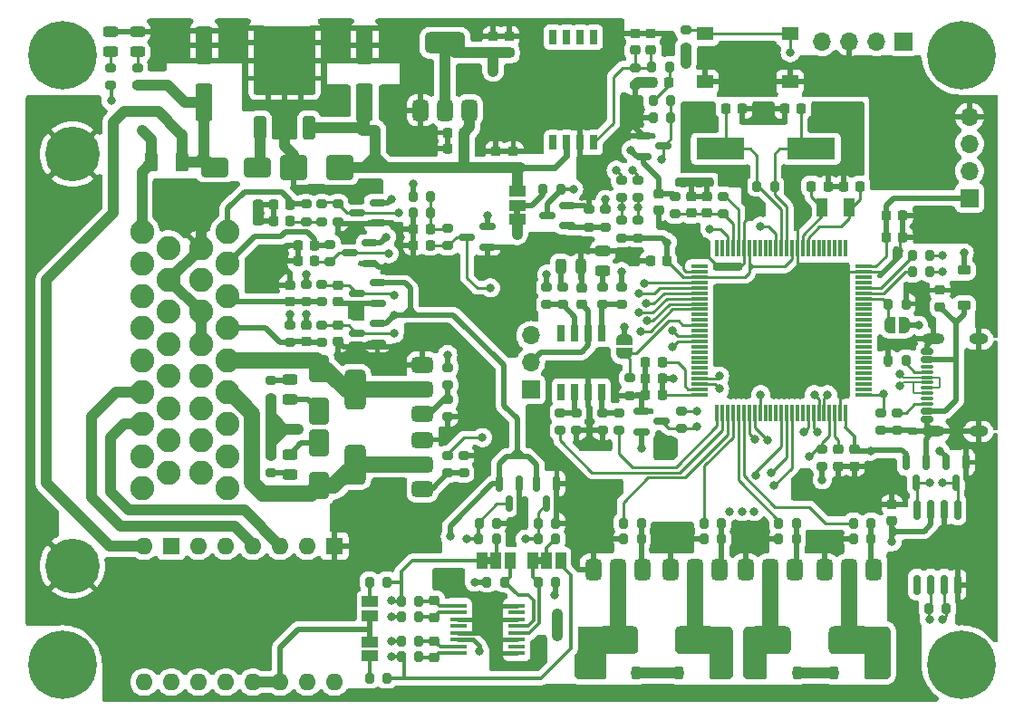
<source format=gbr>
%TF.GenerationSoftware,KiCad,Pcbnew,8.0.6*%
%TF.CreationDate,2024-10-30T20:12:05+07:00*%
%TF.ProjectId,NO2C,4e4f3243-2e6b-4696-9361-645f70636258,vD1*%
%TF.SameCoordinates,Original*%
%TF.FileFunction,Copper,L1,Top*%
%TF.FilePolarity,Positive*%
%FSLAX46Y46*%
G04 Gerber Fmt 4.6, Leading zero omitted, Abs format (unit mm)*
G04 Created by KiCad (PCBNEW 8.0.6) date 2024-10-30 20:12:05*
%MOMM*%
%LPD*%
G01*
G04 APERTURE LIST*
G04 Aperture macros list*
%AMRoundRect*
0 Rectangle with rounded corners*
0 $1 Rounding radius*
0 $2 $3 $4 $5 $6 $7 $8 $9 X,Y pos of 4 corners*
0 Add a 4 corners polygon primitive as box body*
4,1,4,$2,$3,$4,$5,$6,$7,$8,$9,$2,$3,0*
0 Add four circle primitives for the rounded corners*
1,1,$1+$1,$2,$3*
1,1,$1+$1,$4,$5*
1,1,$1+$1,$6,$7*
1,1,$1+$1,$8,$9*
0 Add four rect primitives between the rounded corners*
20,1,$1+$1,$2,$3,$4,$5,0*
20,1,$1+$1,$4,$5,$6,$7,0*
20,1,$1+$1,$6,$7,$8,$9,0*
20,1,$1+$1,$8,$9,$2,$3,0*%
%AMFreePoly0*
4,1,19,0.500000,-0.750000,0.000000,-0.750000,0.000000,-0.744911,-0.071157,-0.744911,-0.207708,-0.704816,-0.327430,-0.627875,-0.420627,-0.520320,-0.479746,-0.390866,-0.500000,-0.250000,-0.500000,0.250000,-0.479746,0.390866,-0.420627,0.520320,-0.327430,0.627875,-0.207708,0.704816,-0.071157,0.744911,0.000000,0.744911,0.000000,0.750000,0.500000,0.750000,0.500000,-0.750000,0.500000,-0.750000,
$1*%
%AMFreePoly1*
4,1,19,0.000000,0.744911,0.071157,0.744911,0.207708,0.704816,0.327430,0.627875,0.420627,0.520320,0.479746,0.390866,0.500000,0.250000,0.500000,-0.250000,0.479746,-0.390866,0.420627,-0.520320,0.327430,-0.627875,0.207708,-0.704816,0.071157,-0.744911,0.000000,-0.744911,0.000000,-0.750000,-0.500000,-0.750000,-0.500000,0.750000,0.000000,0.750000,0.000000,0.744911,0.000000,0.744911,
$1*%
G04 Aperture macros list end*
%TA.AperFunction,EtchedComponent*%
%ADD10C,0.000000*%
%TD*%
%TA.AperFunction,SMDPad,CuDef*%
%ADD11RoundRect,0.225000X-0.250000X0.225000X-0.250000X-0.225000X0.250000X-0.225000X0.250000X0.225000X0*%
%TD*%
%TA.AperFunction,SMDPad,CuDef*%
%ADD12RoundRect,0.225000X0.225000X0.250000X-0.225000X0.250000X-0.225000X-0.250000X0.225000X-0.250000X0*%
%TD*%
%TA.AperFunction,SMDPad,CuDef*%
%ADD13RoundRect,0.225000X-0.225000X-0.250000X0.225000X-0.250000X0.225000X0.250000X-0.225000X0.250000X0*%
%TD*%
%TA.AperFunction,SMDPad,CuDef*%
%ADD14RoundRect,0.225000X0.250000X-0.225000X0.250000X0.225000X-0.250000X0.225000X-0.250000X-0.225000X0*%
%TD*%
%TA.AperFunction,SMDPad,CuDef*%
%ADD15RoundRect,0.250000X0.550000X-1.500000X0.550000X1.500000X-0.550000X1.500000X-0.550000X-1.500000X0*%
%TD*%
%TA.AperFunction,SMDPad,CuDef*%
%ADD16RoundRect,0.150000X-0.150000X0.587500X-0.150000X-0.587500X0.150000X-0.587500X0.150000X0.587500X0*%
%TD*%
%TA.AperFunction,SMDPad,CuDef*%
%ADD17RoundRect,0.250000X1.000000X0.650000X-1.000000X0.650000X-1.000000X-0.650000X1.000000X-0.650000X0*%
%TD*%
%TA.AperFunction,SMDPad,CuDef*%
%ADD18R,1.500000X1.000000*%
%TD*%
%TA.AperFunction,SMDPad,CuDef*%
%ADD19R,1.000000X1.500000*%
%TD*%
%TA.AperFunction,SMDPad,CuDef*%
%ADD20RoundRect,0.243750X0.456250X-0.243750X0.456250X0.243750X-0.456250X0.243750X-0.456250X-0.243750X0*%
%TD*%
%TA.AperFunction,SMDPad,CuDef*%
%ADD21RoundRect,0.243750X-0.456250X0.243750X-0.456250X-0.243750X0.456250X-0.243750X0.456250X0.243750X0*%
%TD*%
%TA.AperFunction,SMDPad,CuDef*%
%ADD22RoundRect,0.243750X0.243750X0.456250X-0.243750X0.456250X-0.243750X-0.456250X0.243750X-0.456250X0*%
%TD*%
%TA.AperFunction,SMDPad,CuDef*%
%ADD23RoundRect,0.375000X0.625000X0.375000X-0.625000X0.375000X-0.625000X-0.375000X0.625000X-0.375000X0*%
%TD*%
%TA.AperFunction,SMDPad,CuDef*%
%ADD24RoundRect,0.500000X0.500000X1.400000X-0.500000X1.400000X-0.500000X-1.400000X0.500000X-1.400000X0*%
%TD*%
%TA.AperFunction,SMDPad,CuDef*%
%ADD25RoundRect,0.375000X-0.375000X0.625000X-0.375000X-0.625000X0.375000X-0.625000X0.375000X0.625000X0*%
%TD*%
%TA.AperFunction,SMDPad,CuDef*%
%ADD26RoundRect,0.500000X-1.400000X0.500000X-1.400000X-0.500000X1.400000X-0.500000X1.400000X0.500000X0*%
%TD*%
%TA.AperFunction,SMDPad,CuDef*%
%ADD27RoundRect,0.250000X0.350000X-0.850000X0.350000X0.850000X-0.350000X0.850000X-0.350000X-0.850000X0*%
%TD*%
%TA.AperFunction,SMDPad,CuDef*%
%ADD28RoundRect,0.250000X1.125000X-1.275000X1.125000X1.275000X-1.125000X1.275000X-1.125000X-1.275000X0*%
%TD*%
%TA.AperFunction,SMDPad,CuDef*%
%ADD29RoundRect,0.249997X2.650003X-2.950003X2.650003X2.950003X-2.650003X2.950003X-2.650003X-2.950003X0*%
%TD*%
%TA.AperFunction,SMDPad,CuDef*%
%ADD30RoundRect,0.200000X-0.275000X0.200000X-0.275000X-0.200000X0.275000X-0.200000X0.275000X0.200000X0*%
%TD*%
%TA.AperFunction,SMDPad,CuDef*%
%ADD31RoundRect,0.200000X-0.200000X-0.275000X0.200000X-0.275000X0.200000X0.275000X-0.200000X0.275000X0*%
%TD*%
%TA.AperFunction,SMDPad,CuDef*%
%ADD32RoundRect,0.200000X0.275000X-0.200000X0.275000X0.200000X-0.275000X0.200000X-0.275000X-0.200000X0*%
%TD*%
%TA.AperFunction,SMDPad,CuDef*%
%ADD33RoundRect,0.200000X0.200000X0.275000X-0.200000X0.275000X-0.200000X-0.275000X0.200000X-0.275000X0*%
%TD*%
%TA.AperFunction,ComponentPad*%
%ADD34O,1.600000X1.600000*%
%TD*%
%TA.AperFunction,ComponentPad*%
%ADD35R,1.600000X1.600000*%
%TD*%
%TA.AperFunction,SMDPad,CuDef*%
%ADD36RoundRect,0.150000X0.587500X0.150000X-0.587500X0.150000X-0.587500X-0.150000X0.587500X-0.150000X0*%
%TD*%
%TA.AperFunction,SMDPad,CuDef*%
%ADD37RoundRect,0.250000X-0.650000X1.000000X-0.650000X-1.000000X0.650000X-1.000000X0.650000X1.000000X0*%
%TD*%
%TA.AperFunction,SMDPad,CuDef*%
%ADD38R,0.650000X1.525000*%
%TD*%
%TA.AperFunction,SMDPad,CuDef*%
%ADD39RoundRect,0.150000X-0.587500X-0.150000X0.587500X-0.150000X0.587500X0.150000X-0.587500X0.150000X0*%
%TD*%
%TA.AperFunction,SMDPad,CuDef*%
%ADD40R,1.550000X0.435000*%
%TD*%
%TA.AperFunction,ComponentPad*%
%ADD41C,2.250000*%
%TD*%
%TA.AperFunction,ComponentPad*%
%ADD42C,5.100000*%
%TD*%
%TA.AperFunction,ComponentPad*%
%ADD43R,1.700000X1.700000*%
%TD*%
%TA.AperFunction,ComponentPad*%
%ADD44O,1.700000X1.700000*%
%TD*%
%TA.AperFunction,SMDPad,CuDef*%
%ADD45R,1.550000X1.300000*%
%TD*%
%TA.AperFunction,SMDPad,CuDef*%
%ADD46RoundRect,0.225000X0.225000X0.375000X-0.225000X0.375000X-0.225000X-0.375000X0.225000X-0.375000X0*%
%TD*%
%TA.AperFunction,SMDPad,CuDef*%
%ADD47RoundRect,0.150000X-0.150000X0.800000X-0.150000X-0.800000X0.150000X-0.800000X0.150000X0.800000X0*%
%TD*%
%TA.AperFunction,SMDPad,CuDef*%
%ADD48FreePoly0,0.000000*%
%TD*%
%TA.AperFunction,SMDPad,CuDef*%
%ADD49FreePoly1,0.000000*%
%TD*%
%TA.AperFunction,SMDPad,CuDef*%
%ADD50RoundRect,0.250000X0.375000X0.625000X-0.375000X0.625000X-0.375000X-0.625000X0.375000X-0.625000X0*%
%TD*%
%TA.AperFunction,ComponentPad*%
%ADD51C,0.800000*%
%TD*%
%TA.AperFunction,ComponentPad*%
%ADD52C,6.400000*%
%TD*%
%TA.AperFunction,SMDPad,CuDef*%
%ADD53RoundRect,0.075000X-0.075000X0.725000X-0.075000X-0.725000X0.075000X-0.725000X0.075000X0.725000X0*%
%TD*%
%TA.AperFunction,SMDPad,CuDef*%
%ADD54RoundRect,0.075000X-0.725000X0.075000X-0.725000X-0.075000X0.725000X-0.075000X0.725000X0.075000X0*%
%TD*%
%TA.AperFunction,SMDPad,CuDef*%
%ADD55RoundRect,0.225000X-0.375000X0.225000X-0.375000X-0.225000X0.375000X-0.225000X0.375000X0.225000X0*%
%TD*%
%TA.AperFunction,SMDPad,CuDef*%
%ADD56RoundRect,0.225000X-0.225000X-0.375000X0.225000X-0.375000X0.225000X0.375000X-0.225000X0.375000X0*%
%TD*%
%TA.AperFunction,SMDPad,CuDef*%
%ADD57R,4.500000X2.000000*%
%TD*%
%TA.AperFunction,SMDPad,CuDef*%
%ADD58R,1.000000X1.800000*%
%TD*%
%TA.AperFunction,SMDPad,CuDef*%
%ADD59RoundRect,0.150000X0.425000X-0.150000X0.425000X0.150000X-0.425000X0.150000X-0.425000X-0.150000X0*%
%TD*%
%TA.AperFunction,SMDPad,CuDef*%
%ADD60RoundRect,0.075000X0.500000X-0.075000X0.500000X0.075000X-0.500000X0.075000X-0.500000X-0.075000X0*%
%TD*%
%TA.AperFunction,ComponentPad*%
%ADD61O,2.100000X1.000000*%
%TD*%
%TA.AperFunction,ComponentPad*%
%ADD62O,1.800000X1.000000*%
%TD*%
%TA.AperFunction,SMDPad,CuDef*%
%ADD63RoundRect,0.375000X0.375000X-0.625000X0.375000X0.625000X-0.375000X0.625000X-0.375000X-0.625000X0*%
%TD*%
%TA.AperFunction,SMDPad,CuDef*%
%ADD64RoundRect,0.500000X1.400000X-0.500000X1.400000X0.500000X-1.400000X0.500000X-1.400000X-0.500000X0*%
%TD*%
%TA.AperFunction,SMDPad,CuDef*%
%ADD65RoundRect,0.250000X0.650000X-1.000000X0.650000X1.000000X-0.650000X1.000000X-0.650000X-1.000000X0*%
%TD*%
%TA.AperFunction,SMDPad,CuDef*%
%ADD66FreePoly0,90.000000*%
%TD*%
%TA.AperFunction,SMDPad,CuDef*%
%ADD67FreePoly1,90.000000*%
%TD*%
%TA.AperFunction,SMDPad,CuDef*%
%ADD68R,0.690000X1.350000*%
%TD*%
%TA.AperFunction,SMDPad,CuDef*%
%ADD69RoundRect,0.250000X1.000000X0.900000X-1.000000X0.900000X-1.000000X-0.900000X1.000000X-0.900000X0*%
%TD*%
%TA.AperFunction,ViaPad*%
%ADD70C,0.800000*%
%TD*%
%TA.AperFunction,Conductor*%
%ADD71C,0.500000*%
%TD*%
%TA.AperFunction,Conductor*%
%ADD72C,1.000000*%
%TD*%
%TA.AperFunction,Conductor*%
%ADD73C,0.600000*%
%TD*%
%TA.AperFunction,Conductor*%
%ADD74C,0.400000*%
%TD*%
%TA.AperFunction,Conductor*%
%ADD75C,0.300000*%
%TD*%
%TA.AperFunction,Conductor*%
%ADD76C,0.250000*%
%TD*%
%TA.AperFunction,Conductor*%
%ADD77C,1.500000*%
%TD*%
%TA.AperFunction,Conductor*%
%ADD78C,0.200000*%
%TD*%
G04 APERTURE END LIST*
D10*
%TA.AperFunction,EtchedComponent*%
%TO.C,JP4*%
G36*
X48350000Y12950000D02*
G01*
X47850000Y12950000D01*
X47850000Y13550000D01*
X48350000Y13550000D01*
X48350000Y12950000D01*
G37*
%TD.AperFunction*%
%TA.AperFunction,EtchedComponent*%
%TO.C,JP5*%
G36*
X43600000Y12950000D02*
G01*
X43100000Y12950000D01*
X43100000Y13550000D01*
X43600000Y13550000D01*
X43600000Y12950000D01*
G37*
%TD.AperFunction*%
%TA.AperFunction,EtchedComponent*%
%TO.C,JP6*%
G36*
X46300000Y45575000D02*
G01*
X45700000Y45575000D01*
X45700000Y46075000D01*
X46300000Y46075000D01*
X46300000Y45575000D01*
G37*
%TD.AperFunction*%
%TD*%
D11*
%TO.P,C9,1*%
%TO.N,/PA5*%
X29250000Y35250000D03*
%TO.P,C9,2*%
%TO.N,GND*%
X29250000Y33700000D03*
%TD*%
D12*
%TO.P,C12,1*%
%TO.N,GND*%
X82025000Y43500000D03*
%TO.P,C12,2*%
%TO.N,+3.3V*%
X80475000Y43500000D03*
%TD*%
D13*
%TO.P,C13,1*%
%TO.N,GND*%
X58425000Y41250000D03*
%TO.P,C13,2*%
%TO.N,+3.3V*%
X59975000Y41250000D03*
%TD*%
D12*
%TO.P,C2,1*%
%TO.N,/PA3*%
X27050000Y41250000D03*
%TO.P,C2,2*%
%TO.N,GND*%
X25500000Y41250000D03*
%TD*%
D14*
%TO.P,C3,1*%
%TO.N,Net-(IC1-VDD)*%
X52000000Y37225000D03*
%TO.P,C3,2*%
%TO.N,GND*%
X52000000Y38775000D03*
%TD*%
D12*
%TO.P,C19,1*%
%TO.N,Net-(C19-Pad1)*%
X37850000Y44250000D03*
%TO.P,C19,2*%
%TO.N,GND*%
X36300000Y44250000D03*
%TD*%
D13*
%TO.P,C15,1*%
%TO.N,GND*%
X57975000Y30250000D03*
%TO.P,C15,2*%
%TO.N,+3.3V*%
X59525000Y30250000D03*
%TD*%
D14*
%TO.P,C16,1*%
%TO.N,GND*%
X59250000Y45975000D03*
%TO.P,C16,2*%
%TO.N,+3.3V*%
X59250000Y47525000D03*
%TD*%
D15*
%TO.P,C5,1*%
%TO.N,+5V*%
X31750000Y56050000D03*
%TO.P,C5,2*%
%TO.N,GND*%
X31750000Y61450000D03*
%TD*%
D14*
%TO.P,C14,1*%
%TO.N,Net-(IC2-VOUT)*%
X57000000Y60975000D03*
%TO.P,C14,2*%
%TO.N,GND*%
X57000000Y62525000D03*
%TD*%
%TO.P,C11,1,1*%
%TO.N,Net-(U3-IN2-)*%
X38250000Y7950000D03*
%TO.P,C11,2,2*%
%TO.N,Net-(U3-IN2+)*%
X38250000Y9500000D03*
%TD*%
D16*
%TO.P,D2,1,A1*%
%TO.N,GND*%
X49700000Y20437500D03*
%TO.P,D2,2,C2*%
%TO.N,+3.3V*%
X47800000Y20437500D03*
%TO.P,D2,3,C1A2*%
%TO.N,/PD11*%
X48750000Y18562500D03*
%TD*%
D17*
%TO.P,D3,1,K*%
%TO.N,Net-(D3-K)*%
X21750000Y50000000D03*
%TO.P,D3,2,A*%
%TO.N,+12V*%
X17750000Y50000000D03*
%TD*%
D18*
%TO.P,JP2,1,1*%
%TO.N,Net-(JP2-Pad1)*%
X32250000Y4350000D03*
%TO.P,JP2,2,2*%
%TO.N,+5V*%
X32250000Y5650000D03*
%TD*%
%TO.P,JP3,1,1*%
%TO.N,Net-(JP3-Pad1)*%
X32250000Y9400000D03*
%TO.P,JP3,2,2*%
%TO.N,+5V*%
X32250000Y8100000D03*
%TD*%
D19*
%TO.P,JP4,1,A*%
%TO.N,Net-(JP4-A)*%
X47450000Y13250000D03*
%TO.P,JP4,2,C*%
%TO.N,Net-(JP4-C)*%
X48750000Y13250000D03*
%TO.P,JP4,3,B*%
%TO.N,VR1+*%
X50050000Y13250000D03*
%TD*%
%TO.P,JP5,1,A*%
%TO.N,VR2+*%
X42700000Y13250000D03*
%TO.P,JP5,2,C*%
%TO.N,Net-(JP5-C)*%
X44000000Y13250000D03*
%TO.P,JP5,3,B*%
%TO.N,Net-(JP5-B)*%
X45300000Y13250000D03*
%TD*%
D20*
%TO.P,LED1,1,K*%
%TO.N,Net-(D1-A)*%
X24750000Y28282500D03*
%TO.P,LED1,2,A*%
%TO.N,Net-(LED1-A)*%
X24750000Y30157500D03*
%TD*%
D21*
%TO.P,LED3,1,K*%
%TO.N,Net-(D15-A)*%
X24750000Y23187500D03*
%TO.P,LED3,2,A*%
%TO.N,Net-(LED3-A)*%
X24750000Y21312500D03*
%TD*%
D22*
%TO.P,LED2,1,K*%
%TO.N,GND*%
X51937500Y40750000D03*
%TO.P,LED2,2,A*%
%TO.N,Net-(LED2-A)*%
X50062500Y40750000D03*
%TD*%
D21*
%TO.P,LED4,1,K*%
%TO.N,GND*%
X54000000Y42187500D03*
%TO.P,LED4,2,A*%
%TO.N,Net-(LED4-A)*%
X54000000Y40312500D03*
%TD*%
D23*
%TO.P,Q1,1,G*%
%TO.N,Net-(Q1-G)*%
X37150000Y26950000D03*
%TO.P,Q1,2,D*%
%TO.N,/INJ1*%
X37150000Y29250000D03*
D24*
X30850000Y29250000D03*
D23*
%TO.P,Q1,3,S*%
%TO.N,GND*%
X37150000Y31550000D03*
%TD*%
%TO.P,Q2,1,G*%
%TO.N,Net-(Q2-G)*%
X37150000Y19950000D03*
%TO.P,Q2,2,D*%
%TO.N,/INJ2*%
X37150000Y22250000D03*
D24*
X30850000Y22250000D03*
D23*
%TO.P,Q2,3,S*%
%TO.N,GND*%
X37150000Y24550000D03*
%TD*%
D25*
%TO.P,Q5,1,G*%
%TO.N,Net-(Q5-G)*%
X57700000Y12400000D03*
%TO.P,Q5,2,D*%
%TO.N,/IDLE*%
X55400000Y12400000D03*
D26*
X55400000Y6100000D03*
D25*
%TO.P,Q5,3,S*%
%TO.N,GND*%
X53100000Y12400000D03*
%TD*%
%TO.P,Q6,1,G*%
%TO.N,Net-(Q6-G)*%
X64925000Y12400000D03*
%TO.P,Q6,2,D*%
%TO.N,/FUELP*%
X62625000Y12400000D03*
D26*
X62625000Y6100000D03*
D25*
%TO.P,Q6,3,S*%
%TO.N,GND*%
X60325000Y12400000D03*
%TD*%
%TO.P,Q3,1,G*%
%TO.N,Net-(Q3-G)*%
X71950000Y12400000D03*
%TO.P,Q3,2,D*%
%TO.N,/BOOST*%
X69650000Y12400000D03*
D26*
X69650000Y6100000D03*
D25*
%TO.P,Q3,3,S*%
%TO.N,GND*%
X67350000Y12400000D03*
%TD*%
%TO.P,Q4,1,G*%
%TO.N,Net-(Q4-G)*%
X79300000Y12400000D03*
%TO.P,Q4,2,D*%
%TO.N,/VVT*%
X77000000Y12400000D03*
D26*
X77000000Y6100000D03*
D25*
%TO.P,Q4,3,S*%
%TO.N,GND*%
X74700000Y12400000D03*
%TD*%
D27*
%TO.P,U1,1,IN*%
%TO.N,Net-(D3-K)*%
X21970000Y53710000D03*
D28*
%TO.P,U1,2,GND*%
%TO.N,GND*%
X22725000Y58335000D03*
X25775000Y58335000D03*
D29*
X24250000Y60010000D03*
D28*
X22725000Y61685000D03*
X25775000Y61685000D03*
D27*
%TO.P,U1,3,OUT*%
%TO.N,+5V*%
X26530000Y53710000D03*
%TD*%
D15*
%TO.P,C4,1*%
%TO.N,+12V*%
X16750000Y56050000D03*
%TO.P,C4,2*%
%TO.N,GND*%
X16750000Y61450000D03*
%TD*%
D30*
%TO.P,R7,1*%
%TO.N,Net-(Q1-G)*%
X39500000Y28325000D03*
%TO.P,R7,2*%
%TO.N,GND*%
X39500000Y26675000D03*
%TD*%
%TO.P,R9,1*%
%TO.N,+3.3V*%
X24750000Y35300000D03*
%TO.P,R9,2*%
%TO.N,/IAT*%
X24750000Y33650000D03*
%TD*%
D31*
%TO.P,R10,1*%
%TO.N,+BATT*%
X36250000Y47250000D03*
%TO.P,R10,2*%
%TO.N,Net-(C19-Pad1)*%
X37900000Y47250000D03*
%TD*%
D32*
%TO.P,R6,1*%
%TO.N,Net-(IC1-OUTB)*%
X54000000Y37175000D03*
%TO.P,R6,2*%
%TO.N,Net-(LED4-A)*%
X54000000Y38825000D03*
%TD*%
%TO.P,R3,1*%
%TO.N,Net-(IC1-OUTA)*%
X48750000Y37175000D03*
%TO.P,R3,2*%
%TO.N,/IGN1*%
X48750000Y38825000D03*
%TD*%
%TO.P,R2,1*%
%TO.N,Net-(IC1-OUTA)*%
X50250000Y37175000D03*
%TO.P,R2,2*%
%TO.N,Net-(LED2-A)*%
X50250000Y38825000D03*
%TD*%
D33*
%TO.P,R8,1*%
%TO.N,GND*%
X82325000Y37250000D03*
%TO.P,R8,2*%
%TO.N,/BOOT0*%
X80675000Y37250000D03*
%TD*%
%TO.P,R11,1*%
%TO.N,Net-(C19-Pad1)*%
X37900000Y45725000D03*
%TO.P,R11,2*%
%TO.N,GND*%
X36250000Y45725000D03*
%TD*%
D34*
%TO.P,IC4,1,P1*%
%TO.N,/ENBL*%
X11150000Y1902000D03*
%TO.P,IC4,2,P2*%
%TO.N,unconnected-(IC4-P2-Pad2)*%
X13690000Y1902000D03*
%TO.P,IC4,3,P3*%
%TO.N,unconnected-(IC4-P3-Pad3)*%
X16230000Y1902000D03*
%TO.P,IC4,4,P4*%
%TO.N,unconnected-(IC4-P4-Pad4)*%
X18770000Y1902000D03*
%TO.P,IC4,5,P5*%
%TO.N,+5V*%
X21310000Y1902000D03*
%TO.P,IC4,6,P6*%
X23850000Y1902000D03*
%TO.P,IC4,7,P7*%
%TO.N,/STEP*%
X26390000Y1902000D03*
%TO.P,IC4,8,P8*%
%TO.N,/DIR*%
X28930000Y1902000D03*
D35*
%TO.P,IC4,9,P9*%
%TO.N,GND*%
X28930000Y14602000D03*
D34*
%TO.P,IC4,10,P10*%
%TO.N,unconnected-(IC4-P10-Pad10)*%
X26390000Y14602000D03*
%TO.P,IC4,11,P11*%
%TO.N,/STP-A2*%
X23850000Y14602000D03*
%TO.P,IC4,12,P12*%
%TO.N,/STP-A1*%
X21310000Y14602000D03*
%TO.P,IC4,13,P13*%
%TO.N,/STP-B1*%
X18770000Y14602000D03*
%TO.P,IC4,14,P14*%
%TO.N,/STP-B2*%
X16230000Y14602000D03*
D35*
%TO.P,IC4,15,P15*%
%TO.N,Earth*%
X13690000Y14602000D03*
D34*
%TO.P,IC4,16,P16*%
%TO.N,+12V*%
X11150000Y14602000D03*
%TD*%
D12*
%TO.P,C1,1*%
%TO.N,/TPS*%
X27050000Y42750000D03*
%TO.P,C1,2*%
%TO.N,GND*%
X25500000Y42750000D03*
%TD*%
D30*
%TO.P,R1,1*%
%TO.N,Net-(LED1-A)*%
X23000000Y30075000D03*
%TO.P,R1,2*%
%TO.N,+12V*%
X23000000Y28425000D03*
%TD*%
%TO.P,R4,1*%
%TO.N,/TPS*%
X28525000Y42825000D03*
%TO.P,R4,2*%
%TO.N,/PA3*%
X28525000Y41175000D03*
%TD*%
D33*
%TO.P,R12,1*%
%TO.N,/TACHO*%
X50075000Y48000000D03*
%TO.P,R12,2*%
%TO.N,Net-(JP6-C)*%
X48425000Y48000000D03*
%TD*%
D30*
%TO.P,R13,1*%
%TO.N,/PD14*%
X54250000Y46075000D03*
%TO.P,R13,2*%
%TO.N,Net-(Q7-G)*%
X54250000Y44425000D03*
%TD*%
D36*
%TO.P,Q7,1,G*%
%TO.N,Net-(Q7-G)*%
X50687500Y44550000D03*
%TO.P,Q7,2,S*%
%TO.N,GND*%
X50687500Y46450000D03*
%TO.P,Q7,3,D*%
%TO.N,/TACHO*%
X48812500Y45500000D03*
%TD*%
D13*
%TO.P,C22,1*%
%TO.N,GND*%
X57975000Y28750000D03*
%TO.P,C22,2*%
%TO.N,+3.3V*%
X59525000Y28750000D03*
%TD*%
D30*
%TO.P,R14,1*%
%TO.N,Net-(IC1-INA)*%
X50000000Y27075000D03*
%TO.P,R14,2*%
%TO.N,/PD13*%
X50000000Y25425000D03*
%TD*%
D14*
%TO.P,C8,1*%
%TO.N,/IAT*%
X26250000Y33700000D03*
%TO.P,C8,2*%
%TO.N,GND*%
X26250000Y35250000D03*
%TD*%
D12*
%TO.P,C21,1*%
%TO.N,GND*%
X82025000Y45500000D03*
%TO.P,C21,2*%
%TO.N,+3.3V*%
X80475000Y45500000D03*
%TD*%
%TO.P,C20,1*%
%TO.N,/PA1*%
X37850000Y42750000D03*
%TO.P,C20,2*%
%TO.N,GND*%
X36300000Y42750000D03*
%TD*%
D32*
%TO.P,R5,1*%
%TO.N,Net-(Q1-G)*%
X39500000Y29675000D03*
%TO.P,R5,2*%
%TO.N,/PD8*%
X39500000Y31325000D03*
%TD*%
D37*
%TO.P,D1,1,K*%
%TO.N,/INJ1*%
X27500000Y31220000D03*
%TO.P,D1,2,A*%
%TO.N,Net-(D1-A)*%
X27500000Y27220000D03*
%TD*%
D38*
%TO.P,IC1,1,NC_1*%
%TO.N,unconnected-(IC1-NC_1-Pad1)*%
X50095000Y29038000D03*
%TO.P,IC1,2,INA*%
%TO.N,Net-(IC1-INA)*%
X51365000Y29038000D03*
%TO.P,IC1,3,GND*%
%TO.N,GND*%
X52635000Y29038000D03*
%TO.P,IC1,4,INB*%
%TO.N,Net-(IC1-INB)*%
X53905000Y29038000D03*
%TO.P,IC1,5,OUTB*%
%TO.N,Net-(IC1-OUTB)*%
X53905000Y34462000D03*
%TO.P,IC1,6,VDD*%
%TO.N,Net-(IC1-VDD)*%
X52635000Y34462000D03*
%TO.P,IC1,7,OUTA*%
%TO.N,Net-(IC1-OUTA)*%
X51365000Y34462000D03*
%TO.P,IC1,8,NC_2*%
%TO.N,unconnected-(IC1-NC_2-Pad8)*%
X50095000Y34462000D03*
%TD*%
D36*
%TO.P,D6,1,A*%
%TO.N,GND*%
X32212500Y41050000D03*
%TO.P,D6,2,K*%
%TO.N,+3.3V*%
X32212500Y42950000D03*
%TO.P,D6,3,COM*%
%TO.N,/PA3*%
X30337500Y42000000D03*
%TD*%
D39*
%TO.P,D5,1,A*%
%TO.N,GND*%
X57625000Y27200000D03*
%TO.P,D5,2,K*%
%TO.N,+3.3V*%
X57625000Y25300000D03*
%TO.P,D5,3,COM*%
%TO.N,Net-(D5-COM)*%
X59500000Y26250000D03*
%TD*%
D32*
%TO.P,R15,1*%
%TO.N,Net-(D5-COM)*%
X61375000Y25575000D03*
%TO.P,R15,2*%
%TO.N,/LAUNCH*%
X61375000Y27225000D03*
%TD*%
D14*
%TO.P,C18,1*%
%TO.N,+5V*%
X45633000Y49955000D03*
%TO.P,C18,2*%
%TO.N,GND*%
X45633000Y51505000D03*
%TD*%
%TO.P,C17,1*%
%TO.N,+5V*%
X44000000Y49975000D03*
%TO.P,C17,2*%
%TO.N,GND*%
X44000000Y51525000D03*
%TD*%
D13*
%TO.P,C28,1*%
%TO.N,GND*%
X57975000Y31750000D03*
%TO.P,C28,2*%
%TO.N,Net-(U2-VCAP_1)*%
X59525000Y31750000D03*
%TD*%
D31*
%TO.P,R34,1,1*%
%TO.N,Net-(JP4-A)*%
X47925000Y11250000D03*
%TO.P,R34,2,2*%
%TO.N,+3.3V*%
X49575000Y11250000D03*
%TD*%
D36*
%TO.P,D8,1,A*%
%TO.N,GND*%
X32937500Y37300000D03*
%TO.P,D8,2,K*%
%TO.N,+3.3V*%
X32937500Y39200000D03*
%TO.P,D8,3,COM*%
%TO.N,/PA4*%
X31062500Y38250000D03*
%TD*%
D39*
%TO.P,D17,1,A*%
%TO.N,GND*%
X57812500Y52950000D03*
%TO.P,D17,2,K*%
%TO.N,+3.3V*%
X57812500Y51050000D03*
%TO.P,D17,3,COM*%
%TO.N,/PA0*%
X59687500Y52000000D03*
%TD*%
D16*
%TO.P,D20,1,A*%
%TO.N,GND*%
X87950000Y22437500D03*
%TO.P,D20,2,K*%
%TO.N,+3.3V*%
X86050000Y22437500D03*
%TO.P,D20,3,COM*%
%TO.N,Net-(D20-COM)*%
X87000000Y20562500D03*
%TD*%
D13*
%TO.P,C31,1*%
%TO.N,GND*%
X76475000Y48250000D03*
%TO.P,C31,2*%
%TO.N,Net-(U2-PC14)*%
X78025000Y48250000D03*
%TD*%
D32*
%TO.P,R33,1*%
%TO.N,Net-(Q2-G)*%
X41000000Y21425000D03*
%TO.P,R33,2*%
%TO.N,GND*%
X41000000Y23075000D03*
%TD*%
D40*
%TO.P,U3,1,INT_THRS1*%
%TO.N,GND*%
X45950000Y4576000D03*
%TO.P,U3,2,EXT1*%
%TO.N,unconnected-(U3-EXT1-Pad2)*%
X45950000Y5210000D03*
%TO.P,U3,3,BIAS1*%
%TO.N,GND*%
X45950000Y5846000D03*
%TO.P,U3,4,COUT1*%
%TO.N,Net-(JP4-A)*%
X45950000Y6480000D03*
%TO.P,U3,5,COUT2*%
%TO.N,Net-(JP5-B)*%
X45950000Y7116000D03*
%TO.P,U3,6,BIAS2*%
%TO.N,GND*%
X45950000Y7750000D03*
%TO.P,U3,7,EXT2*%
%TO.N,unconnected-(U3-EXT2-Pad7)*%
X45950000Y8386000D03*
%TO.P,U3,8,INT_THRS2*%
%TO.N,GND*%
X45950000Y9020000D03*
%TO.P,U3,9,IN2+*%
%TO.N,Net-(U3-IN2+)*%
X40500000Y9020000D03*
%TO.P,U3,10,IN2-*%
%TO.N,Net-(U3-IN2-)*%
X40500000Y8386000D03*
%TO.P,U3,11,GND*%
%TO.N,GND*%
X40500000Y7750000D03*
%TO.P,U3,12,DIRN*%
%TO.N,unconnected-(U3-DIRN-Pad12)*%
X40500000Y7116000D03*
%TO.P,U3,13,ZERO_EN*%
%TO.N,GND*%
X40500000Y6480000D03*
%TO.P,U3,14,VCC*%
%TO.N,+5V*%
X40500000Y5846000D03*
%TO.P,U3,15,IN1-*%
%TO.N,Net-(U3-IN1-)*%
X40500000Y5210000D03*
%TO.P,U3,16,IN1+*%
%TO.N,Net-(U3-IN1+)*%
X40500000Y4576000D03*
%TD*%
D36*
%TO.P,D18,1,A*%
%TO.N,GND*%
X43187500Y42550000D03*
%TO.P,D18,2,K*%
%TO.N,+3.3V*%
X43187500Y44450000D03*
%TO.P,D18,3,COM*%
%TO.N,/PA1*%
X41312500Y43500000D03*
%TD*%
D41*
%TO.P,J1,1,1*%
%TO.N,+BATT*%
X10937500Y44000000D03*
%TO.P,J1,2,2*%
%TO.N,VR1+*%
X10937500Y41000000D03*
%TO.P,J1,3,3*%
%TO.N,/VR1-*%
X10937500Y38000000D03*
%TO.P,J1,4,4*%
%TO.N,/IGN1*%
X10937500Y35000000D03*
%TO.P,J1,5,5*%
%TO.N,/IGN2*%
X10937500Y32000000D03*
%TO.P,J1,6,6*%
%TO.N,/STP-A1*%
X10937500Y29000000D03*
%TO.P,J1,7,7*%
%TO.N,/STP-A2*%
X10937500Y26000000D03*
%TO.P,J1,8,8*%
%TO.N,/STP-B2*%
X10937500Y23000000D03*
%TO.P,J1,9,9*%
%TO.N,/STP-B1*%
X10937500Y20000000D03*
%TO.P,J1,10,10*%
%TO.N,+5V*%
X13437500Y42500000D03*
%TO.P,J1,11,11*%
%TO.N,GND*%
X13437500Y39500000D03*
%TO.P,J1,12,12*%
%TO.N,/VR2-*%
X13437500Y36500000D03*
%TO.P,J1,13,13*%
%TO.N,VR2+*%
X13437500Y33500000D03*
%TO.P,J1,14,14*%
%TO.N,/TACHO*%
X13437500Y30500000D03*
%TO.P,J1,15,15*%
%TO.N,Net-(J1-Pad15)*%
X13437500Y27500000D03*
%TO.P,J1,16,16*%
%TO.N,Net-(J1-Pad16)*%
X13437500Y24500000D03*
%TO.P,J1,17,17*%
%TO.N,/IDLE*%
X13437500Y21500000D03*
%TO.P,J1,18,18*%
%TO.N,GND*%
X16437500Y42500000D03*
%TO.P,J1,19,19*%
%TO.N,/LAUNCH*%
X16437500Y39500000D03*
%TO.P,J1,20,20*%
%TO.N,GND*%
X16437500Y36500000D03*
%TO.P,J1,21,21*%
X16437500Y33500000D03*
%TO.P,J1,22,22*%
%TO.N,/SWCLK*%
X16437500Y30500000D03*
%TO.P,J1,23,23*%
%TO.N,/SWDIO*%
X16437500Y27500000D03*
%TO.P,J1,24,24*%
%TO.N,CANH*%
X16437500Y24500000D03*
%TO.P,J1,25,25*%
%TO.N,CANL*%
X16437500Y21500000D03*
%TO.P,J1,26,26*%
%TO.N,/O2*%
X18937500Y44000000D03*
%TO.P,J1,27,27*%
%TO.N,/TPS*%
X18937500Y41000000D03*
%TO.P,J1,28,28*%
%TO.N,/CLT*%
X18937500Y38000000D03*
%TO.P,J1,29,29*%
%TO.N,/IAT*%
X18937500Y35000000D03*
%TO.P,J1,30,30*%
%TO.N,/INJ1*%
X18937500Y32000000D03*
%TO.P,J1,31,31*%
%TO.N,/INJ2*%
X18937500Y29000000D03*
%TO.P,J1,32,32*%
%TO.N,/VVT*%
X18937500Y26000000D03*
%TO.P,J1,33,33*%
%TO.N,/BOOST*%
X18937500Y23000000D03*
%TO.P,J1,34,34*%
%TO.N,/FUELP*%
X18937500Y20000000D03*
D42*
%TO.P,J1,MH1,MH1*%
%TO.N,GND*%
X4437500Y51250000D03*
%TO.P,J1,MH2,MH2*%
X4437500Y12750000D03*
%TD*%
D30*
%TO.P,R19,1*%
%TO.N,Net-(IC1-INA)*%
X51500000Y27075000D03*
%TO.P,R19,2*%
%TO.N,GND*%
X51500000Y25425000D03*
%TD*%
D31*
%TO.P,R21,1*%
%TO.N,/PD10*%
X42425000Y16750000D03*
%TO.P,R21,2*%
%TO.N,GND*%
X44075000Y16750000D03*
%TD*%
D14*
%TO.P,C39,1*%
%TO.N,VBUS*%
X85500000Y36975000D03*
%TO.P,C39,2*%
%TO.N,GND*%
X85500000Y38525000D03*
%TD*%
D33*
%TO.P,R42,1*%
%TO.N,Net-(Q4-G)*%
X79075000Y16750000D03*
%TO.P,R42,2*%
%TO.N,/PD6*%
X77425000Y16750000D03*
%TD*%
D43*
%TO.P,P1,1,Pin_1*%
%TO.N,+3.3V*%
X88250000Y47150000D03*
D44*
%TO.P,P1,2,Pin_2*%
%TO.N,/SWDIO*%
X88250000Y49690000D03*
%TO.P,P1,3,Pin_3*%
%TO.N,/SWCLK*%
X88250000Y52230000D03*
%TO.P,P1,4,Pin_4*%
%TO.N,GND*%
X88250000Y54770000D03*
%TD*%
D32*
%TO.P,R74,1*%
%TO.N,+3.3V*%
X57250000Y43425000D03*
%TO.P,R74,2*%
%TO.N,/SDA*%
X57250000Y45075000D03*
%TD*%
D33*
%TO.P,R44,1*%
%TO.N,Net-(Q5-G)*%
X57575000Y16750000D03*
%TO.P,R44,2*%
%TO.N,/PD5*%
X55925000Y16750000D03*
%TD*%
D30*
%TO.P,R66,1*%
%TO.N,/BOOT1*%
X56500000Y30325000D03*
%TO.P,R66,2*%
%TO.N,GND*%
X56500000Y28675000D03*
%TD*%
D16*
%TO.P,D14,1,A1*%
%TO.N,GND*%
X46200000Y20437500D03*
%TO.P,D14,2,C2*%
%TO.N,+3.3V*%
X44300000Y20437500D03*
%TO.P,D14,3,C1A2*%
%TO.N,/PD10*%
X45250000Y18562500D03*
%TD*%
D45*
%TO.P,SW1,1,1*%
%TO.N,GND*%
X71475000Y58000000D03*
X63525000Y58000000D03*
%TO.P,SW1,2,2*%
%TO.N,Net-(U2-NRST)*%
X71475000Y62500000D03*
X63525000Y62500000D03*
%TD*%
D46*
%TO.P,D9,1,K*%
%TO.N,+12V*%
X72150000Y2750000D03*
%TO.P,D9,2,A*%
%TO.N,/BOOST*%
X68850000Y2750000D03*
%TD*%
D31*
%TO.P,R59,1*%
%TO.N,Net-(C35-Pad1)*%
X58675000Y56250000D03*
%TO.P,R59,2*%
%TO.N,/PA0*%
X60325000Y56250000D03*
%TD*%
D16*
%TO.P,D21,1,A*%
%TO.N,GND*%
X84200000Y22437500D03*
%TO.P,D21,2,K*%
%TO.N,+3.3V*%
X82300000Y22437500D03*
%TO.P,D21,3,COM*%
%TO.N,Net-(D21-COM)*%
X83250000Y20562500D03*
%TD*%
D14*
%TO.P,C42,1*%
%TO.N,+3.3V*%
X43740000Y60725000D03*
%TO.P,C42,2*%
%TO.N,GND*%
X43740000Y62275000D03*
%TD*%
D47*
%TO.P,U5,1,txd*%
%TO.N,Net-(D20-COM)*%
X87155000Y18000000D03*
%TO.P,U5,2,gnd*%
%TO.N,GND*%
X85885000Y18000000D03*
%TO.P,U5,3,vcc*%
%TO.N,+5V*%
X84615000Y18000000D03*
%TO.P,U5,4,rxd*%
%TO.N,Net-(D21-COM)*%
X83345000Y18000000D03*
%TO.P,U5,5,Vref*%
%TO.N,unconnected-(U5-Vref-Pad5)*%
X83345000Y11000000D03*
%TO.P,U5,6,CANL*%
%TO.N,CANL*%
X84615000Y11000000D03*
%TO.P,U5,7,CANH*%
%TO.N,CANH*%
X85885000Y11000000D03*
%TO.P,U5,8,S*%
%TO.N,GND*%
X87155000Y11000000D03*
%TD*%
D32*
%TO.P,R39,1*%
%TO.N,VDA*%
X65250000Y45675000D03*
%TO.P,R39,2*%
%TO.N,Net-(U2-VREF+)*%
X65250000Y47325000D03*
%TD*%
%TO.P,R36,1*%
%TO.N,/IAT*%
X27750000Y33650000D03*
%TO.P,R36,2*%
%TO.N,/PA5*%
X27750000Y35300000D03*
%TD*%
D12*
%TO.P,C40,1*%
%TO.N,+5V*%
X41025000Y51750000D03*
%TO.P,C40,2*%
%TO.N,GND*%
X39475000Y51750000D03*
%TD*%
D46*
%TO.P,D12,1,K*%
%TO.N,+12V*%
X57150000Y2750000D03*
%TO.P,D12,2,A*%
%TO.N,/IDLE*%
X53850000Y2750000D03*
%TD*%
D48*
%TO.P,JP7,1,A*%
%TO.N,/BOOT0*%
X80850000Y35250000D03*
D49*
%TO.P,JP7,2,B*%
%TO.N,+3.3V*%
X82150000Y35250000D03*
%TD*%
D32*
%TO.P,R38,1*%
%TO.N,VDA*%
X60750000Y45675000D03*
%TO.P,R38,2*%
%TO.N,+3.3V*%
X60750000Y47325000D03*
%TD*%
D50*
%TO.P,F1,1*%
%TO.N,+12V*%
X14650000Y50500000D03*
%TO.P,F1,2*%
%TO.N,+BATT*%
X11850000Y50500000D03*
%TD*%
D11*
%TO.P,C25,1*%
%TO.N,GND*%
X62250000Y47275000D03*
%TO.P,C25,2*%
%TO.N,VDA*%
X62250000Y45725000D03*
%TD*%
D31*
%TO.P,R73,1*%
%TO.N,/PB8*%
X82925000Y40250000D03*
%TO.P,R73,2*%
%TO.N,Net-(D21-COM)*%
X84575000Y40250000D03*
%TD*%
D11*
%TO.P,C10,1,1*%
%TO.N,Net-(U3-IN1-)*%
X38250000Y5750000D03*
%TO.P,C10,2,2*%
%TO.N,Net-(U3-IN1+)*%
X38250000Y4200000D03*
%TD*%
D12*
%TO.P,C32,1*%
%TO.N,/O2*%
X24775000Y46500000D03*
%TO.P,C32,2*%
%TO.N,GND*%
X23225000Y46500000D03*
%TD*%
D30*
%TO.P,R51,1*%
%TO.N,Net-(C19-Pad1)*%
X39490000Y44325000D03*
%TO.P,R51,2*%
%TO.N,/PA1*%
X39490000Y42675000D03*
%TD*%
D31*
%TO.P,R20,1*%
%TO.N,/PD11*%
X47925000Y16750000D03*
%TO.P,R20,2*%
%TO.N,GND*%
X49575000Y16750000D03*
%TD*%
D51*
%TO.P,REF\u002A\u002A,1*%
%TO.N,N/C*%
X85100000Y3500000D03*
X85802944Y5197056D03*
X85802944Y1802944D03*
X87500000Y5900000D03*
D52*
X87500000Y3500000D03*
D51*
X87500000Y1100000D03*
X89197056Y5197056D03*
X89197056Y1802944D03*
X89900000Y3500000D03*
%TD*%
D21*
%TO.P,LED6,1,K*%
%TO.N,GND*%
X8000000Y62687500D03*
%TO.P,LED6,2,A*%
%TO.N,Net-(LED6-A)*%
X8000000Y60812500D03*
%TD*%
D11*
%TO.P,C7,1*%
%TO.N,/PA4*%
X29250000Y39025000D03*
%TO.P,C7,2*%
%TO.N,GND*%
X29250000Y37475000D03*
%TD*%
D31*
%TO.P,R70,1*%
%TO.N,CANL*%
X84425000Y8750000D03*
%TO.P,R70,2*%
%TO.N,CANH*%
X86075000Y8750000D03*
%TD*%
D53*
%TO.P,U2,1,PE2*%
%TO.N,unconnected-(U2-PE2-Pad1)*%
X76675000Y42425000D03*
%TO.P,U2,2,PE3*%
%TO.N,unconnected-(U2-PE3-Pad2)*%
X76175000Y42425000D03*
%TO.P,U2,3,PE4*%
%TO.N,unconnected-(U2-PE4-Pad3)*%
X75675000Y42425000D03*
%TO.P,U2,4,PE5*%
%TO.N,unconnected-(U2-PE5-Pad4)*%
X75175000Y42425000D03*
%TO.P,U2,5,PE6*%
%TO.N,unconnected-(U2-PE6-Pad5)*%
X74675000Y42425000D03*
%TO.P,U2,6,VBAT*%
%TO.N,unconnected-(U2-VBAT-Pad6)*%
X74175000Y42425000D03*
%TO.P,U2,7,PC13*%
%TO.N,unconnected-(U2-PC13-Pad7)*%
X73675000Y42425000D03*
%TO.P,U2,8,PC14*%
%TO.N,Net-(U2-PC14)*%
X73175000Y42425000D03*
%TO.P,U2,9,PC15*%
%TO.N,Net-(U2-PC15)*%
X72675000Y42425000D03*
%TO.P,U2,10,VSS*%
%TO.N,GND*%
X72175000Y42425000D03*
%TO.P,U2,11,VDD*%
%TO.N,+3.3V*%
X71675000Y42425000D03*
%TO.P,U2,12,PH0*%
%TO.N,Net-(U2-PH0)*%
X71175000Y42425000D03*
%TO.P,U2,13,PH1*%
%TO.N,Net-(U2-PH1)*%
X70675000Y42425000D03*
%TO.P,U2,14,NRST*%
%TO.N,Net-(U2-NRST)*%
X70175000Y42425000D03*
%TO.P,U2,15,PC0*%
%TO.N,unconnected-(U2-PC0-Pad15)*%
X69675000Y42425000D03*
%TO.P,U2,16,PC1*%
%TO.N,unconnected-(U2-PC1-Pad16)*%
X69175000Y42425000D03*
%TO.P,U2,17,PC2*%
%TO.N,unconnected-(U2-PC2-Pad17)*%
X68675000Y42425000D03*
%TO.P,U2,18,PC3*%
%TO.N,unconnected-(U2-PC3-Pad18)*%
X68175000Y42425000D03*
%TO.P,U2,19,VDD*%
%TO.N,+3.3V*%
X67675000Y42425000D03*
%TO.P,U2,20,VSSA*%
%TO.N,GND*%
X67175000Y42425000D03*
%TO.P,U2,21,VREF+*%
%TO.N,Net-(U2-VREF+)*%
X66675000Y42425000D03*
%TO.P,U2,22,VDDA*%
%TO.N,VDA*%
X66175000Y42425000D03*
%TO.P,U2,23,PA0*%
%TO.N,/PA0*%
X65675000Y42425000D03*
%TO.P,U2,24,PA1*%
%TO.N,unconnected-(U2-PA1-Pad24)*%
X65175000Y42425000D03*
%TO.P,U2,25,PA2*%
%TO.N,unconnected-(U2-PA2-Pad25)*%
X64675000Y42425000D03*
D54*
%TO.P,U2,26,PA3*%
%TO.N,unconnected-(U2-PA3-Pad26)*%
X63000000Y40750000D03*
%TO.P,U2,27,VSS*%
%TO.N,GND*%
X63000000Y40250000D03*
%TO.P,U2,28,VDD*%
%TO.N,+3.3V*%
X63000000Y39750000D03*
%TO.P,U2,29,PA4*%
%TO.N,/PA1*%
X63000000Y39250000D03*
%TO.P,U2,30,PA5*%
%TO.N,/PA2*%
X63000000Y38750000D03*
%TO.P,U2,31,PA6*%
%TO.N,/PA3*%
X63000000Y38250000D03*
%TO.P,U2,32,PA7*%
%TO.N,/PA4*%
X63000000Y37750000D03*
%TO.P,U2,33,PC4*%
%TO.N,/PA5*%
X63000000Y37250000D03*
%TO.P,U2,34,PC5*%
%TO.N,/PD14*%
X63000000Y36750000D03*
%TO.P,U2,35,PB0*%
%TO.N,/F_CS*%
X63000000Y36250000D03*
%TO.P,U2,36,PB1*%
%TO.N,unconnected-(U2-PB1-Pad36)*%
X63000000Y35750000D03*
%TO.P,U2,37,PB2*%
%TO.N,/BOOT1*%
X63000000Y35250000D03*
%TO.P,U2,38,PE7*%
%TO.N,unconnected-(U2-PE7-Pad38)*%
X63000000Y34750000D03*
%TO.P,U2,39,PE8*%
%TO.N,/PD8*%
X63000000Y34250000D03*
%TO.P,U2,40,PE9*%
%TO.N,/PD9*%
X63000000Y33750000D03*
%TO.P,U2,41,PE10*%
%TO.N,unconnected-(U2-PE10-Pad41)*%
X63000000Y33250000D03*
%TO.P,U2,42,PE11*%
%TO.N,unconnected-(U2-PE11-Pad42)*%
X63000000Y32750000D03*
%TO.P,U2,43,PE12*%
%TO.N,unconnected-(U2-PE12-Pad43)*%
X63000000Y32250000D03*
%TO.P,U2,44,PE13*%
%TO.N,unconnected-(U2-PE13-Pad44)*%
X63000000Y31750000D03*
%TO.P,U2,45,PE14*%
%TO.N,unconnected-(U2-PE14-Pad45)*%
X63000000Y31250000D03*
%TO.P,U2,46,PE15*%
%TO.N,unconnected-(U2-PE15-Pad46)*%
X63000000Y30750000D03*
%TO.P,U2,47,PB10*%
%TO.N,/SCL*%
X63000000Y30250000D03*
%TO.P,U2,48,PB11*%
%TO.N,/SDA*%
X63000000Y29750000D03*
%TO.P,U2,49,VCAP_1*%
%TO.N,Net-(U2-VCAP_1)*%
X63000000Y29250000D03*
%TO.P,U2,50,VDD*%
%TO.N,+3.3V*%
X63000000Y28750000D03*
D53*
%TO.P,U2,51,PB12*%
%TO.N,/PD12*%
X64675000Y27075000D03*
%TO.P,U2,52,PB13*%
%TO.N,/PD13*%
X65175000Y27075000D03*
%TO.P,U2,53,PB14*%
%TO.N,/PD5*%
X65675000Y27075000D03*
%TO.P,U2,54,PB15*%
%TO.N,/PD4*%
X66175000Y27075000D03*
%TO.P,U2,55,PD8*%
%TO.N,/PD7*%
X66675000Y27075000D03*
%TO.P,U2,56,PD9*%
%TO.N,/PD6*%
X67175000Y27075000D03*
%TO.P,U2,57,PD10*%
%TO.N,/PD10*%
X67675000Y27075000D03*
%TO.P,U2,58,PD11*%
%TO.N,/PD11*%
X68175000Y27075000D03*
%TO.P,U2,59,PD12*%
%TO.N,Net-(D5-COM)*%
X68675000Y27075000D03*
%TO.P,U2,60,PD13*%
%TO.N,unconnected-(U2-PD13-Pad60)*%
X69175000Y27075000D03*
%TO.P,U2,61,PD14*%
%TO.N,unconnected-(U2-PD14-Pad61)*%
X69675000Y27075000D03*
%TO.P,U2,62,PD15*%
%TO.N,/PD15*%
X70175000Y27075000D03*
%TO.P,U2,63,PC6*%
%TO.N,/ENBL*%
X70675000Y27075000D03*
%TO.P,U2,64,PC7*%
%TO.N,/STEP*%
X71175000Y27075000D03*
%TO.P,U2,65,PC8*%
%TO.N,/DIR*%
X71675000Y27075000D03*
%TO.P,U2,66,PC9*%
%TO.N,unconnected-(U2-PC9-Pad66)*%
X72175000Y27075000D03*
%TO.P,U2,67,PA8*%
%TO.N,unconnected-(U2-PA8-Pad67)*%
X72675000Y27075000D03*
%TO.P,U2,68,PA9*%
%TO.N,/PA9*%
X73175000Y27075000D03*
%TO.P,U2,69,PA10*%
%TO.N,/PA10*%
X73675000Y27075000D03*
%TO.P,U2,70,PA11*%
%TO.N,/USB_D-*%
X74175000Y27075000D03*
%TO.P,U2,71,PA12*%
%TO.N,/USB_D+*%
X74675000Y27075000D03*
%TO.P,U2,72,PA13*%
%TO.N,/SWDIO*%
X75175000Y27075000D03*
%TO.P,U2,73,VCAP_2*%
%TO.N,Net-(U2-VCAP_2)*%
X75675000Y27075000D03*
%TO.P,U2,74,VSS*%
%TO.N,GND*%
X76175000Y27075000D03*
%TO.P,U2,75,VDD*%
%TO.N,+3.3V*%
X76675000Y27075000D03*
D54*
%TO.P,U2,76,PA14*%
%TO.N,/SWCLK*%
X78350000Y28750000D03*
%TO.P,U2,77,PA15*%
%TO.N,unconnected-(U2-PA15-Pad77)*%
X78350000Y29250000D03*
%TO.P,U2,78,PC10*%
%TO.N,unconnected-(U2-PC10-Pad78)*%
X78350000Y29750000D03*
%TO.P,U2,79,PC11*%
%TO.N,unconnected-(U2-PC11-Pad79)*%
X78350000Y30250000D03*
%TO.P,U2,80,PC12*%
%TO.N,unconnected-(U2-PC12-Pad80)*%
X78350000Y30750000D03*
%TO.P,U2,81,PD0*%
%TO.N,/PD0*%
X78350000Y31250000D03*
%TO.P,U2,82,PD1*%
%TO.N,/PD1*%
X78350000Y31750000D03*
%TO.P,U2,83,PD2*%
%TO.N,/PD2*%
X78350000Y32250000D03*
%TO.P,U2,84,PD3*%
%TO.N,/PD3*%
X78350000Y32750000D03*
%TO.P,U2,85,PD4*%
%TO.N,unconnected-(U2-PD4-Pad85)*%
X78350000Y33250000D03*
%TO.P,U2,86,PD5*%
%TO.N,unconnected-(U2-PD5-Pad86)*%
X78350000Y33750000D03*
%TO.P,U2,87,PD6*%
%TO.N,unconnected-(U2-PD6-Pad87)*%
X78350000Y34250000D03*
%TO.P,U2,88,PD7*%
%TO.N,unconnected-(U2-PD7-Pad88)*%
X78350000Y34750000D03*
%TO.P,U2,89,PB3*%
%TO.N,/SPI1_SCK*%
X78350000Y35250000D03*
%TO.P,U2,90,PB4*%
%TO.N,/SPI1_MISO*%
X78350000Y35750000D03*
%TO.P,U2,91,PB5*%
%TO.N,/SPI1_MOSI*%
X78350000Y36250000D03*
%TO.P,U2,92,PB6*%
%TO.N,unconnected-(U2-PB6-Pad92)*%
X78350000Y36750000D03*
%TO.P,U2,93,PB7*%
%TO.N,unconnected-(U2-PB7-Pad93)*%
X78350000Y37250000D03*
%TO.P,U2,94,BOOT0*%
%TO.N,/BOOT0*%
X78350000Y37750000D03*
%TO.P,U2,95,PB8*%
%TO.N,/PB8*%
X78350000Y38250000D03*
%TO.P,U2,96,PB9*%
%TO.N,/PB9*%
X78350000Y38750000D03*
%TO.P,U2,97,PE0*%
%TO.N,unconnected-(U2-PE0-Pad97)*%
X78350000Y39250000D03*
%TO.P,U2,98,PE1*%
%TO.N,unconnected-(U2-PE1-Pad98)*%
X78350000Y39750000D03*
%TO.P,U2,99,VSS*%
%TO.N,GND*%
X78350000Y40250000D03*
%TO.P,U2,100,VDD*%
%TO.N,+3.3V*%
X78350000Y40750000D03*
%TD*%
D51*
%TO.P,REF\u002A\u002A,1*%
%TO.N,N/C*%
X1100000Y60500000D03*
X1802944Y62197056D03*
X1802944Y58802944D03*
X3500000Y62900000D03*
D52*
X3500000Y60500000D03*
D51*
X3500000Y58100000D03*
X5197056Y62197056D03*
X5197056Y58802944D03*
X5900000Y60500000D03*
%TD*%
D30*
%TO.P,R63,1*%
%TO.N,Net-(J1-Pad16)*%
X57250000Y48825000D03*
%TO.P,R63,2*%
%TO.N,/SDA*%
X57250000Y47175000D03*
%TD*%
D32*
%TO.P,R29,1*%
%TO.N,Net-(IC1-OUTB)*%
X55750000Y37175000D03*
%TO.P,R29,2*%
%TO.N,/IGN2*%
X55750000Y38825000D03*
%TD*%
D55*
%TO.P,D4,1,K*%
%TO.N,+5V*%
X87750000Y40400000D03*
%TO.P,D4,2,A*%
%TO.N,VBUS*%
X87750000Y37100000D03*
%TD*%
D33*
%TO.P,R52,1*%
%TO.N,Net-(Q3-G)*%
X72075000Y15250000D03*
%TO.P,R52,2*%
%TO.N,GND*%
X70425000Y15250000D03*
%TD*%
%TO.P,R37,1*%
%TO.N,Net-(Q3-G)*%
X72075000Y16750000D03*
%TO.P,R37,2*%
%TO.N,/PD7*%
X70425000Y16750000D03*
%TD*%
D32*
%TO.P,R57,1*%
%TO.N,GND*%
X29250000Y44950000D03*
%TO.P,R57,2*%
%TO.N,/PA2*%
X29250000Y46600000D03*
%TD*%
%TO.P,R31,1*%
%TO.N,Net-(Q2-G)*%
X39500000Y21425000D03*
%TO.P,R31,2*%
%TO.N,/PD9*%
X39500000Y23075000D03*
%TD*%
D33*
%TO.P,R72,1*%
%TO.N,Net-(J2-SBU1)*%
X82325000Y32000000D03*
%TO.P,R72,2*%
%TO.N,GND*%
X80675000Y32000000D03*
%TD*%
D32*
%TO.P,R27,1*%
%TO.N,Net-(LED3-A)*%
X23000000Y21425000D03*
%TO.P,R27,2*%
%TO.N,+12V*%
X23000000Y23075000D03*
%TD*%
%TO.P,R64,1*%
%TO.N,+3.3V*%
X55750000Y43425000D03*
%TO.P,R64,2*%
%TO.N,/SCL*%
X55750000Y45075000D03*
%TD*%
D14*
%TO.P,C34,1*%
%TO.N,Net-(IC2-VOUT)*%
X58500000Y60975000D03*
%TO.P,C34,2*%
%TO.N,GND*%
X58500000Y62525000D03*
%TD*%
D36*
%TO.P,D13,1,A*%
%TO.N,GND*%
X32937500Y44800000D03*
%TO.P,D13,2,K*%
%TO.N,+3.3V*%
X32937500Y46700000D03*
%TO.P,D13,3,COM*%
%TO.N,/PA2*%
X31062500Y45750000D03*
%TD*%
D14*
%TO.P,C6,1*%
%TO.N,/CLT*%
X24750000Y37475000D03*
%TO.P,C6,2*%
%TO.N,GND*%
X24750000Y39025000D03*
%TD*%
D51*
%TO.P,REF\u002A\u002A,1*%
%TO.N,N/C*%
X1100000Y3500000D03*
X1802944Y5197056D03*
X1802944Y1802944D03*
X3500000Y5900000D03*
D52*
X3500000Y3500000D03*
D51*
X3500000Y1100000D03*
X5197056Y5197056D03*
X5197056Y1802944D03*
X5900000Y3500000D03*
%TD*%
%TO.P,REF\u002A\u002A,1*%
%TO.N,N/C*%
X85100000Y60500000D03*
X85802944Y62197056D03*
X85802944Y58802944D03*
X87500000Y62900000D03*
D52*
X87500000Y60500000D03*
D51*
X87500000Y58100000D03*
X89197056Y62197056D03*
X89197056Y58802944D03*
X89900000Y60500000D03*
%TD*%
D31*
%TO.P,R48,1,1*%
%TO.N,VR2+*%
X35175000Y9475000D03*
%TO.P,R48,2,2*%
%TO.N,Net-(U3-IN2+)*%
X36825000Y9475000D03*
%TD*%
D12*
%TO.P,C27,1*%
%TO.N,GND*%
X67025000Y55500000D03*
%TO.P,C27,2*%
%TO.N,Net-(U2-PH1)*%
X65475000Y55500000D03*
%TD*%
%TO.P,C35,1*%
%TO.N,Net-(C35-Pad1)*%
X60162500Y57925000D03*
%TO.P,C35,2*%
%TO.N,GND*%
X58612500Y57925000D03*
%TD*%
D36*
%TO.P,D10,1,A*%
%TO.N,GND*%
X32937500Y33550000D03*
%TO.P,D10,2,K*%
%TO.N,+3.3V*%
X32937500Y35450000D03*
%TO.P,D10,3,COM*%
%TO.N,/PA5*%
X31062500Y34500000D03*
%TD*%
D13*
%TO.P,C26,1*%
%TO.N,GND*%
X70975000Y55500000D03*
%TO.P,C26,2*%
%TO.N,Net-(U2-PH0)*%
X72525000Y55500000D03*
%TD*%
D32*
%TO.P,R30,1*%
%TO.N,/CLT*%
X27750000Y37425000D03*
%TO.P,R30,2*%
%TO.N,/PA4*%
X27750000Y39075000D03*
%TD*%
D33*
%TO.P,R61,1*%
%TO.N,Net-(Q6-G)*%
X65075000Y15250000D03*
%TO.P,R61,2*%
%TO.N,GND*%
X63425000Y15250000D03*
%TD*%
D31*
%TO.P,R46,1,1*%
%TO.N,VR1+*%
X35175000Y4250000D03*
%TO.P,R46,2,2*%
%TO.N,Net-(U3-IN1+)*%
X36825000Y4250000D03*
%TD*%
D32*
%TO.P,R55,1*%
%TO.N,Net-(C33-Pad1)*%
X27750000Y44950000D03*
%TO.P,R55,2*%
%TO.N,/PA2*%
X27750000Y46600000D03*
%TD*%
%TO.P,R41,1*%
%TO.N,+3.3V*%
X74500000Y22025000D03*
%TO.P,R41,2*%
%TO.N,/SWDIO*%
X74500000Y23675000D03*
%TD*%
%TO.P,R16,1*%
%TO.N,+3.3V*%
X61750000Y61175000D03*
%TO.P,R16,2*%
%TO.N,Net-(U2-NRST)*%
X61750000Y62825000D03*
%TD*%
D30*
%TO.P,R32,1*%
%TO.N,Net-(IC1-INB)*%
X54000000Y27075000D03*
%TO.P,R32,2*%
%TO.N,GND*%
X54000000Y25425000D03*
%TD*%
D56*
%TO.P,D11,1,K*%
%TO.N,+12V*%
X75600000Y2750000D03*
%TO.P,D11,2,A*%
%TO.N,/VVT*%
X78900000Y2750000D03*
%TD*%
D12*
%TO.P,C30,1*%
%TO.N,GND*%
X75025000Y48250000D03*
%TO.P,C30,2*%
%TO.N,Net-(U2-PC15)*%
X73475000Y48250000D03*
%TD*%
D33*
%TO.P,R53,1*%
%TO.N,Net-(Q4-G)*%
X79075000Y15250000D03*
%TO.P,R53,2*%
%TO.N,GND*%
X77425000Y15250000D03*
%TD*%
D30*
%TO.P,R45,1*%
%TO.N,Net-(IC2-VOUT)*%
X57000000Y59325000D03*
%TO.P,R45,2*%
%TO.N,GND*%
X57000000Y57675000D03*
%TD*%
%TO.P,R28,1*%
%TO.N,Net-(IC1-INB)*%
X55500000Y27075000D03*
%TO.P,R28,2*%
%TO.N,/PD12*%
X55500000Y25425000D03*
%TD*%
D33*
%TO.P,R23,1,1*%
%TO.N,VR1+*%
X33825000Y2250000D03*
%TO.P,R23,2,2*%
%TO.N,Net-(JP2-Pad1)*%
X32175000Y2250000D03*
%TD*%
D12*
%TO.P,C41,1*%
%TO.N,+5V*%
X41025000Y53250000D03*
%TO.P,C41,2*%
%TO.N,GND*%
X39475000Y53250000D03*
%TD*%
D32*
%TO.P,R62,1*%
%TO.N,/SCL*%
X55750000Y47175000D03*
%TO.P,R62,2*%
%TO.N,Net-(J1-Pad15)*%
X55750000Y48825000D03*
%TD*%
D21*
%TO.P,LED5,1,K*%
%TO.N,GND*%
X10500000Y62687500D03*
%TO.P,LED5,2,A*%
%TO.N,Net-(LED5-A)*%
X10500000Y60812500D03*
%TD*%
D33*
%TO.P,R35,1,1*%
%TO.N,Net-(JP5-B)*%
X44825000Y11250000D03*
%TO.P,R35,2,2*%
%TO.N,+3.3V*%
X43175000Y11250000D03*
%TD*%
D31*
%TO.P,R25,1,1*%
%TO.N,/PD10*%
X42400000Y15250000D03*
%TO.P,R25,2,2*%
%TO.N,Net-(JP5-C)*%
X44050000Y15250000D03*
%TD*%
D14*
%TO.P,C23,1*%
%TO.N,GND*%
X77500000Y22075000D03*
%TO.P,C23,2*%
%TO.N,+3.3V*%
X77500000Y23625000D03*
%TD*%
D31*
%TO.P,R49,1,1*%
%TO.N,/VR2-*%
X35175000Y7975000D03*
%TO.P,R49,2,2*%
%TO.N,Net-(U3-IN2-)*%
X36825000Y7975000D03*
%TD*%
D33*
%TO.P,R50,1*%
%TO.N,Net-(Q6-G)*%
X65075000Y16750000D03*
%TO.P,R50,2*%
%TO.N,/PD4*%
X63425000Y16750000D03*
%TD*%
D31*
%TO.P,R47,1,1*%
%TO.N,/VR1-*%
X35175000Y5725000D03*
%TO.P,R47,2,2*%
%TO.N,Net-(U3-IN1-)*%
X36825000Y5725000D03*
%TD*%
D30*
%TO.P,R22,1*%
%TO.N,+3.3V*%
X26250000Y39075000D03*
%TO.P,R22,2*%
%TO.N,/CLT*%
X26250000Y37425000D03*
%TD*%
D43*
%TO.P,JP1,1,1*%
%TO.N,+5V*%
X47250000Y29210000D03*
D44*
%TO.P,JP1,2,2*%
%TO.N,Net-(IC1-VDD)*%
X47250000Y31750000D03*
%TO.P,JP1,3,3*%
%TO.N,+12V*%
X47250000Y34290000D03*
%TD*%
D57*
%TO.P,Y1,1,1*%
%TO.N,Net-(U2-PH0)*%
X73475000Y51750000D03*
%TO.P,Y1,2,2*%
%TO.N,Net-(U2-PH1)*%
X64975000Y51750000D03*
%TD*%
D58*
%TO.P,Y2,1,1*%
%TO.N,Net-(U2-PC15)*%
X74500000Y46250000D03*
%TO.P,Y2,2,2*%
%TO.N,Net-(U2-PC14)*%
X77000000Y46250000D03*
%TD*%
D11*
%TO.P,C24,1*%
%TO.N,GND*%
X63750000Y47275000D03*
%TO.P,C24,2*%
%TO.N,VDA*%
X63750000Y45725000D03*
%TD*%
D33*
%TO.P,R40,1*%
%TO.N,Net-(U2-PH0)*%
X70050000Y48250000D03*
%TO.P,R40,2*%
%TO.N,Net-(U2-PH1)*%
X68400000Y48250000D03*
%TD*%
D31*
%TO.P,R60,1*%
%TO.N,GND*%
X58675000Y54625000D03*
%TO.P,R60,2*%
%TO.N,/PA0*%
X60325000Y54625000D03*
%TD*%
D32*
%TO.P,R65,1*%
%TO.N,Net-(Q7-G)*%
X52687500Y44425000D03*
%TO.P,R65,2*%
%TO.N,GND*%
X52687500Y46075000D03*
%TD*%
D30*
%TO.P,R17,1*%
%TO.N,Net-(LED5-A)*%
X10500000Y59325000D03*
%TO.P,R17,2*%
%TO.N,+12V*%
X10500000Y57675000D03*
%TD*%
D31*
%TO.P,R24,1,1*%
%TO.N,/PD11*%
X47925000Y15250000D03*
%TO.P,R24,2,2*%
%TO.N,Net-(JP4-C)*%
X49575000Y15250000D03*
%TD*%
D59*
%TO.P,J2,A1,GND*%
%TO.N,GND*%
X84320000Y26440000D03*
%TO.P,J2,A4,VBUS*%
%TO.N,VBUS*%
X84320000Y27240000D03*
D60*
%TO.P,J2,A5,CC1*%
%TO.N,unconnected-(J2-CC1-PadA5)*%
X84320000Y28390000D03*
%TO.P,J2,A6,D+*%
%TO.N,/USB_D+*%
X84320000Y29390000D03*
%TO.P,J2,A7,D-*%
%TO.N,/USB_D-*%
X84320000Y29890000D03*
%TO.P,J2,A8,SBU1*%
%TO.N,Net-(J2-SBU1)*%
X84320000Y30890000D03*
D59*
%TO.P,J2,A9,VBUS*%
%TO.N,VBUS*%
X84320000Y32040000D03*
%TO.P,J2,A12,GND*%
%TO.N,GND*%
X84320000Y32840000D03*
%TO.P,J2,B1,GND*%
X84320000Y32840000D03*
%TO.P,J2,B4,VBUS*%
%TO.N,VBUS*%
X84320000Y32040000D03*
D60*
%TO.P,J2,B5,CC2*%
%TO.N,unconnected-(J2-CC2-PadB5)*%
X84320000Y31390000D03*
%TO.P,J2,B6,D+*%
%TO.N,/USB_D+*%
X84320000Y30390000D03*
%TO.P,J2,B7,D-*%
%TO.N,/USB_D-*%
X84320000Y28890000D03*
%TO.P,J2,B8,SBU2*%
%TO.N,Net-(J2-SBU2)*%
X84320000Y27890000D03*
D59*
%TO.P,J2,B9,VBUS*%
%TO.N,VBUS*%
X84320000Y27240000D03*
%TO.P,J2,B12,GND*%
%TO.N,GND*%
X84320000Y26440000D03*
D61*
%TO.P,J2,S1,SHIELD*%
X84895000Y25320000D03*
D62*
X89075000Y25320000D03*
D61*
X84895000Y33960000D03*
D62*
X89075000Y33960000D03*
%TD*%
D63*
%TO.P,U6,1,GND*%
%TO.N,GND*%
X36950000Y55350000D03*
%TO.P,U6,2,VO*%
%TO.N,+3.3V*%
X39250000Y55350000D03*
D64*
X39250000Y61650000D03*
D63*
%TO.P,U6,3,VI*%
%TO.N,+5V*%
X41550000Y55350000D03*
%TD*%
D65*
%TO.P,D15,1,K*%
%TO.N,/INJ2*%
X27500000Y20250000D03*
%TO.P,D15,2,A*%
%TO.N,Net-(D15-A)*%
X27500000Y24250000D03*
%TD*%
D33*
%TO.P,R56,1*%
%TO.N,Net-(Q5-G)*%
X57575000Y15250000D03*
%TO.P,R56,2*%
%TO.N,GND*%
X55925000Y15250000D03*
%TD*%
D14*
%TO.P,C29,1*%
%TO.N,GND*%
X76000000Y22075000D03*
%TO.P,C29,2*%
%TO.N,Net-(U2-VCAP_2)*%
X76000000Y23625000D03*
%TD*%
D30*
%TO.P,R43,1*%
%TO.N,/SWCLK*%
X80000000Y27075000D03*
%TO.P,R43,2*%
%TO.N,GND*%
X80000000Y25425000D03*
%TD*%
%TO.P,R54,1*%
%TO.N,/O2*%
X26250000Y46600000D03*
%TO.P,R54,2*%
%TO.N,Net-(C33-Pad1)*%
X26250000Y44950000D03*
%TD*%
D33*
%TO.P,R26,1,1*%
%TO.N,VR2+*%
X33825000Y11250000D03*
%TO.P,R26,2,2*%
%TO.N,Net-(JP3-Pad1)*%
X32175000Y11250000D03*
%TD*%
D30*
%TO.P,R71,1*%
%TO.N,Net-(J2-SBU2)*%
X81500000Y27075000D03*
%TO.P,R71,2*%
%TO.N,GND*%
X81500000Y25425000D03*
%TD*%
D56*
%TO.P,D16,1,K*%
%TO.N,+12V*%
X61100000Y2750000D03*
%TO.P,D16,2,A*%
%TO.N,/FUELP*%
X64400000Y2750000D03*
%TD*%
D14*
%TO.P,C44,1*%
%TO.N,+5V*%
X81000000Y16950000D03*
%TO.P,C44,2*%
%TO.N,GND*%
X81000000Y18500000D03*
%TD*%
D66*
%TO.P,JP8,1,A*%
%TO.N,/BOOT1*%
X56000000Y32600000D03*
D67*
%TO.P,JP8,2,B*%
%TO.N,+3.3V*%
X56000000Y33900000D03*
%TD*%
D12*
%TO.P,C33,1*%
%TO.N,Net-(C33-Pad1)*%
X24775000Y45000000D03*
%TO.P,C33,2*%
%TO.N,GND*%
X23225000Y45000000D03*
%TD*%
D31*
%TO.P,R58,1*%
%TO.N,Net-(IC2-VOUT)*%
X58562500Y59425000D03*
%TO.P,R58,2*%
%TO.N,Net-(C35-Pad1)*%
X60212500Y59425000D03*
%TD*%
D14*
%TO.P,C43,1*%
%TO.N,+3.3V*%
X45250000Y60725000D03*
%TO.P,C43,2*%
%TO.N,GND*%
X45250000Y62275000D03*
%TD*%
D68*
%TO.P,IC2,1,DNC_1*%
%TO.N,unconnected-(IC2-DNC_1-Pad1)*%
X49345000Y52335000D03*
%TO.P,IC2,2,_VS*%
%TO.N,+5V*%
X50615000Y52335000D03*
%TO.P,IC2,3,GND*%
%TO.N,GND*%
X51885000Y52335000D03*
%TO.P,IC2,4,VOUT*%
%TO.N,Net-(IC2-VOUT)*%
X53155000Y52335000D03*
%TO.P,IC2,5,DNC_2*%
%TO.N,unconnected-(IC2-DNC_2-Pad5)*%
X53155000Y62165000D03*
%TO.P,IC2,6,DNC_3*%
%TO.N,unconnected-(IC2-DNC_3-Pad6)*%
X51885000Y62165000D03*
%TO.P,IC2,7,DNC_4*%
%TO.N,unconnected-(IC2-DNC_4-Pad7)*%
X50615000Y62165000D03*
%TO.P,IC2,8,DNC_5*%
%TO.N,unconnected-(IC2-DNC_5-Pad8)*%
X49345000Y62165000D03*
%TD*%
D32*
%TO.P,R18,1*%
%TO.N,+5V*%
X8000000Y57675000D03*
%TO.P,R18,2*%
%TO.N,Net-(LED6-A)*%
X8000000Y59325000D03*
%TD*%
D18*
%TO.P,JP6,1,A*%
%TO.N,+12V*%
X46000000Y45175000D03*
%TO.P,JP6,2,C*%
%TO.N,Net-(JP6-C)*%
X46000000Y46475000D03*
%TO.P,JP6,3,B*%
%TO.N,+5V*%
X46000000Y47775000D03*
%TD*%
D43*
%TO.P,P4,1,Pin_1*%
%TO.N,/PA10*%
X82100000Y61750000D03*
D44*
%TO.P,P4,2,Pin_2*%
%TO.N,/PA9*%
X79560000Y61750000D03*
%TO.P,P4,3,Pin_3*%
%TO.N,GND*%
X77020000Y61750000D03*
%TO.P,P4,4,Pin_4*%
%TO.N,+5V*%
X74480000Y61750000D03*
%TD*%
D31*
%TO.P,R69,1*%
%TO.N,/PB9*%
X82925000Y41750000D03*
%TO.P,R69,2*%
%TO.N,Net-(D20-COM)*%
X84575000Y41750000D03*
%TD*%
D69*
%TO.P,D7,1,K*%
%TO.N,+5V*%
X29400000Y50000000D03*
%TO.P,D7,2,A*%
%TO.N,GND*%
X25100000Y50000000D03*
%TD*%
D70*
%TO.N,+5V*%
X32750000Y53500000D03*
X87750000Y42000000D03*
X31500000Y53500000D03*
X81000000Y15000000D03*
X42500000Y4750000D03*
X8050000Y56250000D03*
%TO.N,+12V*%
X25500000Y25550000D03*
X14450000Y53250000D03*
X49750000Y7250000D03*
X58500000Y2750000D03*
X46000000Y43750000D03*
X49750000Y6250000D03*
X49750000Y8250000D03*
X24200000Y25550000D03*
X74500000Y2750000D03*
X73250000Y2750000D03*
X59750000Y2750000D03*
%TO.N,/PA3*%
X58000000Y37300000D03*
X34000000Y41950000D03*
%TO.N,/PA4*%
X34500000Y38050000D03*
X57350000Y36450000D03*
%TO.N,/PA5*%
X58100000Y35650000D03*
X34500000Y34475000D03*
%TO.N,/STEP*%
X67000000Y17850000D03*
X69750000Y21500000D03*
%TO.N,/DIR*%
X70000000Y20250000D03*
X68150000Y17850000D03*
%TO.N,/ENBL*%
X65800000Y17850000D03*
X68300000Y21200000D03*
%TO.N,/VR1-*%
X34250000Y5750000D03*
%TO.N,/VR2-*%
X34250000Y8000000D03*
%TO.N,/FUELP*%
X65750000Y4250000D03*
X65750000Y2750000D03*
%TO.N,/BOOST*%
X67500000Y4250000D03*
X67500000Y2750000D03*
%TO.N,/IDLE*%
X51750000Y2750000D03*
X52750000Y2750000D03*
%TO.N,/IGN2*%
X55750000Y40250000D03*
%TO.N,/IGN1*%
X48750000Y40000000D03*
%TO.N,/TACHO*%
X51250000Y48000000D03*
%TO.N,/VVT*%
X80500000Y4000000D03*
X80500000Y2750000D03*
%TO.N,/LAUNCH*%
X62750000Y27250000D03*
%TO.N,/PD11*%
X69350000Y24550000D03*
X46750000Y15250000D03*
%TO.N,Net-(D5-COM)*%
X68750000Y28750000D03*
X62750000Y25750000D03*
%TO.N,/PA2*%
X34900000Y45800000D03*
X57400000Y38200000D03*
%TO.N,/PD10*%
X68200000Y24600000D03*
X41250000Y15250000D03*
%TO.N,/PA0*%
X64000000Y44250000D03*
X59500000Y50750000D03*
%TO.N,/PA1*%
X57850000Y39150000D03*
X43500000Y38750000D03*
%TO.N,Net-(D20-COM)*%
X85750000Y41750000D03*
X85750000Y20500000D03*
%TO.N,Net-(D21-COM)*%
X84500000Y20500000D03*
X85750000Y40250000D03*
%TO.N,/SCL*%
X64900000Y30500000D03*
X55750000Y46250000D03*
%TO.N,CANL*%
X84500000Y7750000D03*
%TO.N,CANH*%
X85750000Y7750000D03*
%TO.N,/SDA*%
X64900000Y29300000D03*
X57250000Y46250000D03*
%TO.N,+BATT*%
X36250000Y48500000D03*
X11000000Y53500000D03*
%TO.N,VR2+*%
X34250000Y9500000D03*
%TO.N,VR1+*%
X34250000Y4250000D03*
%TO.N,/PD8*%
X60500000Y34750000D03*
X39500000Y32500000D03*
%TO.N,/PD14*%
X57500000Y34700000D03*
X54250000Y47000000D03*
%TO.N,/PD9*%
X42750000Y24750000D03*
X60500000Y33250000D03*
%TO.N,/SWDIO*%
X73250000Y23000000D03*
%TO.N,Net-(U2-NRST)*%
X68750000Y44500000D03*
X71500000Y60750000D03*
%TO.N,GND*%
X24100000Y42200000D03*
X73250000Y36000000D03*
X34000000Y63000000D03*
X90250000Y23500000D03*
X90250000Y11500000D03*
X90250000Y46750000D03*
X61750000Y54000000D03*
X64750000Y38500000D03*
X72000000Y20550000D03*
X70500000Y29000000D03*
X38500000Y12000000D03*
X68750000Y32750000D03*
X29750000Y63000000D03*
X12250000Y61250000D03*
X90250000Y20750000D03*
X34950000Y44300000D03*
X55500000Y20000000D03*
X63700000Y48650000D03*
X12250000Y59500000D03*
X63250000Y42000000D03*
X30250000Y43650000D03*
X69050000Y14700000D03*
X76500000Y36000000D03*
X72250000Y47000000D03*
X73500000Y57350000D03*
X73450000Y15700000D03*
X68750000Y30250000D03*
X46750000Y63250000D03*
X80650000Y33450000D03*
X44000000Y57050000D03*
X61750000Y52250000D03*
X52700000Y47400000D03*
X79900000Y20950000D03*
X76500000Y34250000D03*
X13500000Y48500000D03*
X67500000Y58000000D03*
X69650000Y55550000D03*
X75650000Y57350000D03*
X76750000Y51750000D03*
X33000000Y48000000D03*
X60000000Y61000000D03*
X30750000Y36250000D03*
X43000000Y31000000D03*
X62250000Y48650000D03*
X74750000Y49750000D03*
X31000000Y47250000D03*
X55750000Y41750000D03*
X24250000Y40500000D03*
X90250000Y56000000D03*
X18750000Y63000000D03*
X48150000Y5900000D03*
X21750000Y46500000D03*
X68750000Y36000000D03*
X21750000Y45250000D03*
X54500000Y20000000D03*
X36250000Y60000000D03*
X43000000Y29000000D03*
X55000000Y30650000D03*
X64750000Y36000000D03*
X28500000Y63000000D03*
X90250000Y7600000D03*
X34950000Y43000000D03*
X63950000Y55450000D03*
X74500000Y55500000D03*
X73250000Y32750000D03*
X66750000Y29000000D03*
X59250000Y24750000D03*
X76500000Y39500000D03*
X76500000Y37500000D03*
X61500000Y42000000D03*
X73000000Y45750000D03*
X76500000Y29250000D03*
X18500000Y47750000D03*
X35625000Y41375000D03*
X68750000Y46000000D03*
X16750000Y47750000D03*
X83900000Y36750000D03*
X61750000Y50500000D03*
X61850000Y55400000D03*
X12250000Y63000000D03*
X75300000Y14350000D03*
X65500000Y58000000D03*
X69100000Y16700000D03*
X55200000Y28700000D03*
X35750000Y63000000D03*
X52750000Y24250000D03*
X68500000Y39500000D03*
X60250000Y16500000D03*
X83350000Y750000D03*
X76750000Y49750000D03*
X37000000Y16250000D03*
X66400000Y14700000D03*
X38000000Y41250000D03*
X70750000Y39500000D03*
X45250000Y32750000D03*
X63500000Y60000000D03*
X90250000Y14500000D03*
X48200000Y4600000D03*
X90250000Y43750000D03*
X44000000Y53000000D03*
X59000000Y16500000D03*
X42250000Y63250000D03*
X45500000Y15750000D03*
X73250000Y49750000D03*
X90250000Y9250000D03*
X61500000Y16500000D03*
X38500000Y16250000D03*
X20250000Y63000000D03*
X54000000Y24250000D03*
X72000000Y48250000D03*
X90250000Y50250000D03*
X90250000Y53000000D03*
X90250000Y38500000D03*
X36250000Y57500000D03*
X66800000Y48600000D03*
X53500000Y20000000D03*
X36450000Y34500000D03*
X49500000Y23500000D03*
X69500000Y58000000D03*
X72900000Y21500000D03*
X76750000Y53750000D03*
X90250000Y17750000D03*
X90250000Y36000000D03*
X27500000Y48000000D03*
X64750000Y33750000D03*
X57000000Y56000000D03*
X76750000Y55500000D03*
X60500000Y23500000D03*
X83900000Y38700000D03*
X26250000Y36275000D03*
X68400000Y55550000D03*
X15000000Y47750000D03*
X90250000Y41250000D03*
X73250000Y38500000D03*
X43250000Y6480000D03*
X14250000Y63000000D03*
X77800000Y57400000D03*
%TO.N,/SWCLK*%
X80200000Y28800000D03*
%TO.N,+3.3V*%
X61750000Y59750000D03*
X49500000Y10000000D03*
X57625000Y23750000D03*
X60600000Y30300000D03*
X56625000Y51625000D03*
X60000000Y43000000D03*
X33750000Y43500000D03*
X43250000Y45500000D03*
X83500000Y35250000D03*
X26250000Y40000000D03*
X56000000Y35125000D03*
X42000000Y11250000D03*
X24750000Y36250000D03*
X34250000Y47000000D03*
X85500000Y23500000D03*
X39750000Y15500000D03*
X43750000Y59000000D03*
X79000000Y23500000D03*
X74500000Y20800000D03*
X34500000Y36225000D03*
%TO.N,/PA9*%
X72750000Y25250000D03*
%TO.N,/PA10*%
X74000000Y25250000D03*
%TO.N,/USB_D-*%
X81750000Y29615000D03*
X73750000Y28750000D03*
%TO.N,/USB_D+*%
X75000000Y28750000D03*
X81750000Y30665000D03*
%TO.N,Net-(J1-Pad16)*%
X56750000Y49750000D03*
%TO.N,Net-(J1-Pad15)*%
X55250000Y49750000D03*
%TD*%
D71*
%TO.N,+5V*%
X87750000Y40400000D02*
X87750000Y42000000D01*
D72*
X32750000Y51000000D02*
X31750000Y50000000D01*
X21310000Y1902000D02*
X23850000Y1902000D01*
D71*
X81000000Y16000000D02*
X81000000Y15650000D01*
D73*
X50615000Y51115000D02*
X50615000Y52260000D01*
D72*
X32750000Y51250000D02*
X32750000Y50000000D01*
D71*
X32250000Y8100000D02*
X32250000Y6850000D01*
D72*
X31750000Y53750000D02*
X31750000Y56050000D01*
D71*
X84000000Y16000000D02*
X81600000Y16000000D01*
X32250000Y6850000D02*
X32250000Y5650000D01*
X41025000Y49975000D02*
X41540000Y49975000D01*
D74*
X42500000Y5250000D02*
X41904000Y5846000D01*
D71*
X81600000Y16000000D02*
X81350000Y16000000D01*
D72*
X32750000Y51000000D02*
X33750000Y50000000D01*
D71*
X32250000Y6850000D02*
X25550000Y6850000D01*
D72*
X32750000Y53500000D02*
X31500000Y53500000D01*
X31500000Y53500000D02*
X31500000Y55800000D01*
X41550000Y55350000D02*
X41550000Y53775000D01*
D71*
X46000000Y49588000D02*
X45633000Y49955000D01*
D72*
X41550000Y53775000D02*
X41025000Y53250000D01*
X32750000Y51250000D02*
X32750000Y51000000D01*
X46230000Y49975000D02*
X46250000Y49955000D01*
D71*
X81350000Y16000000D02*
X81000000Y16350000D01*
D72*
X41025000Y49975000D02*
X41025000Y51750000D01*
D74*
X41904000Y5846000D02*
X40500000Y5846000D01*
D72*
X31290000Y53710000D02*
X31500000Y53500000D01*
X31500000Y55800000D02*
X31750000Y56050000D01*
X41000000Y50000000D02*
X33750000Y50000000D01*
D73*
X45633000Y49955000D02*
X49455000Y49955000D01*
D71*
X84615000Y16615000D02*
X84000000Y16000000D01*
D73*
X49455000Y49955000D02*
X50615000Y51115000D01*
D72*
X41025000Y51750000D02*
X41025000Y53250000D01*
D74*
X42500000Y4750000D02*
X42500000Y5250000D01*
D71*
X81000000Y15650000D02*
X81000000Y15000000D01*
X81350000Y16000000D02*
X81000000Y15650000D01*
D75*
X8050000Y57625000D02*
X8000000Y57675000D01*
D72*
X31500000Y53500000D02*
X31750000Y53750000D01*
X44000000Y49975000D02*
X41025000Y49975000D01*
D71*
X81000000Y16000000D02*
X81000000Y16350000D01*
D72*
X33750000Y50000000D02*
X29400000Y50000000D01*
D75*
X8050000Y56250000D02*
X8050000Y57625000D01*
D71*
X84615000Y18000000D02*
X84615000Y16615000D01*
X25550000Y6850000D02*
X23850000Y5150000D01*
X23850000Y5150000D02*
X23850000Y1902000D01*
D72*
X26530000Y53710000D02*
X31290000Y53710000D01*
X46000000Y47775000D02*
X46000000Y49588000D01*
X31750000Y50000000D02*
X29400000Y50000000D01*
D71*
X81000000Y16350000D02*
X81000000Y16950000D01*
D72*
X41025000Y49975000D02*
X41000000Y50000000D01*
X32750000Y53500000D02*
X32750000Y51250000D01*
D71*
X81600000Y16000000D02*
X81000000Y16000000D01*
D72*
X32750000Y50000000D02*
X31750000Y50000000D01*
X44000000Y49975000D02*
X46230000Y49975000D01*
%TO.N,+12V*%
X23000000Y28425000D02*
X23000000Y26500000D01*
X73250000Y2750000D02*
X75600000Y2750000D01*
X73250000Y2750000D02*
X72150000Y2750000D01*
X17250000Y50500000D02*
X17750000Y50000000D01*
X10500000Y57675000D02*
X13325000Y57675000D01*
X23250000Y26500000D02*
X24200000Y25550000D01*
X16750000Y51000000D02*
X16250000Y50500000D01*
X23050000Y25550000D02*
X23000000Y25500000D01*
X2000000Y39500000D02*
X2000000Y20500000D01*
X61100000Y2750000D02*
X61000000Y2650000D01*
X9250000Y55250000D02*
X8250000Y54250000D01*
X46000000Y45175000D02*
X46000000Y43750000D01*
X16750000Y56050000D02*
X16750000Y51000000D01*
X24200000Y25550000D02*
X23050000Y25550000D01*
X49750000Y6250000D02*
X49750000Y8250000D01*
X14950000Y56050000D02*
X16750000Y56050000D01*
X8250000Y54250000D02*
X8250000Y45750000D01*
X23000000Y24250000D02*
X23000000Y23075000D01*
X58500000Y2750000D02*
X57150000Y2750000D01*
X8250000Y45750000D02*
X2000000Y39500000D01*
X23000000Y26500000D02*
X23000000Y25500000D01*
X24200000Y25550000D02*
X24200000Y25450000D01*
X14650000Y53050000D02*
X14650000Y50500000D01*
X14450000Y53250000D02*
X14650000Y53050000D01*
X7898000Y14602000D02*
X11150000Y14602000D01*
X2000000Y20500000D02*
X7898000Y14602000D01*
X24200000Y25550000D02*
X25500000Y25550000D01*
X23000000Y26500000D02*
X23250000Y26500000D01*
X14650000Y50500000D02*
X16250000Y50500000D01*
X24200000Y25450000D02*
X23000000Y24250000D01*
X16250000Y50500000D02*
X17250000Y50500000D01*
X58500000Y2750000D02*
X61100000Y2750000D01*
X14450000Y53250000D02*
X12450000Y55250000D01*
X23000000Y25500000D02*
X23000000Y24250000D01*
X12450000Y55250000D02*
X9250000Y55250000D01*
X13325000Y57675000D02*
X14950000Y56050000D01*
D76*
%TO.N,/PA3*%
X59700000Y38250000D02*
X63000000Y38250000D01*
X33950000Y42000000D02*
X30337500Y42000000D01*
X58750000Y37300000D02*
X59700000Y38250000D01*
X34000000Y41950000D02*
X33950000Y42000000D01*
X58000000Y37300000D02*
X58750000Y37300000D01*
X30337500Y42000000D02*
X29350000Y42000000D01*
X28525000Y41175000D02*
X27125000Y41175000D01*
X29350000Y42000000D02*
X28525000Y41175000D01*
X27125000Y41175000D02*
X27050000Y41250000D01*
D71*
%TO.N,Net-(IC1-VDD)*%
X52635000Y34462000D02*
X52635000Y36590000D01*
X48250000Y32750000D02*
X52000000Y32750000D01*
X47250000Y31750000D02*
X48250000Y32750000D01*
X52635000Y33385000D02*
X52635000Y34462000D01*
X52000000Y32750000D02*
X52635000Y33385000D01*
X52635000Y36590000D02*
X52000000Y37225000D01*
D76*
%TO.N,/PA4*%
X31062500Y38250000D02*
X34300000Y38250000D01*
X57350000Y36450000D02*
X58650000Y36450000D01*
X27800000Y39025000D02*
X27750000Y39075000D01*
X59950000Y37750000D02*
X63000000Y37750000D01*
X29250000Y39025000D02*
X27800000Y39025000D01*
X30287500Y39025000D02*
X31062500Y38250000D01*
X29250000Y39025000D02*
X30287500Y39025000D01*
X34300000Y38250000D02*
X34500000Y38050000D01*
X58650000Y36450000D02*
X59950000Y37750000D01*
%TO.N,/PA5*%
X58600000Y35650000D02*
X60200000Y37250000D01*
X30975000Y34500000D02*
X30250000Y35225000D01*
X58100000Y35650000D02*
X58600000Y35650000D01*
X60200000Y37250000D02*
X63000000Y37250000D01*
X30250000Y35225000D02*
X27825000Y35225000D01*
X31062500Y34500000D02*
X30975000Y34500000D01*
X34475000Y34500000D02*
X34500000Y34475000D01*
X27825000Y35225000D02*
X27750000Y35300000D01*
X31062500Y34500000D02*
X34475000Y34500000D01*
D75*
%TO.N,Net-(U3-IN1+)*%
X36875000Y4200000D02*
X36825000Y4250000D01*
X38250000Y4200000D02*
X36875000Y4200000D01*
X38626000Y4576000D02*
X38250000Y4200000D01*
X40500000Y4576000D02*
X38626000Y4576000D01*
%TO.N,Net-(U3-IN1-)*%
X36825000Y5725000D02*
X38225000Y5725000D01*
X38790000Y5210000D02*
X38250000Y5750000D01*
X38225000Y5725000D02*
X38250000Y5750000D01*
X40500000Y5210000D02*
X38790000Y5210000D01*
%TO.N,Net-(U3-IN2-)*%
X36825000Y7975000D02*
X38225000Y7975000D01*
X40500000Y8386000D02*
X38686000Y8386000D01*
X38225000Y7975000D02*
X38250000Y7950000D01*
X38686000Y8386000D02*
X38250000Y7950000D01*
%TO.N,Net-(U3-IN2+)*%
X40500000Y9020000D02*
X38730000Y9020000D01*
X38225000Y9475000D02*
X38250000Y9500000D01*
X36825000Y9475000D02*
X38225000Y9475000D01*
X38730000Y9020000D02*
X38250000Y9500000D01*
D76*
%TO.N,Net-(IC2-VOUT)*%
X58500000Y60975000D02*
X58500000Y59487500D01*
X55000000Y58500000D02*
X55825000Y59325000D01*
X58500000Y59487500D02*
X58562500Y59425000D01*
X57000000Y59325000D02*
X58462500Y59325000D01*
X58462500Y59325000D02*
X58562500Y59425000D01*
X57000000Y59325000D02*
X57000000Y60975000D01*
X55825000Y59325000D02*
X57000000Y59325000D01*
X55000000Y54180000D02*
X55000000Y58500000D01*
X53155000Y52335000D02*
X55000000Y54180000D01*
%TO.N,Net-(C19-Pad1)*%
X37900000Y45725000D02*
X37900000Y44300000D01*
X39415000Y44250000D02*
X39490000Y44325000D01*
X37900000Y44300000D02*
X37850000Y44250000D01*
X37900000Y47250000D02*
X37900000Y45725000D01*
X37850000Y44250000D02*
X39415000Y44250000D01*
%TO.N,/STEP*%
X71175000Y27075000D02*
X71175000Y22925000D01*
X71175000Y22925000D02*
X69750000Y21500000D01*
%TO.N,/DIR*%
X71675000Y21925000D02*
X70000000Y20250000D01*
X71675000Y27075000D02*
X71675000Y21925000D01*
%TO.N,/ENBL*%
X68300000Y21200000D02*
X68300000Y21550000D01*
X68300000Y21550000D02*
X70675000Y23925000D01*
X70675000Y23925000D02*
X70675000Y27075000D01*
%TO.N,VDA*%
X60750000Y45675000D02*
X65250000Y45675000D01*
X66175000Y42425000D02*
X66175000Y44750000D01*
X66175000Y44750000D02*
X65250000Y45675000D01*
%TO.N,Net-(U2-PH0)*%
X70050000Y51300000D02*
X70500000Y51750000D01*
X72525000Y52700000D02*
X73475000Y51750000D01*
X71175000Y46325000D02*
X70050000Y47450000D01*
X72525000Y55500000D02*
X72525000Y52700000D01*
X70050000Y48250000D02*
X70050000Y51300000D01*
X70500000Y51750000D02*
X73475000Y51750000D01*
X70050000Y47450000D02*
X70050000Y48250000D01*
X71175000Y42425000D02*
X71175000Y46325000D01*
D71*
%TO.N,VBUS*%
X87750000Y37100000D02*
X87750000Y36250000D01*
X87000000Y35500000D02*
X86975000Y35500000D01*
X87000000Y28250000D02*
X87000000Y33000000D01*
X84320000Y27240000D02*
X85990000Y27240000D01*
X87000000Y32000000D02*
X87000000Y33000000D01*
X85990000Y27240000D02*
X87000000Y28250000D01*
X87000000Y33000000D02*
X87000000Y35500000D01*
X87750000Y36250000D02*
X87000000Y35500000D01*
X86975000Y35500000D02*
X85500000Y36975000D01*
X84320000Y32040000D02*
X86960000Y32040000D01*
X86960000Y32040000D02*
X87000000Y32000000D01*
%TO.N,/TPS*%
X26337500Y44000000D02*
X27050000Y43287500D01*
X28450000Y42750000D02*
X28525000Y42825000D01*
X18937500Y41000000D02*
X21487500Y43550000D01*
X23900000Y43550000D02*
X24350000Y44000000D01*
X27050000Y42750000D02*
X28450000Y42750000D01*
X24350000Y44000000D02*
X26337500Y44000000D01*
X27050000Y43287500D02*
X27050000Y42750000D01*
X21487500Y43550000D02*
X23900000Y43550000D01*
%TO.N,/CLT*%
X19462500Y37475000D02*
X18937500Y38000000D01*
X24750000Y37475000D02*
X19462500Y37475000D01*
X24800000Y37425000D02*
X24750000Y37475000D01*
X26250000Y37425000D02*
X24800000Y37425000D01*
X27750000Y37425000D02*
X26250000Y37425000D01*
%TO.N,/IAT*%
X24800000Y33700000D02*
X24750000Y33650000D01*
X24750000Y33650000D02*
X23850000Y33650000D01*
X26250000Y33700000D02*
X24800000Y33700000D01*
X23850000Y33650000D02*
X22500000Y35000000D01*
X27750000Y33650000D02*
X26300000Y33650000D01*
X26300000Y33650000D02*
X26250000Y33700000D01*
X22500000Y35000000D02*
X18937500Y35000000D01*
%TO.N,/O2*%
X18937500Y46187500D02*
X18937500Y44000000D01*
X24000000Y47750000D02*
X20500000Y47750000D01*
X20500000Y47750000D02*
X18937500Y46187500D01*
X24775000Y46975000D02*
X24000000Y47750000D01*
D76*
X24875000Y46600000D02*
X24775000Y46500000D01*
D71*
X26250000Y46600000D02*
X24875000Y46600000D01*
X24775000Y46500000D02*
X24775000Y46975000D01*
D77*
%TO.N,/INJ1*%
X27250000Y32000000D02*
X18937500Y32000000D01*
X30000000Y29250000D02*
X27250000Y32000000D01*
X37150000Y29250000D02*
X30000000Y29250000D01*
%TO.N,/INJ2*%
X30850000Y22250000D02*
X28850000Y20250000D01*
X21250000Y27000000D02*
X19250000Y29000000D01*
X26750000Y19500000D02*
X22250000Y19500000D01*
X37150000Y22250000D02*
X30850000Y22250000D01*
X22250000Y19500000D02*
X21250000Y20500000D01*
X28850000Y20250000D02*
X27500000Y20250000D01*
X21250000Y20500000D02*
X21250000Y27000000D01*
X19250000Y29000000D02*
X18937500Y29000000D01*
X27500000Y20250000D02*
X26750000Y19500000D01*
D75*
%TO.N,/VR1-*%
X35175000Y5725000D02*
X34275000Y5725000D01*
X34275000Y5725000D02*
X34250000Y5750000D01*
%TO.N,/VR2-*%
X34275000Y7975000D02*
X34250000Y8000000D01*
X35175000Y7975000D02*
X34275000Y7975000D01*
D72*
%TO.N,/STP-A2*%
X23850000Y14600000D02*
X23850000Y14602000D01*
X10937500Y26000000D02*
X9250000Y26000000D01*
X20500000Y17950000D02*
X23850000Y14600000D01*
X9700000Y17950000D02*
X20500000Y17950000D01*
X8000000Y19650000D02*
X9700000Y17950000D01*
X9250000Y26000000D02*
X8000000Y24750000D01*
X8000000Y24750000D02*
X8000000Y19650000D01*
%TO.N,/STP-A1*%
X10937500Y29000000D02*
X8500000Y29000000D01*
X6250000Y26750000D02*
X6250000Y19175000D01*
X19600000Y16450000D02*
X21310000Y14740000D01*
X8500000Y29000000D02*
X6250000Y26750000D01*
X6250000Y19175000D02*
X8975000Y16450000D01*
X21310000Y14740000D02*
X21310000Y14602000D01*
X8975000Y16450000D02*
X19600000Y16450000D01*
D77*
%TO.N,/FUELP*%
X62625000Y12400000D02*
X62625000Y6100000D01*
%TO.N,/BOOST*%
X69650000Y12400000D02*
X69650000Y7990000D01*
X69650000Y7990000D02*
X69650000Y7840000D01*
X69650000Y7990000D02*
X69650000Y6100000D01*
%TO.N,/IDLE*%
X55400000Y12400000D02*
X55400000Y6100000D01*
D71*
%TO.N,/IGN2*%
X55750000Y38825000D02*
X55750000Y40250000D01*
%TO.N,/IGN1*%
X48750000Y38825000D02*
X48750000Y40000000D01*
%TO.N,/TACHO*%
X50075000Y47851948D02*
X48812500Y46589448D01*
X48812500Y46589448D02*
X48812500Y45500000D01*
D75*
X51250000Y48000000D02*
X50075000Y48000000D01*
D71*
X50075000Y48000000D02*
X50075000Y47851948D01*
D77*
%TO.N,/VVT*%
X77000000Y12400000D02*
X77000000Y7990000D01*
X77000000Y7990000D02*
X77000000Y6100000D01*
X77000000Y6100000D02*
X77025000Y6125000D01*
X77025000Y7965000D02*
X77000000Y7990000D01*
X77025000Y6125000D02*
X77025000Y7965000D01*
D76*
%TO.N,/LAUNCH*%
X62725000Y27225000D02*
X62750000Y27250000D01*
X61375000Y27225000D02*
X62725000Y27225000D01*
%TO.N,Net-(U2-PH1)*%
X65475000Y55500000D02*
X65475000Y52250000D01*
X68400000Y51100000D02*
X67750000Y51750000D01*
X70675000Y42425000D02*
X70675000Y46075000D01*
X68500000Y48250000D02*
X68400000Y48250000D01*
X67750000Y51750000D02*
X64975000Y51750000D01*
X68400000Y48250000D02*
X68400000Y51100000D01*
X65475000Y52250000D02*
X64975000Y51750000D01*
X70675000Y46075000D02*
X68500000Y48250000D01*
%TO.N,Net-(U2-VCAP_1)*%
X61000000Y31750000D02*
X59525000Y31750000D01*
X61650000Y29550000D02*
X61650000Y31100000D01*
X61650000Y31100000D02*
X61000000Y31750000D01*
X61950000Y29250000D02*
X61650000Y29550000D01*
X63000000Y29250000D02*
X61950000Y29250000D01*
%TO.N,Net-(U2-VCAP_2)*%
X75675000Y27075000D02*
X75675000Y24825000D01*
X76000000Y24500000D02*
X76000000Y23625000D01*
X75675000Y24825000D02*
X76000000Y24500000D01*
%TO.N,Net-(U2-PC15)*%
X74500000Y46250000D02*
X73475000Y47275000D01*
X72675000Y43675000D02*
X74500000Y45500000D01*
X73475000Y47275000D02*
X73475000Y48250000D01*
X72675000Y42425000D02*
X72675000Y43675000D01*
X74500000Y45500000D02*
X74500000Y46250000D01*
%TO.N,Net-(U2-PC14)*%
X78025000Y47025000D02*
X78025000Y48250000D01*
X77250000Y46250000D02*
X78025000Y47025000D01*
X77000000Y46250000D02*
X77250000Y46250000D01*
X73175000Y43425000D02*
X73175000Y42425000D01*
X77000000Y46250000D02*
X77000000Y45250000D01*
X74250000Y44500000D02*
X73175000Y43425000D01*
X76250000Y44500000D02*
X74250000Y44500000D01*
X77000000Y45250000D02*
X76250000Y44500000D01*
%TO.N,Net-(C33-Pad1)*%
X26250000Y44950000D02*
X24825000Y44950000D01*
X26250000Y44950000D02*
X27750000Y44950000D01*
X24825000Y44950000D02*
X24775000Y45000000D01*
D71*
%TO.N,Net-(D1-A)*%
X26437500Y28282500D02*
X27500000Y27220000D01*
X24750000Y28282500D02*
X26437500Y28282500D01*
D72*
%TO.N,Net-(D3-K)*%
X21970000Y50220000D02*
X21750000Y50000000D01*
X21970000Y53710000D02*
X21970000Y50220000D01*
D76*
%TO.N,Net-(C35-Pad1)*%
X60162500Y57737500D02*
X58675000Y56250000D01*
X60212500Y57975000D02*
X60162500Y57925000D01*
X60212500Y59425000D02*
X60212500Y57975000D01*
X60162500Y57925000D02*
X60162500Y57737500D01*
D71*
%TO.N,Net-(LED1-A)*%
X23000000Y30075000D02*
X24667500Y30075000D01*
X24667500Y30075000D02*
X24750000Y30157500D01*
%TO.N,Net-(LED2-A)*%
X50062500Y39012500D02*
X50250000Y38825000D01*
X50062500Y40750000D02*
X50062500Y39012500D01*
%TO.N,Net-(LED3-A)*%
X24637500Y21425000D02*
X24750000Y21312500D01*
X23000000Y21425000D02*
X24637500Y21425000D01*
%TO.N,Net-(LED4-A)*%
X54000000Y40312500D02*
X54000000Y38825000D01*
D76*
%TO.N,Net-(LED5-A)*%
X10500000Y59325000D02*
X10500000Y60812500D01*
%TO.N,Net-(LED6-A)*%
X8000000Y60812500D02*
X8000000Y59325000D01*
D71*
%TO.N,Net-(Q1-G)*%
X39500000Y29675000D02*
X39500000Y28325000D01*
X39200000Y28325000D02*
X39500000Y28325000D01*
X37825000Y26950000D02*
X39200000Y28325000D01*
X37150000Y26950000D02*
X37825000Y26950000D01*
%TO.N,Net-(Q2-G)*%
X41000000Y21425000D02*
X39500000Y21425000D01*
X37170000Y19970000D02*
X37150000Y19950000D01*
X38025000Y19950000D02*
X39500000Y21425000D01*
X37150000Y19950000D02*
X38025000Y19950000D01*
%TO.N,Net-(Q3-G)*%
X72075000Y12525000D02*
X71950000Y12400000D01*
X72075000Y16750000D02*
X72075000Y15250000D01*
X72075000Y15250000D02*
X72075000Y12525000D01*
%TO.N,Net-(Q4-G)*%
X79075000Y12625000D02*
X79300000Y12400000D01*
X79075000Y15250000D02*
X79075000Y12625000D01*
X79075000Y16750000D02*
X79075000Y15250000D01*
%TO.N,Net-(Q5-G)*%
X57575000Y12525000D02*
X57700000Y12400000D01*
X57575000Y15250000D02*
X57575000Y12525000D01*
X57575000Y16750000D02*
X57575000Y15250000D01*
%TO.N,Net-(Q6-G)*%
X65075000Y15250000D02*
X65075000Y12550000D01*
X65075000Y16750000D02*
X65075000Y15250000D01*
X65075000Y12550000D02*
X64925000Y12400000D01*
D76*
%TO.N,/PD11*%
X69350000Y24550000D02*
X68175000Y25725000D01*
X47925000Y15250000D02*
X47925000Y17737500D01*
D75*
X46750000Y15250000D02*
X47925000Y15250000D01*
D76*
X47925000Y17737500D02*
X48750000Y18562500D01*
X68175000Y25725000D02*
X68175000Y27075000D01*
%TO.N,Net-(D5-COM)*%
X61375000Y25575000D02*
X60175000Y25575000D01*
X60175000Y25575000D02*
X59500000Y26250000D01*
X68675000Y28675000D02*
X68750000Y28750000D01*
X61375000Y25575000D02*
X62575000Y25575000D01*
X68675000Y27075000D02*
X68675000Y28675000D01*
X62575000Y25575000D02*
X62750000Y25750000D01*
%TO.N,/PA2*%
X34850000Y45750000D02*
X34900000Y45800000D01*
X29150000Y46600000D02*
X29000000Y46750000D01*
X31062500Y45750000D02*
X34850000Y45750000D01*
X57400000Y38200000D02*
X58800000Y38200000D01*
X27900000Y46750000D02*
X27750000Y46600000D01*
X58800000Y38200000D02*
X59350000Y38750000D01*
X30100000Y45750000D02*
X29250000Y46600000D01*
X31062500Y45750000D02*
X30100000Y45750000D01*
X29000000Y46750000D02*
X27900000Y46750000D01*
X59350000Y38750000D02*
X63000000Y38750000D01*
X29250000Y46600000D02*
X29150000Y46600000D01*
D75*
%TO.N,/PD10*%
X42400000Y15250000D02*
X42400000Y16400000D01*
D76*
X44062500Y18562500D02*
X42425000Y16925000D01*
X67675000Y25125000D02*
X67675000Y27075000D01*
X45250000Y18562500D02*
X44062500Y18562500D01*
D75*
X42425000Y16425000D02*
X42425000Y16750000D01*
X42400000Y16400000D02*
X42425000Y16425000D01*
D76*
X68200000Y24600000D02*
X67675000Y25125000D01*
X42425000Y16925000D02*
X42425000Y16750000D01*
D75*
X42400000Y15250000D02*
X41250000Y15250000D01*
D71*
%TO.N,Net-(D15-A)*%
X25812500Y24250000D02*
X24750000Y23187500D01*
X27500000Y24250000D02*
X25812500Y24250000D01*
D76*
%TO.N,/PA0*%
X65000000Y44250000D02*
X65675000Y43575000D01*
X64000000Y44250000D02*
X65000000Y44250000D01*
X60325000Y52637500D02*
X59687500Y52000000D01*
X60325000Y56250000D02*
X60325000Y54625000D01*
X65675000Y43575000D02*
X65675000Y42425000D01*
X59687500Y50937500D02*
X59687500Y52000000D01*
X59500000Y50750000D02*
X59687500Y50937500D01*
X60325000Y54625000D02*
X60325000Y52637500D01*
%TO.N,/PA1*%
X39490000Y42675000D02*
X40315000Y43500000D01*
X39415000Y42750000D02*
X39490000Y42675000D01*
X43500000Y38750000D02*
X42250000Y38750000D01*
X57850000Y39150000D02*
X57950000Y39250000D01*
X37850000Y42750000D02*
X39415000Y42750000D01*
X57950000Y39250000D02*
X63000000Y39250000D01*
X40315000Y43500000D02*
X41312500Y43500000D01*
X41312500Y39687500D02*
X41312500Y43500000D01*
X42250000Y38750000D02*
X41312500Y39687500D01*
D71*
%TO.N,Net-(IC1-OUTA)*%
X51365000Y36060000D02*
X50250000Y37175000D01*
X48750000Y37175000D02*
X50250000Y37175000D01*
X51365000Y34462000D02*
X51365000Y36060000D01*
D76*
%TO.N,Net-(D20-COM)*%
X85812500Y20562500D02*
X85750000Y20500000D01*
X87000000Y20562500D02*
X85812500Y20562500D01*
X87155000Y18000000D02*
X87155000Y20407500D01*
X87155000Y20407500D02*
X87000000Y20562500D01*
X84575000Y41750000D02*
X85750000Y41750000D01*
%TO.N,Net-(D21-COM)*%
X83250000Y20562500D02*
X83312500Y20500000D01*
X83345000Y20467500D02*
X83250000Y20562500D01*
X84575000Y40250000D02*
X85750000Y40250000D01*
X83345000Y18000000D02*
X83345000Y20467500D01*
X83312500Y20500000D02*
X84500000Y20500000D01*
%TO.N,/SCL*%
X64900000Y30500000D02*
X64650000Y30250000D01*
X64650000Y30250000D02*
X63000000Y30250000D01*
X55750000Y46250000D02*
X55750000Y45075000D01*
X55750000Y47175000D02*
X55750000Y46250000D01*
%TO.N,CANL*%
X84615000Y8940000D02*
X84425000Y8750000D01*
X84615000Y11000000D02*
X84615000Y8940000D01*
X84500000Y7750000D02*
X84425000Y7825000D01*
X84425000Y7825000D02*
X84425000Y8750000D01*
%TO.N,CANH*%
X85885000Y8940000D02*
X86075000Y8750000D01*
X85750000Y7750000D02*
X86075000Y8075000D01*
X86075000Y8075000D02*
X86075000Y8750000D01*
X85885000Y11000000D02*
X85885000Y8940000D01*
%TO.N,/SDA*%
X64900000Y29300000D02*
X64450000Y29750000D01*
X57250000Y45075000D02*
X57250000Y46250000D01*
X64450000Y29750000D02*
X63000000Y29750000D01*
X57250000Y46250000D02*
X57250000Y47175000D01*
D71*
%TO.N,Net-(IC1-OUTB)*%
X55750000Y37175000D02*
X54000000Y37175000D01*
X53905000Y34462000D02*
X53905000Y37080000D01*
X53905000Y37080000D02*
X54000000Y37175000D01*
%TO.N,Net-(IC1-INA)*%
X51365000Y27210000D02*
X51500000Y27075000D01*
X51500000Y27075000D02*
X50000000Y27075000D01*
X51365000Y29038000D02*
X51365000Y27210000D01*
%TO.N,Net-(IC1-INB)*%
X53905000Y29038000D02*
X53905000Y27170000D01*
X53905000Y27170000D02*
X54000000Y27075000D01*
X54000000Y27075000D02*
X55500000Y27075000D01*
D76*
%TO.N,Net-(J2-SBU2)*%
X84320000Y27890000D02*
X83140000Y27890000D01*
X82325000Y27075000D02*
X81500000Y27075000D01*
X83140000Y27890000D02*
X82325000Y27075000D01*
D72*
%TO.N,+BATT*%
X11850000Y52650000D02*
X11000000Y53500000D01*
D71*
X36250000Y47250000D02*
X36250000Y48500000D01*
D72*
X11850000Y50500000D02*
X11850000Y52650000D01*
X10937500Y49587500D02*
X11850000Y50500000D01*
X10937500Y44000000D02*
X10937500Y49587500D01*
D75*
%TO.N,VR2+*%
X42700000Y13250000D02*
X36200000Y13250000D01*
X34275000Y9475000D02*
X34250000Y9500000D01*
X35175000Y12225000D02*
X35175000Y11250000D01*
X35175000Y9475000D02*
X35175000Y11250000D01*
X35175000Y9475000D02*
X34275000Y9475000D01*
X35175000Y11250000D02*
X33825000Y11250000D01*
X36200000Y13250000D02*
X35175000Y12225000D01*
D76*
%TO.N,Net-(J2-SBU1)*%
X83110000Y30890000D02*
X82325000Y31675000D01*
X82325000Y31675000D02*
X82325000Y32000000D01*
X84320000Y30890000D02*
X83110000Y30890000D01*
D75*
%TO.N,VR1+*%
X48250000Y2250000D02*
X51000000Y5000000D01*
X35400000Y2250000D02*
X35400000Y4025000D01*
X35175000Y4250000D02*
X34250000Y4250000D01*
X51000000Y5000000D02*
X51000000Y11900000D01*
X35400000Y2250000D02*
X33825000Y2250000D01*
X35400000Y2250000D02*
X48250000Y2250000D01*
X51000000Y11900000D02*
X50050000Y12850000D01*
X50050000Y12850000D02*
X50050000Y13250000D01*
X35400000Y4025000D02*
X35175000Y4250000D01*
%TO.N,Net-(JP2-Pad1)*%
X32250000Y2325000D02*
X32175000Y2250000D01*
X32250000Y4350000D02*
X32250000Y2325000D01*
%TO.N,Net-(JP3-Pad1)*%
X32250000Y11175000D02*
X32250000Y9400000D01*
X32175000Y11250000D02*
X32250000Y11175000D01*
%TO.N,Net-(JP4-C)*%
X48750000Y14425000D02*
X48750000Y13250000D01*
X49575000Y15250000D02*
X48750000Y14425000D01*
%TO.N,Net-(JP4-A)*%
X45950000Y6480000D02*
X47141500Y6480000D01*
X47450000Y13250000D02*
X47450000Y11725000D01*
X48050000Y11125000D02*
X47925000Y11250000D01*
X47141500Y6480000D02*
X48050000Y7388500D01*
X47450000Y11725000D02*
X47925000Y11250000D01*
X48050000Y7388500D02*
X48050000Y11125000D01*
%TO.N,Net-(JP5-C)*%
X44050000Y15250000D02*
X44050000Y13300000D01*
X44050000Y13300000D02*
X44000000Y13250000D01*
%TO.N,Net-(JP5-B)*%
X45300000Y13250000D02*
X45300000Y11725000D01*
X46991000Y7116000D02*
X47500000Y7625000D01*
X46075000Y10000000D02*
X44825000Y11250000D01*
X45950000Y7116000D02*
X46991000Y7116000D01*
X47000000Y10000000D02*
X46075000Y10000000D01*
X47500000Y7625000D02*
X47500000Y9500000D01*
X45300000Y11725000D02*
X44825000Y11250000D01*
X47500000Y9500000D02*
X47000000Y10000000D01*
D71*
%TO.N,Net-(JP6-C)*%
X48425000Y47487500D02*
X48425000Y48000000D01*
X46000000Y46475000D02*
X47412500Y46475000D01*
X47412500Y46475000D02*
X48425000Y47487500D01*
%TO.N,Net-(Q7-G)*%
X54250000Y44425000D02*
X52687500Y44425000D01*
X52687500Y44425000D02*
X50812500Y44425000D01*
X50812500Y44425000D02*
X50687500Y44550000D01*
%TO.N,/PD8*%
X39500000Y32500000D02*
X39500000Y31325000D01*
D76*
X63000000Y34250000D02*
X61000000Y34250000D01*
X61000000Y34250000D02*
X60500000Y34750000D01*
%TO.N,/PD14*%
X63000000Y36750000D02*
X60500000Y36750000D01*
X60500000Y36750000D02*
X58450000Y34700000D01*
D71*
X54250000Y46075000D02*
X54250000Y47000000D01*
D76*
X58450000Y34700000D02*
X57500000Y34700000D01*
%TO.N,/BOOT0*%
X80175000Y37750000D02*
X80675000Y37250000D01*
X80675000Y37250000D02*
X80675000Y35425000D01*
X78350000Y37750000D02*
X80175000Y37750000D01*
X80675000Y35425000D02*
X80850000Y35250000D01*
%TO.N,/PD13*%
X61200000Y21500000D02*
X65175000Y25475000D01*
X53000000Y21500000D02*
X61200000Y21500000D01*
X50000000Y24500000D02*
X53000000Y21500000D01*
X65175000Y25475000D02*
X65175000Y27075000D01*
X50000000Y25425000D02*
X50000000Y24500000D01*
%TO.N,/PD12*%
X64675000Y27075000D02*
X64675000Y25825000D01*
X64675000Y25825000D02*
X60850000Y22000000D01*
X56750000Y22000000D02*
X55500000Y23250000D01*
X60850000Y22000000D02*
X56750000Y22000000D01*
X55500000Y23250000D02*
X55500000Y25425000D01*
%TO.N,/BOOT1*%
X60150000Y35650000D02*
X57100000Y32600000D01*
X63000000Y35250000D02*
X61450000Y35250000D01*
X56000000Y32600000D02*
X56500000Y32100000D01*
X57100000Y32600000D02*
X56000000Y32600000D01*
X61450000Y35250000D02*
X61050000Y35650000D01*
X61050000Y35650000D02*
X60150000Y35650000D01*
X56500000Y32100000D02*
X56500000Y30325000D01*
%TO.N,/PD9*%
X41000000Y24750000D02*
X39500000Y23250000D01*
X61000000Y33750000D02*
X60500000Y33250000D01*
X63000000Y33750000D02*
X61000000Y33750000D01*
X42750000Y24750000D02*
X41000000Y24750000D01*
X39500000Y23250000D02*
X39500000Y23075000D01*
%TO.N,/PD7*%
X66675000Y20750000D02*
X66675000Y27075000D01*
X70425000Y17000000D02*
X66675000Y20750000D01*
X70425000Y16750000D02*
X70425000Y17000000D01*
%TO.N,Net-(U2-VREF+)*%
X65425000Y47325000D02*
X65250000Y47325000D01*
X66675000Y42425000D02*
X66675000Y46075000D01*
X66675000Y46075000D02*
X65425000Y47325000D01*
%TO.N,/SWDIO*%
X73925000Y23675000D02*
X74500000Y23675000D01*
X74500000Y24250000D02*
X74500000Y23675000D01*
X73250000Y23000000D02*
X73925000Y23675000D01*
X75175000Y27075000D02*
X75175000Y24925000D01*
X75175000Y24925000D02*
X74500000Y24250000D01*
%TO.N,Net-(U2-NRST)*%
X69500000Y44500000D02*
X70175000Y43825000D01*
X63200000Y62825000D02*
X63525000Y62500000D01*
X68750000Y44500000D02*
X69500000Y44500000D01*
X71500000Y60750000D02*
X71500000Y62475000D01*
X63525000Y62500000D02*
X71475000Y62500000D01*
X70175000Y43825000D02*
X70175000Y42425000D01*
X61750000Y62825000D02*
X63200000Y62825000D01*
X71500000Y62475000D02*
X71475000Y62500000D01*
%TO.N,/PD6*%
X77425000Y16750000D02*
X74800000Y16750000D01*
X74800000Y16750000D02*
X73300000Y18250000D01*
X70100000Y18250000D02*
X67175000Y21175000D01*
X67175000Y21175000D02*
X67175000Y27075000D01*
X73300000Y18250000D02*
X70100000Y18250000D01*
%TO.N,GND*%
X67175000Y44925000D02*
X68000000Y45750000D01*
D71*
X32612500Y33225000D02*
X29725000Y33225000D01*
X35200000Y33250000D02*
X36450000Y34500000D01*
X57900000Y28675000D02*
X57975000Y28750000D01*
X25500000Y42750000D02*
X24650000Y42750000D01*
X84200000Y24625000D02*
X84895000Y25320000D01*
X32937500Y44800000D02*
X32550000Y44800000D01*
X56500000Y28675000D02*
X55225000Y28675000D01*
D76*
X61750000Y40250000D02*
X61500000Y40500000D01*
X63000000Y40250000D02*
X61750000Y40250000D01*
D71*
X34300000Y44600000D02*
X34650000Y44600000D01*
D76*
X72175000Y42425000D02*
X72175000Y44925000D01*
D72*
X60325000Y12400000D02*
X60345000Y12380000D01*
X25100000Y50000000D02*
X25100000Y51150000D01*
D71*
X23225000Y46500000D02*
X21750000Y46500000D01*
X16750000Y62750000D02*
X14550000Y62750000D01*
X36300000Y44250000D02*
X36300000Y45675000D01*
X57800000Y52950000D02*
X56750000Y54000000D01*
X57625000Y27200000D02*
X57625000Y28400000D01*
X57975000Y31750000D02*
X57975000Y30250000D01*
X32937500Y44800000D02*
X34100000Y44800000D01*
D76*
X76175000Y27075000D02*
X76175000Y28675000D01*
D71*
X32050000Y63000000D02*
X34250000Y63000000D01*
X52000000Y40687500D02*
X51937500Y40750000D01*
D72*
X16437500Y42500000D02*
X13437500Y39500000D01*
X57250000Y57925000D02*
X57000000Y57675000D01*
D71*
X29450000Y44750000D02*
X29250000Y44950000D01*
X30750000Y37300000D02*
X29425000Y37300000D01*
X32937500Y37300000D02*
X30750000Y37300000D01*
X33050000Y40700000D02*
X35200000Y40700000D01*
X87950000Y22437500D02*
X87950000Y20900000D01*
D74*
X40500000Y6480000D02*
X43250000Y6480000D01*
D71*
X29425000Y37300000D02*
X29250000Y37475000D01*
X23225000Y46500000D02*
X23225000Y45000000D01*
D76*
X78350000Y40250000D02*
X76450000Y40250000D01*
X80250000Y40250000D02*
X81750000Y41750000D01*
X72250000Y40250000D02*
X72175000Y40325000D01*
D71*
X52000000Y38775000D02*
X52000000Y40687500D01*
D76*
X78350000Y40250000D02*
X80250000Y40250000D01*
D71*
X35000000Y44250000D02*
X34950000Y44300000D01*
D76*
X67175000Y42425000D02*
X67175000Y44925000D01*
D71*
X52312500Y46450000D02*
X52687500Y46075000D01*
D74*
X45950000Y5846000D02*
X44000000Y5846000D01*
D72*
X16437500Y45812500D02*
X16250000Y46000000D01*
D71*
X36300000Y44250000D02*
X36300000Y42750000D01*
X36300000Y44250000D02*
X35000000Y44250000D01*
D74*
X45950000Y9020000D02*
X43200000Y9020000D01*
D71*
X16500000Y60000000D02*
X14300000Y60000000D01*
D76*
X76175000Y28675000D02*
X76150000Y28700000D01*
X67175000Y41025000D02*
X66800000Y40650000D01*
D71*
X17000000Y60000000D02*
X19200000Y60000000D01*
X35200000Y42750000D02*
X34950000Y43000000D01*
X32937500Y33550000D02*
X32612500Y33225000D01*
X33237500Y33250000D02*
X35200000Y33250000D01*
D76*
X81750000Y43225000D02*
X82025000Y43500000D01*
D71*
X29300000Y60000000D02*
X31500000Y60000000D01*
X16750000Y62750000D02*
X18950000Y62750000D01*
X56500000Y28675000D02*
X57900000Y28675000D01*
X32937500Y33550000D02*
X33237500Y33250000D01*
X32212500Y41050000D02*
X32700000Y41050000D01*
X34650000Y44600000D02*
X34950000Y44300000D01*
X84200000Y22437500D02*
X84200000Y24625000D01*
X29850000Y63000000D02*
X32050000Y63000000D01*
X67400000Y12250000D02*
X67370000Y12280000D01*
D74*
X45950000Y4576000D02*
X44000000Y4576000D01*
D76*
X72175000Y42425000D02*
X72175000Y40325000D01*
D71*
X34100000Y44800000D02*
X34300000Y44600000D01*
D72*
X25100000Y51150000D02*
X24250000Y52000000D01*
D74*
X45950000Y7750000D02*
X43200000Y7750000D01*
D72*
X24250000Y52000000D02*
X24250000Y53710000D01*
D71*
X29725000Y33225000D02*
X29250000Y33700000D01*
X49700000Y20437500D02*
X49700000Y17050000D01*
D76*
X61500000Y40500000D02*
X61500000Y42000000D01*
D71*
X84320000Y25895000D02*
X84895000Y25320000D01*
D72*
X16437500Y42500000D02*
X16437500Y45812500D01*
D71*
X24650000Y42750000D02*
X24100000Y42200000D01*
X84320000Y26440000D02*
X84320000Y25895000D01*
D72*
X58612500Y57925000D02*
X57250000Y57925000D01*
X16437500Y36500000D02*
X16437500Y33500000D01*
D71*
X84320000Y33385000D02*
X84895000Y33960000D01*
X55225000Y28675000D02*
X55200000Y28700000D01*
X29250000Y44950000D02*
X29250000Y44000000D01*
X22250000Y63000000D02*
X20050000Y63000000D01*
D76*
X64850000Y40650000D02*
X63750000Y41750000D01*
D71*
X87950000Y20900000D02*
X88300000Y20550000D01*
X57812500Y52950000D02*
X57800000Y52950000D01*
X36300000Y42750000D02*
X35200000Y42750000D01*
X57975000Y30250000D02*
X57975000Y28750000D01*
X84320000Y32840000D02*
X84320000Y33385000D01*
X32700000Y41050000D02*
X33050000Y40700000D01*
D74*
X40500000Y7750000D02*
X43250000Y7750000D01*
D71*
X32550000Y44800000D02*
X32500000Y44750000D01*
D76*
X81750000Y41750000D02*
X81750000Y43225000D01*
D71*
X57625000Y28400000D02*
X57975000Y28750000D01*
X32500000Y44750000D02*
X29450000Y44750000D01*
D72*
X13437500Y39500000D02*
X16437500Y36500000D01*
D71*
X60345000Y16405000D02*
X60250000Y16500000D01*
X26750000Y63000000D02*
X28950000Y63000000D01*
X36300000Y45675000D02*
X36250000Y45725000D01*
X46200000Y20437500D02*
X46200000Y16950000D01*
X26250000Y35250000D02*
X26250000Y36275000D01*
D76*
X67175000Y42425000D02*
X67175000Y41025000D01*
D71*
X80000000Y25425000D02*
X81500000Y25425000D01*
D76*
X72175000Y44925000D02*
X73000000Y45750000D01*
D71*
X8000000Y62687500D02*
X10500000Y62687500D01*
X32050000Y60000000D02*
X34250000Y60000000D01*
X50687500Y46450000D02*
X52312500Y46450000D01*
D76*
%TO.N,/SWCLK*%
X80200000Y27275000D02*
X80000000Y27075000D01*
X80150000Y28750000D02*
X78350000Y28750000D01*
X80200000Y28800000D02*
X80150000Y28750000D01*
X80200000Y28800000D02*
X80200000Y27275000D01*
%TO.N,/PD5*%
X55925000Y18675000D02*
X58250000Y21000000D01*
X61650000Y21000000D02*
X65675000Y25025000D01*
X55925000Y16750000D02*
X55925000Y18675000D01*
X65675000Y25025000D02*
X65675000Y27075000D01*
X58250000Y21000000D02*
X61650000Y21000000D01*
%TO.N,/PD4*%
X63500000Y22100000D02*
X66175000Y24775000D01*
X66175000Y24775000D02*
X66175000Y27075000D01*
X63500000Y16825000D02*
X63500000Y22100000D01*
X63425000Y16750000D02*
X63500000Y16825000D01*
D71*
%TO.N,+3.3V*%
X59975000Y41250000D02*
X60000000Y41275000D01*
X43175000Y11250000D02*
X42000000Y11250000D01*
X57812500Y51050000D02*
X57812500Y50437500D01*
D76*
X59350000Y47325000D02*
X59275000Y47250000D01*
D71*
X35450000Y36225000D02*
X34500000Y36225000D01*
X36000000Y36225000D02*
X36000000Y37100000D01*
X46000000Y23500000D02*
X46000000Y26500000D01*
X45000000Y23000000D02*
X45500000Y23000000D01*
X59250000Y49000000D02*
X59250000Y47525000D01*
D76*
X61475000Y39750000D02*
X59975000Y41250000D01*
D71*
X24750000Y35300000D02*
X24750000Y36250000D01*
X40025000Y36225000D02*
X36575000Y36225000D01*
X47000000Y23000000D02*
X47800000Y22200000D01*
X60550000Y47525000D02*
X60750000Y47325000D01*
X36000000Y37100000D02*
X36000000Y36775000D01*
X33950000Y46700000D02*
X32937500Y46700000D01*
X36000000Y37100000D02*
X36000000Y36800000D01*
X44300000Y22300000D02*
X45000000Y23000000D01*
D72*
X45250000Y60725000D02*
X43740000Y60725000D01*
D71*
X47800000Y22200000D02*
X47800000Y20437500D01*
D76*
X76675000Y27075000D02*
X76675000Y25675000D01*
D71*
X44750000Y27750000D02*
X44750000Y31500000D01*
X43187500Y45437500D02*
X43250000Y45500000D01*
X36000000Y37100000D02*
X36000000Y38700000D01*
D76*
X63000000Y39750000D02*
X66900000Y39750000D01*
D71*
X49575000Y11250000D02*
X49575000Y10075000D01*
D76*
X67250000Y39750000D02*
X66900000Y39750000D01*
X80475000Y41725000D02*
X80475000Y43500000D01*
D72*
X61750000Y61175000D02*
X61750000Y59750000D01*
D71*
X34250000Y47000000D02*
X33950000Y46700000D01*
D76*
X59975000Y41975000D02*
X60000000Y42000000D01*
D71*
X43187500Y44450000D02*
X43187500Y45437500D01*
D76*
X67675000Y40175000D02*
X67250000Y39750000D01*
X79500000Y40750000D02*
X80475000Y41725000D01*
D71*
X82150000Y35250000D02*
X83500000Y35250000D01*
X43687500Y20437500D02*
X39750000Y16500000D01*
X46500000Y23000000D02*
X47000000Y23000000D01*
X36575000Y36225000D02*
X36000000Y36225000D01*
X81950000Y23550000D02*
X82300000Y23200000D01*
D76*
X60550000Y30250000D02*
X60600000Y30300000D01*
X71000000Y40750000D02*
X71675000Y41425000D01*
D71*
X55750000Y43425000D02*
X57250000Y43425000D01*
X36000000Y36225000D02*
X35450000Y36225000D01*
X46000000Y23000000D02*
X46000000Y23500000D01*
X80475000Y45500000D02*
X80475000Y43500000D01*
X32937500Y35450000D02*
X33725000Y35450000D01*
D76*
X68000000Y40750000D02*
X67925000Y40750000D01*
D71*
X36000000Y36800000D02*
X36575000Y36225000D01*
D76*
X67675000Y41050000D02*
X67675000Y40500000D01*
D71*
X60000000Y41275000D02*
X60000000Y43000000D01*
D76*
X63000000Y39750000D02*
X61475000Y39750000D01*
D72*
X40175000Y60725000D02*
X39250000Y61650000D01*
D76*
X67675000Y41050000D02*
X67700000Y41050000D01*
D71*
X46000000Y23500000D02*
X45500000Y23000000D01*
X80475000Y45500000D02*
X80475000Y46475000D01*
X35500000Y39200000D02*
X32937500Y39200000D01*
D76*
X67675000Y41050000D02*
X67675000Y42425000D01*
D71*
X45500000Y23000000D02*
X46000000Y23000000D01*
X33200000Y42950000D02*
X32212500Y42950000D01*
D75*
X76675000Y25675000D02*
X77500000Y24850000D01*
D71*
X80475000Y46475000D02*
X81150000Y47150000D01*
D76*
X68000000Y40750000D02*
X71000000Y40750000D01*
D72*
X39250000Y61650000D02*
X39250000Y55350000D01*
D71*
X79050000Y23550000D02*
X81950000Y23550000D01*
X79000000Y23500000D02*
X79050000Y23550000D01*
X85500000Y23500000D02*
X86050000Y22950000D01*
D76*
X66900000Y39750000D02*
X67050000Y39750000D01*
D71*
X33725000Y35450000D02*
X34500000Y36225000D01*
X79000000Y23500000D02*
X77625000Y23500000D01*
X82300000Y23200000D02*
X82300000Y22437500D01*
X33750000Y43500000D02*
X33200000Y42950000D01*
X49575000Y10075000D02*
X49500000Y10000000D01*
D76*
X63000000Y28750000D02*
X59525000Y28750000D01*
D71*
X36000000Y36775000D02*
X35450000Y36225000D01*
X44300000Y20437500D02*
X44300000Y22300000D01*
X56000000Y33900000D02*
X56000000Y35125000D01*
D72*
X43740000Y60725000D02*
X40175000Y60725000D01*
D71*
X77625000Y23500000D02*
X77500000Y23625000D01*
D72*
X43740000Y59010000D02*
X43750000Y59000000D01*
D76*
X67925000Y40750000D02*
X67675000Y40500000D01*
D71*
X56625000Y51625000D02*
X57200000Y51050000D01*
X57812500Y50437500D02*
X59250000Y49000000D01*
D76*
X67675000Y40750000D02*
X68000000Y40750000D01*
X67675000Y40500000D02*
X67675000Y40175000D01*
D71*
X74500000Y20800000D02*
X74500000Y22025000D01*
X46000000Y26500000D02*
X44750000Y27750000D01*
D76*
X67700000Y41050000D02*
X68000000Y40750000D01*
D75*
X77500000Y24850000D02*
X77500000Y23625000D01*
D71*
X26250000Y40000000D02*
X26250000Y39075000D01*
D76*
X60000000Y42000000D02*
X60000000Y43000000D01*
D71*
X36000000Y38700000D02*
X35500000Y39200000D01*
D76*
X78350000Y40750000D02*
X79500000Y40750000D01*
D71*
X81150000Y47150000D02*
X88250000Y47150000D01*
X44750000Y31500000D02*
X40025000Y36225000D01*
X57250000Y43425000D02*
X59575000Y43425000D01*
X59525000Y30250000D02*
X60550000Y30250000D01*
X44300000Y20437500D02*
X43687500Y20437500D01*
X39750000Y16500000D02*
X39750000Y15500000D01*
D76*
X67675000Y40750000D02*
X67675000Y41050000D01*
D71*
X46000000Y23000000D02*
X46500000Y23000000D01*
X57200000Y51050000D02*
X57812500Y51050000D01*
X57625000Y23750000D02*
X57625000Y25300000D01*
X59250000Y47525000D02*
X60550000Y47525000D01*
X46000000Y23500000D02*
X46500000Y23000000D01*
X59525000Y30250000D02*
X59525000Y28750000D01*
X86050000Y22950000D02*
X86050000Y22437500D01*
X59575000Y43425000D02*
X60000000Y43000000D01*
D72*
X43740000Y60725000D02*
X43740000Y59010000D01*
D76*
X71675000Y41425000D02*
X71675000Y42425000D01*
%TO.N,/PA9*%
X73175000Y27075000D02*
X73175000Y25675000D01*
X73175000Y25675000D02*
X72750000Y25250000D01*
%TO.N,/PA10*%
X73675000Y27075000D02*
X73675000Y25575000D01*
X73675000Y25575000D02*
X74000000Y25250000D01*
%TO.N,/PB9*%
X78350000Y38750000D02*
X80000000Y38750000D01*
X80000000Y38750000D02*
X82925000Y41675000D01*
X82925000Y41675000D02*
X82925000Y41750000D01*
%TO.N,/PB8*%
X80250000Y38250000D02*
X78350000Y38250000D01*
X82250000Y40250000D02*
X80250000Y38250000D01*
X82925000Y40250000D02*
X82250000Y40250000D01*
D78*
%TO.N,/USB_D-*%
X82049999Y29914999D02*
X81750000Y29615000D01*
D76*
X74175000Y27075000D02*
X74175000Y28325000D01*
D78*
X83110000Y28890000D02*
X83000000Y29000000D01*
X84295001Y29914999D02*
X83000000Y29914999D01*
X83000000Y29914999D02*
X82049999Y29914999D01*
D76*
X74175000Y28325000D02*
X73750000Y28750000D01*
D78*
X84320000Y28890000D02*
X83110000Y28890000D01*
X83000000Y29000000D02*
X83000000Y29914999D01*
X84320000Y29890000D02*
X84295001Y29914999D01*
%TO.N,/USB_D+*%
X84320000Y30390000D02*
X84295001Y30365001D01*
X84320000Y29390000D02*
X85390000Y29390000D01*
X82049999Y30365001D02*
X81750000Y30665000D01*
D76*
X74675000Y28425000D02*
X75000000Y28750000D01*
D78*
X85390000Y29390000D02*
X85500000Y29500000D01*
X85360000Y30390000D02*
X85500000Y30250000D01*
D76*
X74675000Y27075000D02*
X74675000Y28425000D01*
D78*
X84320000Y30390000D02*
X85360000Y30390000D01*
X84295001Y30365001D02*
X82049999Y30365001D01*
X85500000Y29500000D02*
X85500000Y30250000D01*
D76*
%TO.N,Net-(J1-Pad16)*%
X57250000Y49250000D02*
X56750000Y49750000D01*
X57250000Y48825000D02*
X57250000Y49250000D01*
%TO.N,Net-(J1-Pad15)*%
X55750000Y48825000D02*
X55750000Y49250000D01*
X55750000Y49250000D02*
X55250000Y49750000D01*
%TD*%
%TA.AperFunction,Conductor*%
%TO.N,/BOOST*%
G36*
X71058059Y7098939D02*
G01*
X71163223Y7085094D01*
X71194491Y7076716D01*
X71284918Y7039260D01*
X71312952Y7023075D01*
X71390602Y6963491D01*
X71413491Y6940602D01*
X71473074Y6862952D01*
X71489259Y6834919D01*
X71526715Y6744492D01*
X71535093Y6713225D01*
X71548939Y6608061D01*
X71550000Y6591875D01*
X71550000Y5008126D01*
X71548939Y4991940D01*
X71535093Y4886776D01*
X71526715Y4855509D01*
X71489259Y4765082D01*
X71473074Y4737049D01*
X71413491Y4659399D01*
X71390601Y4636509D01*
X71312951Y4576926D01*
X71284918Y4560741D01*
X71194491Y4523285D01*
X71163224Y4514907D01*
X71069398Y4502554D01*
X71058058Y4501061D01*
X71041874Y4500000D01*
X69300000Y4500000D01*
X69300000Y4000000D01*
X69300000Y3999994D01*
X69300000Y2658126D01*
X69298939Y2641940D01*
X69285093Y2536776D01*
X69276715Y2505509D01*
X69239259Y2415082D01*
X69223074Y2387049D01*
X69163491Y2309399D01*
X69140601Y2286509D01*
X69062951Y2226926D01*
X69034918Y2210741D01*
X68944491Y2173285D01*
X68913224Y2164907D01*
X68819398Y2152554D01*
X68808058Y2151061D01*
X68791874Y2150000D01*
X67608126Y2150000D01*
X67591941Y2151061D01*
X67578917Y2152776D01*
X67486775Y2164907D01*
X67455508Y2173285D01*
X67365081Y2210741D01*
X67337048Y2226926D01*
X67259398Y2286509D01*
X67236508Y2309399D01*
X67176925Y2387049D01*
X67160740Y2415082D01*
X67123284Y2505509D01*
X67114906Y2536777D01*
X67101061Y2641941D01*
X67100000Y2658126D01*
X67100000Y6591875D01*
X67101061Y6608060D01*
X67114906Y6713224D01*
X67123284Y6744492D01*
X67160740Y6834919D01*
X67176923Y6862950D01*
X67236513Y6940608D01*
X67259392Y6963487D01*
X67337050Y7023077D01*
X67365079Y7039260D01*
X67455509Y7076717D01*
X67486775Y7085094D01*
X67591941Y7098939D01*
X67608126Y7100000D01*
X71041874Y7100000D01*
X71058059Y7098939D01*
G37*
%TD.AperFunction*%
%TD*%
%TA.AperFunction,Conductor*%
%TO.N,/IDLE*%
G36*
X56808059Y7098939D02*
G01*
X56913223Y7085094D01*
X56944491Y7076716D01*
X57034918Y7039260D01*
X57062952Y7023075D01*
X57140602Y6963491D01*
X57163491Y6940602D01*
X57223074Y6862952D01*
X57239259Y6834919D01*
X57276715Y6744492D01*
X57285093Y6713225D01*
X57298939Y6608061D01*
X57300000Y6591875D01*
X57300000Y5008126D01*
X57298939Y4991940D01*
X57285093Y4886776D01*
X57276715Y4855509D01*
X57239259Y4765082D01*
X57223074Y4737049D01*
X57163491Y4659399D01*
X57140601Y4636509D01*
X57062951Y4576926D01*
X57034918Y4560741D01*
X56944491Y4523285D01*
X56913224Y4514907D01*
X56819398Y4502554D01*
X56808058Y4501061D01*
X56791874Y4500000D01*
X54300000Y4500000D01*
X54300000Y4000000D01*
X54300000Y3999994D01*
X54300000Y2658126D01*
X54298939Y2641940D01*
X54285093Y2536776D01*
X54276715Y2505509D01*
X54239259Y2415082D01*
X54223074Y2387049D01*
X54163491Y2309399D01*
X54140601Y2286509D01*
X54062951Y2226926D01*
X54034918Y2210741D01*
X53944491Y2173285D01*
X53913224Y2164907D01*
X53819398Y2152554D01*
X53808058Y2151061D01*
X53791874Y2150000D01*
X51858126Y2150000D01*
X51841941Y2151061D01*
X51828917Y2152776D01*
X51736775Y2164907D01*
X51705508Y2173285D01*
X51615081Y2210741D01*
X51587048Y2226926D01*
X51509398Y2286509D01*
X51486508Y2309399D01*
X51426925Y2387049D01*
X51410740Y2415082D01*
X51373284Y2505509D01*
X51364906Y2536777D01*
X51351061Y2641941D01*
X51350000Y2658126D01*
X51350000Y4378692D01*
X51369685Y4445731D01*
X51386314Y4466369D01*
X51505276Y4585330D01*
X51576465Y4691873D01*
X51625501Y4810256D01*
X51650500Y4935931D01*
X51650500Y6964991D01*
X51670185Y7032030D01*
X51722989Y7077785D01*
X51758313Y7087930D01*
X51814919Y7095382D01*
X51841942Y7098939D01*
X51858126Y7100000D01*
X56791874Y7100000D01*
X56808059Y7098939D01*
G37*
%TD.AperFunction*%
%TD*%
%TA.AperFunction,Conductor*%
%TO.N,/VVT*%
G36*
X80408059Y7098939D02*
G01*
X80513223Y7085094D01*
X80544491Y7076716D01*
X80634918Y7039260D01*
X80662952Y7023075D01*
X80740602Y6963491D01*
X80763491Y6940602D01*
X80823074Y6862952D01*
X80839259Y6834919D01*
X80876715Y6744492D01*
X80885093Y6713225D01*
X80898939Y6608061D01*
X80900000Y6591875D01*
X80900000Y2658126D01*
X80898939Y2641940D01*
X80885093Y2536776D01*
X80876715Y2505509D01*
X80839259Y2415082D01*
X80823074Y2387049D01*
X80763491Y2309399D01*
X80740601Y2286509D01*
X80662951Y2226926D01*
X80634918Y2210741D01*
X80544491Y2173285D01*
X80513224Y2164907D01*
X80419398Y2152554D01*
X80408058Y2151061D01*
X80391874Y2150000D01*
X78958126Y2150000D01*
X78941941Y2151061D01*
X78928917Y2152776D01*
X78836775Y2164907D01*
X78805508Y2173285D01*
X78715081Y2210741D01*
X78687048Y2226926D01*
X78609398Y2286509D01*
X78586508Y2309399D01*
X78526925Y2387049D01*
X78510740Y2415082D01*
X78473284Y2505509D01*
X78464906Y2536777D01*
X78451061Y2641941D01*
X78450000Y2658126D01*
X78450000Y3999994D01*
X78450000Y4000000D01*
X78450000Y4500000D01*
X77950000Y4500000D01*
X77949993Y4500000D01*
X75608126Y4500000D01*
X75591941Y4501061D01*
X75578917Y4502776D01*
X75486775Y4514907D01*
X75455508Y4523285D01*
X75365081Y4560741D01*
X75337048Y4576926D01*
X75259398Y4636509D01*
X75236508Y4659399D01*
X75176925Y4737049D01*
X75160740Y4765082D01*
X75123284Y4855509D01*
X75114906Y4886777D01*
X75101061Y4991941D01*
X75100000Y5008126D01*
X75100000Y6591875D01*
X75101061Y6608060D01*
X75114906Y6713224D01*
X75123284Y6744492D01*
X75160740Y6834919D01*
X75176923Y6862950D01*
X75236513Y6940608D01*
X75259392Y6963487D01*
X75337050Y7023077D01*
X75365079Y7039260D01*
X75455509Y7076717D01*
X75486775Y7085094D01*
X75591941Y7098939D01*
X75608126Y7100000D01*
X80391874Y7100000D01*
X80408059Y7098939D01*
G37*
%TD.AperFunction*%
%TD*%
%TA.AperFunction,Conductor*%
%TO.N,GND*%
G36*
X7018387Y56731046D02*
G01*
X7099169Y56677070D01*
X7153145Y56596288D01*
X7172099Y56501000D01*
X7166660Y56449239D01*
X7164326Y56438257D01*
X7144540Y56250000D01*
X7164325Y56061745D01*
X7193573Y55971730D01*
X7222821Y55881716D01*
X7270969Y55798321D01*
X7317469Y55717781D01*
X7444126Y55577115D01*
X7444129Y55577112D01*
X7597270Y55465849D01*
X7597277Y55465846D01*
X7603840Y55462057D01*
X7676887Y55398001D01*
X7719862Y55310867D01*
X7726220Y55213921D01*
X7694995Y55121920D01*
X7655421Y55070343D01*
X7615625Y55030546D01*
X7612220Y55027141D01*
X7612218Y55027139D01*
X7612217Y55027140D01*
X7472862Y54887784D01*
X7472860Y54887781D01*
X7363369Y54723916D01*
X7363367Y54723912D01*
X7317104Y54612225D01*
X7317105Y54612224D01*
X7317103Y54612219D01*
X7303233Y54578733D01*
X7303232Y54578731D01*
X7287949Y54541837D01*
X7287947Y54541833D01*
X7249500Y54348546D01*
X7249500Y53332880D01*
X7230546Y53237592D01*
X7176570Y53156810D01*
X7095788Y53102834D01*
X7000500Y53083880D01*
X6905212Y53102834D01*
X6824430Y53156810D01*
X6814834Y53166961D01*
X6764423Y53223371D01*
X5803457Y52262406D01*
X5718370Y52373293D01*
X5560793Y52530870D01*
X5449904Y52615959D01*
X6410870Y53576925D01*
X6342144Y53638341D01*
X6062751Y53836580D01*
X5762923Y54002289D01*
X5762924Y54002289D01*
X5446450Y54133376D01*
X5446430Y54133383D01*
X5117261Y54228216D01*
X5117246Y54228219D01*
X4779525Y54285599D01*
X4779519Y54285600D01*
X4437505Y54304806D01*
X4437495Y54304806D01*
X4095480Y54285600D01*
X4095474Y54285599D01*
X3757753Y54228219D01*
X3757738Y54228216D01*
X3428569Y54133383D01*
X3428549Y54133376D01*
X3112075Y54002289D01*
X2812248Y53836580D01*
X2532855Y53638340D01*
X2464129Y53576925D01*
X3425095Y52615959D01*
X3314207Y52530870D01*
X3156630Y52373293D01*
X3071541Y52262405D01*
X2110575Y53223371D01*
X2049160Y53154645D01*
X1850920Y52875252D01*
X1685211Y52575425D01*
X1554124Y52258951D01*
X1554117Y52258931D01*
X1459284Y51929762D01*
X1459281Y51929747D01*
X1401901Y51592026D01*
X1401900Y51592020D01*
X1382694Y51250006D01*
X1382694Y51250000D01*
X1401900Y50907981D01*
X1401901Y50907975D01*
X1459281Y50570254D01*
X1459284Y50570239D01*
X1554117Y50241070D01*
X1554124Y50241050D01*
X1685211Y49924576D01*
X1850920Y49624749D01*
X2049159Y49345356D01*
X2110575Y49276631D01*
X3071541Y50237597D01*
X3156630Y50126707D01*
X3314207Y49969130D01*
X3425094Y49884043D01*
X2464129Y48923077D01*
X2532855Y48861660D01*
X2812248Y48663421D01*
X3112076Y48497712D01*
X3112075Y48497712D01*
X3428549Y48366625D01*
X3428569Y48366618D01*
X3757738Y48271785D01*
X3757753Y48271782D01*
X4095474Y48214402D01*
X4095480Y48214401D01*
X4437495Y48195194D01*
X4437505Y48195194D01*
X4779519Y48214401D01*
X4779525Y48214402D01*
X5117246Y48271782D01*
X5117261Y48271785D01*
X5446430Y48366618D01*
X5446450Y48366625D01*
X5762924Y48497712D01*
X6062751Y48663421D01*
X6342138Y48861656D01*
X6342141Y48861658D01*
X6410869Y48923077D01*
X5449904Y49884042D01*
X5560793Y49969130D01*
X5718370Y50126707D01*
X5803458Y50237596D01*
X6764423Y49276631D01*
X6814835Y49333041D01*
X6892463Y49391462D01*
X6986538Y49415729D01*
X7082739Y49402148D01*
X7166420Y49352786D01*
X7224841Y49275158D01*
X7249108Y49181083D01*
X7249500Y49167121D01*
X7249500Y46267561D01*
X7230546Y46172273D01*
X7176570Y46091491D01*
X1362220Y40277141D01*
X1362218Y40277139D01*
X1362217Y40277140D01*
X1222862Y40137784D01*
X1222860Y40137781D01*
X1113368Y39973915D01*
X1113365Y39973910D01*
X1067309Y39862719D01*
X1043121Y39804321D01*
X1043116Y39804308D01*
X1037949Y39791836D01*
X1036258Y39783335D01*
X1000195Y39602031D01*
X999500Y39598539D01*
X999500Y20401459D01*
X1003758Y20380054D01*
X1003758Y20380050D01*
X1037948Y20208168D01*
X1037948Y20208165D01*
X1046509Y20187499D01*
X1059803Y20155405D01*
X1097490Y20064420D01*
X1113369Y20026084D01*
X1222858Y19862222D01*
X1222861Y19862218D01*
X1362218Y19722861D01*
X1362220Y19722860D01*
X3127070Y17958010D01*
X3181046Y17877228D01*
X3200000Y17781940D01*
X3200000Y15697765D01*
X3181046Y15602477D01*
X3127070Y15521695D01*
X3071447Y15479835D01*
X2812255Y15336584D01*
X2812248Y15336580D01*
X2532855Y15138340D01*
X2464129Y15076925D01*
X3425095Y14115959D01*
X3314207Y14030870D01*
X3156630Y13873293D01*
X3071541Y13762405D01*
X2110575Y14723371D01*
X2049160Y14654645D01*
X1850920Y14375252D01*
X1685211Y14075425D01*
X1554124Y13758951D01*
X1554117Y13758931D01*
X1459284Y13429762D01*
X1459281Y13429747D01*
X1401901Y13092026D01*
X1401900Y13092020D01*
X1382694Y12750006D01*
X1382694Y12749995D01*
X1401900Y12407981D01*
X1401901Y12407975D01*
X1459281Y12070254D01*
X1459284Y12070239D01*
X1554117Y11741070D01*
X1554124Y11741050D01*
X1685211Y11424576D01*
X1850920Y11124749D01*
X2049159Y10845356D01*
X2110575Y10776631D01*
X3071541Y11737597D01*
X3156630Y11626707D01*
X3314207Y11469130D01*
X3425094Y11384043D01*
X2464129Y10423077D01*
X2532855Y10361660D01*
X2812248Y10163421D01*
X3112076Y9997712D01*
X3112075Y9997712D01*
X3428549Y9866625D01*
X3428569Y9866618D01*
X3757738Y9771785D01*
X3757753Y9771782D01*
X4095474Y9714402D01*
X4095480Y9714401D01*
X4437495Y9695194D01*
X4437505Y9695194D01*
X4779519Y9714401D01*
X4779525Y9714402D01*
X5117246Y9771782D01*
X5117261Y9771785D01*
X5446430Y9866618D01*
X5446450Y9866625D01*
X5762924Y9997712D01*
X6062751Y10163421D01*
X6342138Y10361656D01*
X6342141Y10361658D01*
X6410869Y10423077D01*
X5449904Y11384042D01*
X5560793Y11469130D01*
X5718370Y11626707D01*
X5803458Y11737596D01*
X6764423Y10776631D01*
X6825842Y10845359D01*
X6825844Y10845362D01*
X7024079Y11124749D01*
X7189788Y11424576D01*
X7320875Y11741050D01*
X7320882Y11741070D01*
X7415715Y12070239D01*
X7415718Y12070254D01*
X7473098Y12407975D01*
X7473099Y12407981D01*
X7492306Y12749995D01*
X7492306Y12750006D01*
X7473099Y13092020D01*
X7473099Y13092023D01*
X7432658Y13330044D01*
X7435383Y13427161D01*
X7475066Y13515843D01*
X7545664Y13582588D01*
X7636431Y13617235D01*
X7726718Y13615968D01*
X7797178Y13601953D01*
X7799460Y13601499D01*
X8008829Y13601499D01*
X8008849Y13601500D01*
X10232999Y13601500D01*
X10328287Y13582546D01*
X10375819Y13556469D01*
X10497258Y13471437D01*
X10497262Y13471435D01*
X10497266Y13471432D01*
X10497270Y13471431D01*
X10497272Y13471429D01*
X10555116Y13444456D01*
X10703504Y13375261D01*
X10923308Y13316365D01*
X10942984Y13314644D01*
X11149994Y13296532D01*
X11150000Y13296532D01*
X11150006Y13296532D01*
X11329668Y13312251D01*
X11376692Y13316365D01*
X11596496Y13375261D01*
X11802734Y13471432D01*
X11989139Y13601953D01*
X12036584Y13649399D01*
X12117362Y13703373D01*
X12212650Y13722328D01*
X12307938Y13703375D01*
X12388720Y13649399D01*
X12442697Y13568618D01*
X12445941Y13560373D01*
X12446204Y13559669D01*
X12532454Y13444454D01*
X12647669Y13358204D01*
X12782517Y13307909D01*
X12842127Y13301500D01*
X14537872Y13301501D01*
X14597483Y13307909D01*
X14732331Y13358204D01*
X14847546Y13444454D01*
X14933796Y13559669D01*
X14934043Y13560334D01*
X14935037Y13561942D01*
X14942330Y13575298D01*
X14943045Y13574908D01*
X14985094Y13642989D01*
X15063894Y13699819D01*
X15158443Y13722169D01*
X15254348Y13706634D01*
X15337008Y13655581D01*
X15343388Y13649426D01*
X15390861Y13601953D01*
X15390864Y13601951D01*
X15390865Y13601950D01*
X15577258Y13471437D01*
X15577262Y13471435D01*
X15577266Y13471432D01*
X15577270Y13471431D01*
X15577272Y13471429D01*
X15635116Y13444456D01*
X15783504Y13375261D01*
X16003308Y13316365D01*
X16022984Y13314644D01*
X16229994Y13296532D01*
X16230000Y13296532D01*
X16230006Y13296532D01*
X16409668Y13312251D01*
X16456692Y13316365D01*
X16676496Y13375261D01*
X16882734Y13471432D01*
X17069139Y13601953D01*
X17230047Y13762861D01*
X17296031Y13857098D01*
X17366211Y13924281D01*
X17456760Y13959494D01*
X17553892Y13957375D01*
X17642819Y13918247D01*
X17703968Y13857098D01*
X17769953Y13762861D01*
X17930861Y13601953D01*
X17930864Y13601951D01*
X17930865Y13601950D01*
X18117258Y13471437D01*
X18117262Y13471435D01*
X18117266Y13471432D01*
X18117270Y13471431D01*
X18117272Y13471429D01*
X18175116Y13444456D01*
X18323504Y13375261D01*
X18543308Y13316365D01*
X18562984Y13314644D01*
X18769994Y13296532D01*
X18770000Y13296532D01*
X18770006Y13296532D01*
X18949668Y13312251D01*
X18996692Y13316365D01*
X19216496Y13375261D01*
X19422734Y13471432D01*
X19609139Y13601953D01*
X19770047Y13762861D01*
X19836031Y13857098D01*
X19906211Y13924281D01*
X19996760Y13959494D01*
X20093892Y13957375D01*
X20182819Y13918247D01*
X20243968Y13857098D01*
X20309953Y13762861D01*
X20470861Y13601953D01*
X20470864Y13601951D01*
X20470865Y13601950D01*
X20657258Y13471437D01*
X20657262Y13471435D01*
X20657266Y13471432D01*
X20657270Y13471431D01*
X20657272Y13471429D01*
X20715116Y13444456D01*
X20863504Y13375261D01*
X21083308Y13316365D01*
X21102984Y13314644D01*
X21309994Y13296532D01*
X21310000Y13296532D01*
X21310006Y13296532D01*
X21489668Y13312251D01*
X21536692Y13316365D01*
X21756496Y13375261D01*
X21962734Y13471432D01*
X22149139Y13601953D01*
X22310047Y13762861D01*
X22376031Y13857098D01*
X22446211Y13924281D01*
X22536760Y13959494D01*
X22633892Y13957375D01*
X22722819Y13918247D01*
X22783968Y13857098D01*
X22849953Y13762861D01*
X23010861Y13601953D01*
X23010864Y13601951D01*
X23010865Y13601950D01*
X23197258Y13471437D01*
X23197262Y13471435D01*
X23197266Y13471432D01*
X23197270Y13471431D01*
X23197272Y13471429D01*
X23255116Y13444456D01*
X23403504Y13375261D01*
X23623308Y13316365D01*
X23642984Y13314644D01*
X23849994Y13296532D01*
X23850000Y13296532D01*
X23850006Y13296532D01*
X24029668Y13312251D01*
X24076692Y13316365D01*
X24296496Y13375261D01*
X24502734Y13471432D01*
X24689139Y13601953D01*
X24850047Y13762861D01*
X24916031Y13857098D01*
X24986211Y13924281D01*
X25076760Y13959494D01*
X25173892Y13957375D01*
X25262819Y13918247D01*
X25323968Y13857098D01*
X25389953Y13762861D01*
X25550861Y13601953D01*
X25550864Y13601951D01*
X25550865Y13601950D01*
X25737258Y13471437D01*
X25737262Y13471435D01*
X25737266Y13471432D01*
X25737270Y13471431D01*
X25737272Y13471429D01*
X25795116Y13444456D01*
X25943504Y13375261D01*
X26163308Y13316365D01*
X26182984Y13314644D01*
X26389994Y13296532D01*
X26390000Y13296532D01*
X26390006Y13296532D01*
X26569668Y13312251D01*
X26616692Y13316365D01*
X26836496Y13375261D01*
X27042734Y13471432D01*
X27229139Y13601953D01*
X27276972Y13649787D01*
X27357750Y13703761D01*
X27453038Y13722716D01*
X27548326Y13703763D01*
X27629108Y13649787D01*
X27683085Y13569006D01*
X27686341Y13560731D01*
X27686646Y13559913D01*
X27772810Y13444813D01*
X27772812Y13444811D01*
X27887912Y13358647D01*
X28022621Y13308404D01*
X28022628Y13308402D01*
X28082167Y13302001D01*
X28082175Y13302000D01*
X28679999Y13302000D01*
X28680000Y13302001D01*
X28680000Y14286314D01*
X28684394Y14281920D01*
X28775606Y14229259D01*
X28877339Y14202000D01*
X28982661Y14202000D01*
X29084394Y14229259D01*
X29175606Y14281920D01*
X29180000Y14286314D01*
X29180000Y13302001D01*
X29180001Y13302000D01*
X29777825Y13302000D01*
X29777832Y13302001D01*
X29837371Y13308402D01*
X29837378Y13308404D01*
X29972087Y13358647D01*
X30087187Y13444811D01*
X30087189Y13444813D01*
X30173353Y13559913D01*
X30223596Y13694622D01*
X30223598Y13694629D01*
X30229999Y13754168D01*
X30230000Y13754175D01*
X30230000Y14351999D01*
X30229999Y14352000D01*
X29245686Y14352000D01*
X29250080Y14356394D01*
X29302741Y14447606D01*
X29330000Y14549339D01*
X29330000Y14654661D01*
X29302741Y14756394D01*
X29250080Y14847606D01*
X29245686Y14852000D01*
X30229999Y14852000D01*
X30230000Y14852001D01*
X30230000Y15449825D01*
X30229999Y15449833D01*
X30223598Y15509372D01*
X30223596Y15509379D01*
X30173353Y15644088D01*
X30087189Y15759188D01*
X30087187Y15759190D01*
X29972087Y15845354D01*
X29837378Y15895597D01*
X29837371Y15895599D01*
X29777832Y15902000D01*
X29180001Y15902000D01*
X29180000Y15901999D01*
X29180000Y14917686D01*
X29175606Y14922080D01*
X29084394Y14974741D01*
X28982661Y15002000D01*
X28877339Y15002000D01*
X28775606Y14974741D01*
X28684394Y14922080D01*
X28680000Y14917686D01*
X28680000Y15901999D01*
X28662865Y15919134D01*
X28653712Y15920954D01*
X28572930Y15974930D01*
X28518954Y16055712D01*
X28500000Y16151000D01*
X28500000Y18445129D01*
X28518954Y18540417D01*
X28572930Y18621199D01*
X28618288Y18657061D01*
X28618295Y18657066D01*
X28618656Y18657288D01*
X28742712Y18781344D01*
X28809538Y18889689D01*
X28875690Y18960834D01*
X28964038Y19001253D01*
X28982492Y19004898D01*
X29142826Y19030291D01*
X29330026Y19091116D01*
X29505405Y19180476D01*
X29664646Y19296172D01*
X30145045Y19776573D01*
X30225823Y19830547D01*
X30321106Y19849501D01*
X31408036Y19849501D01*
X31527418Y19860114D01*
X31723049Y19916091D01*
X31903407Y20010302D01*
X32061109Y20138891D01*
X32189698Y20296593D01*
X32283909Y20476951D01*
X32339886Y20672582D01*
X32348774Y20772555D01*
X32376093Y20865788D01*
X32437012Y20941471D01*
X32522256Y20988081D01*
X32596796Y20999500D01*
X35480828Y20999500D01*
X35576116Y20980546D01*
X35656898Y20926570D01*
X35710874Y20845788D01*
X35729828Y20750500D01*
X35710874Y20655212D01*
X35703900Y20639865D01*
X35698358Y20628692D01*
X35652399Y20443888D01*
X35652398Y20443877D01*
X35649501Y20401153D01*
X35649500Y20401120D01*
X35649500Y19498889D01*
X35649501Y19498870D01*
X35652400Y19456110D01*
X35652400Y19456108D01*
X35698359Y19271306D01*
X35782967Y19100709D01*
X35782968Y19100707D01*
X35782970Y19100704D01*
X35902278Y18952278D01*
X36050704Y18832970D01*
X36050707Y18832969D01*
X36050708Y18832968D01*
X36221306Y18748359D01*
X36271566Y18735860D01*
X36406111Y18702400D01*
X36406114Y18702400D01*
X36406123Y18702399D01*
X36448847Y18699502D01*
X36448877Y18699500D01*
X37851122Y18699501D01*
X37893889Y18702400D01*
X38078693Y18748359D01*
X38249296Y18832970D01*
X38397722Y18952278D01*
X38517030Y19100704D01*
X38601641Y19271307D01*
X38647600Y19456111D01*
X38647600Y19456114D01*
X38649160Y19462386D01*
X38690550Y19550284D01*
X38714731Y19578364D01*
X39587939Y20451570D01*
X39668720Y20505546D01*
X39764008Y20524500D01*
X39831610Y20524500D01*
X39831616Y20524500D01*
X39831623Y20524501D01*
X39831630Y20524501D01*
X39902188Y20530913D01*
X39902189Y20530914D01*
X39902196Y20530914D01*
X40064606Y20581522D01*
X40121182Y20615724D01*
X40212531Y20648800D01*
X40309586Y20644400D01*
X40378816Y20615725D01*
X40435394Y20581522D01*
X40597804Y20530914D01*
X40597808Y20530914D01*
X40597811Y20530913D01*
X40668369Y20524501D01*
X40668377Y20524501D01*
X40668384Y20524500D01*
X40668390Y20524500D01*
X41331610Y20524500D01*
X41331616Y20524500D01*
X41331623Y20524501D01*
X41331630Y20524501D01*
X41402188Y20530913D01*
X41402189Y20530914D01*
X41402196Y20530914D01*
X41564606Y20581522D01*
X41710185Y20669528D01*
X41830472Y20789815D01*
X41918478Y20935394D01*
X41969086Y21097804D01*
X41969521Y21102584D01*
X41975499Y21168370D01*
X41975500Y21168391D01*
X41975500Y21681610D01*
X41975499Y21681631D01*
X41969087Y21752189D01*
X41969086Y21752192D01*
X41969086Y21752196D01*
X41918478Y21914606D01*
X41918477Y21914607D01*
X41918477Y21914609D01*
X41872901Y21989999D01*
X41830472Y22060185D01*
X41828594Y22062063D01*
X41816369Y22074289D01*
X41762394Y22155071D01*
X41743442Y22250360D01*
X41762398Y22345648D01*
X41816376Y22426428D01*
X41830076Y22440128D01*
X41918016Y22585598D01*
X41918018Y22585603D01*
X41968591Y22747899D01*
X41974998Y22818409D01*
X41975000Y22818433D01*
X41975000Y22824999D01*
X41974999Y22825000D01*
X40999000Y22825000D01*
X40903712Y22843954D01*
X40822930Y22897930D01*
X40768954Y22978712D01*
X40750000Y23074000D01*
X40750000Y23076000D01*
X40768954Y23171288D01*
X40822930Y23252070D01*
X40903712Y23306046D01*
X40999000Y23325000D01*
X41974998Y23325000D01*
X41974999Y23325001D01*
X41974999Y23331569D01*
X41968590Y23402106D01*
X41918018Y23564398D01*
X41918017Y23564399D01*
X41825768Y23716998D01*
X41792692Y23808350D01*
X41797092Y23905405D01*
X41838299Y23993389D01*
X41910039Y24058905D01*
X42001391Y24091981D01*
X42098446Y24087581D01*
X42185214Y24047262D01*
X42238515Y24008537D01*
X42297271Y23965848D01*
X42470189Y23888859D01*
X42470192Y23888858D01*
X42470197Y23888856D01*
X42655354Y23849500D01*
X42844645Y23849500D01*
X42844646Y23849500D01*
X43029803Y23888856D01*
X43096335Y23918478D01*
X43202728Y23965848D01*
X43202728Y23965849D01*
X43202730Y23965849D01*
X43355871Y24077112D01*
X43482533Y24217784D01*
X43577179Y24381716D01*
X43635674Y24561744D01*
X43655460Y24750000D01*
X43635674Y24938256D01*
X43577179Y25118284D01*
X43482533Y25282216D01*
X43482531Y25282219D01*
X43482530Y25282220D01*
X43355873Y25422886D01*
X43355872Y25422887D01*
X43355871Y25422888D01*
X43279300Y25478520D01*
X43202728Y25534153D01*
X43029810Y25611142D01*
X43029796Y25611146D01*
X42844646Y25650500D01*
X42655354Y25650500D01*
X42470203Y25611146D01*
X42470189Y25611142D01*
X42297269Y25534152D01*
X42297268Y25534151D01*
X42144358Y25423055D01*
X42056128Y25382380D01*
X41998000Y25375500D01*
X40938387Y25375500D01*
X40877968Y25363482D01*
X40817551Y25351465D01*
X40817549Y25351464D01*
X40703712Y25304310D01*
X40670653Y25282220D01*
X40619146Y25247804D01*
X40601269Y25235860D01*
X40601266Y25235858D01*
X40601266Y25235857D01*
X39978454Y24613044D01*
X39413840Y24048430D01*
X39333058Y23994454D01*
X39237770Y23975500D01*
X39168369Y23975500D01*
X39097811Y23969088D01*
X39097797Y23969085D01*
X38973075Y23930221D01*
X38876463Y23919969D01*
X38783281Y23947470D01*
X38707717Y24008537D01*
X38661274Y24093872D01*
X38650000Y24167947D01*
X38650000Y24299999D01*
X38649999Y24300000D01*
X37149000Y24300000D01*
X37053712Y24318954D01*
X36972930Y24372930D01*
X36918954Y24453712D01*
X36900000Y24549000D01*
X36900000Y24551000D01*
X36918954Y24646288D01*
X36972930Y24727070D01*
X37053712Y24781046D01*
X37149000Y24800000D01*
X38649999Y24800000D01*
X38650000Y24800001D01*
X38650000Y25582578D01*
X38668954Y25677866D01*
X38722930Y25758648D01*
X38803712Y25812624D01*
X38899000Y25831578D01*
X38973078Y25820304D01*
X39097898Y25781409D01*
X39168410Y25775002D01*
X39168431Y25775001D01*
X39249999Y25775001D01*
X39250000Y25775002D01*
X39250000Y26424999D01*
X39750000Y26424999D01*
X39750000Y25775002D01*
X39750001Y25775001D01*
X39831568Y25775001D01*
X39902105Y25781410D01*
X40064397Y25831982D01*
X40064402Y25831984D01*
X40209870Y25919923D01*
X40330077Y26040130D01*
X40418016Y26185598D01*
X40418018Y26185603D01*
X40468591Y26347899D01*
X40474998Y26418409D01*
X40475000Y26418433D01*
X40475000Y26424999D01*
X40474999Y26425000D01*
X39750001Y26425000D01*
X39750000Y26424999D01*
X39250000Y26424999D01*
X39250000Y26676000D01*
X39268954Y26771288D01*
X39322930Y26852070D01*
X39403712Y26906046D01*
X39499000Y26925000D01*
X40474998Y26925000D01*
X40474999Y26925001D01*
X40474999Y26931569D01*
X40468590Y27002106D01*
X40418018Y27164398D01*
X40418016Y27164403D01*
X40330075Y27309874D01*
X40330074Y27309875D01*
X40316369Y27323581D01*
X40262394Y27404364D01*
X40243442Y27499652D01*
X40262398Y27594940D01*
X40316373Y27675717D01*
X40330472Y27689815D01*
X40418478Y27835394D01*
X40469086Y27997804D01*
X40474918Y28061973D01*
X40475499Y28068370D01*
X40475500Y28068391D01*
X40475500Y28581610D01*
X40475499Y28581631D01*
X40469087Y28652189D01*
X40469086Y28652192D01*
X40469086Y28652196D01*
X40418478Y28814606D01*
X40415747Y28819123D01*
X40404162Y28838287D01*
X40384276Y28871183D01*
X40351200Y28962531D01*
X40355600Y29059586D01*
X40384275Y29128817D01*
X40418478Y29185394D01*
X40469086Y29347804D01*
X40471766Y29377288D01*
X40475499Y29418370D01*
X40475500Y29418391D01*
X40475500Y29931610D01*
X40475499Y29931631D01*
X40469087Y30002189D01*
X40469086Y30002192D01*
X40469086Y30002196D01*
X40418478Y30164606D01*
X40418477Y30164607D01*
X40418477Y30164609D01*
X40341171Y30292486D01*
X40330472Y30310185D01*
X40316723Y30323934D01*
X40262750Y30404712D01*
X40243796Y30500000D01*
X40262750Y30595288D01*
X40316723Y30676067D01*
X40330472Y30689815D01*
X40418478Y30835394D01*
X40469086Y30997804D01*
X40472187Y31031922D01*
X40475499Y31068370D01*
X40475500Y31068391D01*
X40475500Y31581610D01*
X40475499Y31581631D01*
X40469087Y31652189D01*
X40469086Y31652192D01*
X40469086Y31652196D01*
X40418478Y31814606D01*
X40415747Y31819123D01*
X40350995Y31926236D01*
X40317918Y32017587D01*
X40322318Y32114643D01*
X40327261Y32131972D01*
X40385674Y32311744D01*
X40405460Y32500000D01*
X40385674Y32688256D01*
X40327179Y32868284D01*
X40232533Y33032216D01*
X40232531Y33032219D01*
X40232530Y33032220D01*
X40105873Y33172886D01*
X40105872Y33172887D01*
X40105871Y33172888D01*
X40009477Y33242922D01*
X39952728Y33284153D01*
X39779810Y33361142D01*
X39779796Y33361146D01*
X39594646Y33400500D01*
X39405354Y33400500D01*
X39220203Y33361146D01*
X39220189Y33361142D01*
X39047271Y33284153D01*
X38894126Y33172886D01*
X38767469Y33032220D01*
X38672821Y32868284D01*
X38644621Y32781496D01*
X38597148Y32696730D01*
X38520849Y32636583D01*
X38427342Y32610212D01*
X38330860Y32621633D01*
X38260587Y32659625D01*
X38260403Y32659335D01*
X38256452Y32661860D01*
X38251808Y32664371D01*
X38249027Y32666606D01*
X38249025Y32666608D01*
X38078520Y32751171D01*
X37893821Y32797103D01*
X37851099Y32800000D01*
X37400001Y32800000D01*
X37400000Y32799999D01*
X37400000Y31549000D01*
X37381046Y31453712D01*
X37327070Y31372930D01*
X37246288Y31318954D01*
X37151000Y31300000D01*
X35650001Y31300000D01*
X35650000Y31299999D01*
X35650000Y31098901D01*
X35652897Y31056179D01*
X35698829Y30871481D01*
X35704456Y30860136D01*
X35729814Y30766349D01*
X35717352Y30669997D01*
X35668965Y30585748D01*
X35592021Y30526429D01*
X35498234Y30501071D01*
X35481385Y30500500D01*
X32596795Y30500500D01*
X32501507Y30519454D01*
X32420725Y30573430D01*
X32366749Y30654212D01*
X32348773Y30727451D01*
X32345994Y30758714D01*
X32339886Y30827418D01*
X32283909Y31023049D01*
X32189698Y31203407D01*
X32061109Y31361109D01*
X31903407Y31489698D01*
X31903402Y31489701D01*
X31723053Y31583907D01*
X31723052Y31583908D01*
X31723049Y31583909D01*
X31527418Y31639886D01*
X31408037Y31650500D01*
X31408035Y31650500D01*
X30291968Y31650500D01*
X30291956Y31650499D01*
X30172585Y31639887D01*
X29976954Y31583910D01*
X29976946Y31583907D01*
X29785399Y31483851D01*
X29783965Y31486595D01*
X29714602Y31458408D01*
X29617449Y31459062D01*
X29527942Y31496845D01*
X29491599Y31526875D01*
X29017374Y32001100D01*
X35650000Y32001100D01*
X35650000Y31800001D01*
X35650001Y31800000D01*
X36899999Y31800000D01*
X36900000Y31800001D01*
X36900000Y32799999D01*
X36899999Y32800000D01*
X36448900Y32800000D01*
X36406178Y32797103D01*
X36221479Y32751171D01*
X36050974Y32666608D01*
X36050972Y32666607D01*
X35902637Y32547371D01*
X35902629Y32547363D01*
X35783393Y32399028D01*
X35783392Y32399026D01*
X35698829Y32228521D01*
X35652897Y32043822D01*
X35650000Y32001100D01*
X29017374Y32001100D01*
X28973429Y32045045D01*
X28919453Y32125827D01*
X28900499Y32221115D01*
X28900499Y32270007D01*
X28896236Y32311740D01*
X28889999Y32372797D01*
X28889997Y32372804D01*
X28871805Y32427705D01*
X28859824Y32524118D01*
X28885651Y32617777D01*
X28932095Y32682095D01*
X29000000Y32750001D01*
X29000000Y33701000D01*
X29018954Y33796288D01*
X29072930Y33877070D01*
X29153712Y33931046D01*
X29249000Y33950000D01*
X29251000Y33950000D01*
X29346288Y33931046D01*
X29427070Y33877070D01*
X29481046Y33796288D01*
X29500000Y33701000D01*
X29500000Y32750002D01*
X29500001Y32750001D01*
X29548304Y32750001D01*
X29548320Y32750002D01*
X29647609Y32760145D01*
X29647612Y32760146D01*
X29808480Y32813452D01*
X29952729Y32902426D01*
X30072574Y33022271D01*
X30161546Y33166517D01*
X30214855Y33327397D01*
X30224999Y33426683D01*
X30225000Y33426693D01*
X30225000Y33450500D01*
X30243954Y33545788D01*
X30297930Y33626570D01*
X30378712Y33680546D01*
X30474000Y33699500D01*
X31502737Y33699500D01*
X31598025Y33680546D01*
X31678807Y33626570D01*
X31732783Y33545788D01*
X31751737Y33450500D01*
X31732783Y33355212D01*
X31702127Y33307325D01*
X31702900Y33297508D01*
X31748716Y33139807D01*
X31748716Y33139805D01*
X31832315Y32998447D01*
X31948446Y32882316D01*
X32089804Y32798717D01*
X32247501Y32752902D01*
X32247513Y32752900D01*
X32284349Y32750001D01*
X32284360Y32750000D01*
X32687499Y32750000D01*
X32687500Y32750001D01*
X32687500Y33299999D01*
X32687499Y33300000D01*
X32062629Y33300000D01*
X31967341Y33318954D01*
X31886559Y33372930D01*
X31832583Y33453712D01*
X31813629Y33549000D01*
X31832583Y33644288D01*
X31886559Y33725070D01*
X31935883Y33763328D01*
X31939265Y33765328D01*
X32030932Y33797517D01*
X32066011Y33800000D01*
X32938500Y33800000D01*
X33033788Y33781046D01*
X33114570Y33727070D01*
X33168546Y33646288D01*
X33187500Y33551000D01*
X33187500Y32750001D01*
X33187501Y32750000D01*
X33590640Y32750000D01*
X33590650Y32750001D01*
X33627486Y32752900D01*
X33627498Y32752902D01*
X33785195Y32798717D01*
X33926553Y32882316D01*
X34042684Y32998447D01*
X34126283Y33139805D01*
X34172098Y33297502D01*
X34172100Y33297514D01*
X34174999Y33334351D01*
X34175036Y33335276D01*
X34175090Y33335503D01*
X34175384Y33339234D01*
X34175975Y33339188D01*
X34197716Y33429746D01*
X34254823Y33508346D01*
X34337661Y33559110D01*
X34423844Y33574500D01*
X34594645Y33574500D01*
X34594646Y33574500D01*
X34779803Y33613856D01*
X34789749Y33618284D01*
X34952728Y33690848D01*
X34952728Y33690849D01*
X34952730Y33690849D01*
X35105871Y33802112D01*
X35232533Y33942784D01*
X35327179Y34106716D01*
X35385674Y34286744D01*
X35405460Y34475000D01*
X35403046Y34497968D01*
X35401364Y34513974D01*
X35400000Y34540000D01*
X35400000Y35225500D01*
X35418954Y35320788D01*
X35472930Y35401570D01*
X35553712Y35455546D01*
X35649000Y35474500D01*
X35926082Y35474500D01*
X36501082Y35474500D01*
X36501083Y35474500D01*
X36648918Y35474500D01*
X39610992Y35474500D01*
X39706280Y35455546D01*
X39787062Y35401570D01*
X43926570Y31262062D01*
X43980546Y31181280D01*
X43999500Y31085992D01*
X43999500Y27676080D01*
X44028341Y27531089D01*
X44048872Y27481522D01*
X44084916Y27394505D01*
X44117813Y27345271D01*
X44167048Y27271584D01*
X45176572Y26262060D01*
X45230546Y26181281D01*
X45249500Y26085993D01*
X45249500Y23999500D01*
X45230546Y23904212D01*
X45176570Y23823430D01*
X45095788Y23769454D01*
X45000500Y23750500D01*
X44926079Y23750500D01*
X44781088Y23721659D01*
X44644507Y23665085D01*
X44644503Y23665083D01*
X44521585Y23582952D01*
X44521583Y23582951D01*
X43717049Y22778418D01*
X43717048Y22778416D01*
X43679075Y22721584D01*
X43634919Y22655500D01*
X43634913Y22655490D01*
X43578341Y22518912D01*
X43549500Y22373921D01*
X43549500Y21359050D01*
X43530546Y21263762D01*
X43476570Y21182980D01*
X43395789Y21129005D01*
X43386380Y21125108D01*
X43332003Y21102584D01*
X43331998Y21102581D01*
X43299303Y21080734D01*
X43299302Y21080733D01*
X43209088Y21020456D01*
X39167043Y16978411D01*
X39136674Y16932957D01*
X39136671Y16932952D01*
X39084917Y16855497D01*
X39084915Y16855493D01*
X39028341Y16718912D01*
X38999500Y16573921D01*
X38999500Y16067816D01*
X38980546Y15972528D01*
X38966141Y15943318D01*
X38922823Y15868289D01*
X38922821Y15868286D01*
X38922821Y15868284D01*
X38917201Y15850988D01*
X38864325Y15688256D01*
X38844540Y15500000D01*
X38864325Y15311745D01*
X38872770Y15285755D01*
X38922821Y15131716D01*
X38922822Y15131714D01*
X38922823Y15131712D01*
X38922824Y15131710D01*
X38966640Y15055819D01*
X38997870Y14963820D01*
X39000000Y14931319D01*
X39000000Y14149500D01*
X38981046Y14054212D01*
X38927070Y13973430D01*
X38846288Y13919454D01*
X38751000Y13900500D01*
X36135928Y13900500D01*
X36015106Y13876467D01*
X36015107Y13876466D01*
X36010255Y13875501D01*
X35891871Y13826465D01*
X35785330Y13755277D01*
X34669720Y12639666D01*
X34610536Y12551087D01*
X34610533Y12551083D01*
X34598536Y12533130D01*
X34598531Y12533120D01*
X34549499Y12414745D01*
X34543667Y12385427D01*
X34506486Y12295668D01*
X34437785Y12226971D01*
X34348025Y12189793D01*
X34250870Y12189794D01*
X34225376Y12196283D01*
X34152199Y12219085D01*
X34152200Y12219085D01*
X34152196Y12219086D01*
X34152195Y12219087D01*
X34152188Y12219088D01*
X34081630Y12225500D01*
X34081616Y12225500D01*
X33568384Y12225500D01*
X33568369Y12225500D01*
X33497811Y12219088D01*
X33497803Y12219086D01*
X33335391Y12168478D01*
X33189813Y12080471D01*
X33176066Y12066724D01*
X33095283Y12012749D01*
X32999995Y11993797D01*
X32904707Y12012753D01*
X32823934Y12066724D01*
X32810186Y12080471D01*
X32810185Y12080472D01*
X32759448Y12111144D01*
X32664608Y12168478D01*
X32502196Y12219086D01*
X32502188Y12219088D01*
X32431630Y12225500D01*
X32431616Y12225500D01*
X31918384Y12225500D01*
X31918369Y12225500D01*
X31847811Y12219088D01*
X31847803Y12219086D01*
X31685391Y12168478D01*
X31539816Y12080473D01*
X31419527Y11960184D01*
X31331522Y11814609D01*
X31280914Y11652197D01*
X31280912Y11652189D01*
X31274500Y11581631D01*
X31274500Y10918370D01*
X31280912Y10847812D01*
X31280914Y10847804D01*
X31331523Y10685390D01*
X31334009Y10681278D01*
X31336622Y10674060D01*
X31337705Y10671654D01*
X31337523Y10671573D01*
X31367083Y10589926D01*
X31362680Y10492871D01*
X31321471Y10404888D01*
X31270139Y10353132D01*
X31142459Y10257551D01*
X31142453Y10257545D01*
X31056204Y10142331D01*
X31005908Y10007482D01*
X30999500Y9947877D01*
X30999500Y8852135D01*
X30999501Y8852131D01*
X31007574Y8777029D01*
X31003541Y8776596D01*
X31005383Y8723205D01*
X31007574Y8722969D01*
X30999876Y8651368D01*
X30999500Y8647873D01*
X30999500Y8139741D01*
X30999501Y7849500D01*
X30980547Y7754212D01*
X30926571Y7673431D01*
X30845789Y7619454D01*
X30750501Y7600500D01*
X25476079Y7600500D01*
X25331088Y7571659D01*
X25194507Y7515085D01*
X25194503Y7515083D01*
X25160731Y7492517D01*
X25160729Y7492516D01*
X25071588Y7432956D01*
X23267046Y5628414D01*
X23224901Y5565338D01*
X23184918Y5505500D01*
X23184915Y5505493D01*
X23128341Y5368912D01*
X23099500Y5223921D01*
X23099500Y3151500D01*
X23080546Y3056212D01*
X23026570Y2975430D01*
X22945788Y2921454D01*
X22850500Y2902500D01*
X22227001Y2902500D01*
X22131713Y2921454D01*
X22084181Y2947531D01*
X21962741Y3032564D01*
X21962727Y3032572D01*
X21756499Y3128738D01*
X21756496Y3128739D01*
X21536694Y3187635D01*
X21536679Y3187637D01*
X21310006Y3207468D01*
X21309994Y3207468D01*
X21083320Y3187637D01*
X21083305Y3187635D01*
X20863503Y3128739D01*
X20863500Y3128738D01*
X20657272Y3032572D01*
X20657258Y3032564D01*
X20470865Y2902051D01*
X20309949Y2741135D01*
X20243969Y2646904D01*
X20173788Y2579720D01*
X20083239Y2544507D01*
X19986107Y2546626D01*
X19897180Y2585755D01*
X19836031Y2646904D01*
X19770050Y2741135D01*
X19770049Y2741136D01*
X19770047Y2741139D01*
X19609139Y2902047D01*
X19609135Y2902050D01*
X19609134Y2902051D01*
X19422741Y3032564D01*
X19422727Y3032572D01*
X19216499Y3128738D01*
X19216496Y3128739D01*
X18996694Y3187635D01*
X18996679Y3187637D01*
X18770006Y3207468D01*
X18769994Y3207468D01*
X18543320Y3187637D01*
X18543305Y3187635D01*
X18323503Y3128739D01*
X18323500Y3128738D01*
X18117272Y3032572D01*
X18117258Y3032564D01*
X17930865Y2902051D01*
X17769949Y2741135D01*
X17703969Y2646904D01*
X17633788Y2579720D01*
X17543239Y2544507D01*
X17446107Y2546626D01*
X17357180Y2585755D01*
X17296031Y2646904D01*
X17230050Y2741135D01*
X17230049Y2741136D01*
X17230047Y2741139D01*
X17069139Y2902047D01*
X17069135Y2902050D01*
X17069134Y2902051D01*
X16882741Y3032564D01*
X16882727Y3032572D01*
X16676499Y3128738D01*
X16676496Y3128739D01*
X16456694Y3187635D01*
X16456679Y3187637D01*
X16230006Y3207468D01*
X16229994Y3207468D01*
X16003320Y3187637D01*
X16003305Y3187635D01*
X15783503Y3128739D01*
X15783500Y3128738D01*
X15577272Y3032572D01*
X15577258Y3032564D01*
X15390865Y2902051D01*
X15229949Y2741135D01*
X15163969Y2646904D01*
X15093788Y2579720D01*
X15003239Y2544507D01*
X14906107Y2546626D01*
X14817180Y2585755D01*
X14756031Y2646904D01*
X14690050Y2741135D01*
X14690049Y2741136D01*
X14690047Y2741139D01*
X14529139Y2902047D01*
X14529135Y2902050D01*
X14529134Y2902051D01*
X14342741Y3032564D01*
X14342727Y3032572D01*
X14136499Y3128738D01*
X14136496Y3128739D01*
X13916694Y3187635D01*
X13916679Y3187637D01*
X13690006Y3207468D01*
X13689994Y3207468D01*
X13463320Y3187637D01*
X13463305Y3187635D01*
X13243503Y3128739D01*
X13243500Y3128738D01*
X13037272Y3032572D01*
X13037258Y3032564D01*
X12850865Y2902051D01*
X12689949Y2741135D01*
X12623969Y2646904D01*
X12553788Y2579720D01*
X12463239Y2544507D01*
X12366107Y2546626D01*
X12277180Y2585755D01*
X12216031Y2646904D01*
X12150050Y2741135D01*
X12150049Y2741136D01*
X12150047Y2741139D01*
X11989139Y2902047D01*
X11989135Y2902050D01*
X11989134Y2902051D01*
X11802741Y3032564D01*
X11802727Y3032572D01*
X11596499Y3128738D01*
X11596496Y3128739D01*
X11376694Y3187635D01*
X11376679Y3187637D01*
X11150006Y3207468D01*
X11149994Y3207468D01*
X10923320Y3187637D01*
X10923305Y3187635D01*
X10703503Y3128739D01*
X10703500Y3128738D01*
X10497272Y3032572D01*
X10497258Y3032564D01*
X10310865Y2902051D01*
X10149949Y2741135D01*
X10019436Y2554742D01*
X10019428Y2554728D01*
X9923262Y2348500D01*
X9923261Y2348497D01*
X9864365Y2128695D01*
X9864363Y2128680D01*
X9844532Y1902006D01*
X9844532Y1901995D01*
X9864363Y1675321D01*
X9864365Y1675306D01*
X9923261Y1455504D01*
X9923262Y1455501D01*
X10019428Y1249273D01*
X10019436Y1249259D01*
X10140148Y1076864D01*
X10149953Y1062861D01*
X10310861Y901953D01*
X10310864Y901951D01*
X10310865Y901950D01*
X10497258Y771437D01*
X10497262Y771435D01*
X10497266Y771432D01*
X10703504Y675261D01*
X10923308Y616365D01*
X10942984Y614644D01*
X11149994Y596532D01*
X11150000Y596532D01*
X11150006Y596532D01*
X11329668Y612251D01*
X11376692Y616365D01*
X11596496Y675261D01*
X11802734Y771432D01*
X11989139Y901953D01*
X12150047Y1062861D01*
X12216031Y1157098D01*
X12286211Y1224281D01*
X12376760Y1259494D01*
X12473892Y1257375D01*
X12562819Y1218247D01*
X12623968Y1157098D01*
X12689953Y1062861D01*
X12850861Y901953D01*
X12850864Y901951D01*
X12850865Y901950D01*
X13037258Y771437D01*
X13037262Y771435D01*
X13037266Y771432D01*
X13243504Y675261D01*
X13463308Y616365D01*
X13482984Y614644D01*
X13689994Y596532D01*
X13690000Y596532D01*
X13690006Y596532D01*
X13869668Y612251D01*
X13916692Y616365D01*
X14136496Y675261D01*
X14342734Y771432D01*
X14529139Y901953D01*
X14690047Y1062861D01*
X14756031Y1157098D01*
X14826211Y1224281D01*
X14916760Y1259494D01*
X15013892Y1257375D01*
X15102819Y1218247D01*
X15163968Y1157098D01*
X15229953Y1062861D01*
X15390861Y901953D01*
X15390864Y901951D01*
X15390865Y901950D01*
X15577258Y771437D01*
X15577262Y771435D01*
X15577266Y771432D01*
X15783504Y675261D01*
X16003308Y616365D01*
X16022984Y614644D01*
X16229994Y596532D01*
X16230000Y596532D01*
X16230006Y596532D01*
X16409668Y612251D01*
X16456692Y616365D01*
X16676496Y675261D01*
X16882734Y771432D01*
X17069139Y901953D01*
X17230047Y1062861D01*
X17296031Y1157098D01*
X17366211Y1224281D01*
X17456760Y1259494D01*
X17553892Y1257375D01*
X17642819Y1218247D01*
X17703968Y1157098D01*
X17769953Y1062861D01*
X17930861Y901953D01*
X17930864Y901951D01*
X17930865Y901950D01*
X18117258Y771437D01*
X18117262Y771435D01*
X18117266Y771432D01*
X18323504Y675261D01*
X18543308Y616365D01*
X18562984Y614644D01*
X18769994Y596532D01*
X18770000Y596532D01*
X18770006Y596532D01*
X18949668Y612251D01*
X18996692Y616365D01*
X19216496Y675261D01*
X19422734Y771432D01*
X19609139Y901953D01*
X19770047Y1062861D01*
X19836031Y1157098D01*
X19906211Y1224281D01*
X19996760Y1259494D01*
X20093892Y1257375D01*
X20182819Y1218247D01*
X20243968Y1157098D01*
X20309953Y1062861D01*
X20470861Y901953D01*
X20470864Y901951D01*
X20470865Y901950D01*
X20657258Y771437D01*
X20657262Y771435D01*
X20657266Y771432D01*
X20863504Y675261D01*
X21083308Y616365D01*
X21102984Y614644D01*
X21309994Y596532D01*
X21310000Y596532D01*
X21310006Y596532D01*
X21489668Y612251D01*
X21536692Y616365D01*
X21756496Y675261D01*
X21962734Y771432D01*
X21989324Y790051D01*
X22084181Y856469D01*
X22173108Y895598D01*
X22227001Y901500D01*
X22932999Y901500D01*
X23028287Y882546D01*
X23075819Y856469D01*
X23197258Y771437D01*
X23197262Y771435D01*
X23197266Y771432D01*
X23403504Y675261D01*
X23623308Y616365D01*
X23642984Y614644D01*
X23849994Y596532D01*
X23850000Y596532D01*
X23850006Y596532D01*
X24029668Y612251D01*
X24076692Y616365D01*
X24296496Y675261D01*
X24502734Y771432D01*
X24689139Y901953D01*
X24850047Y1062861D01*
X24916031Y1157098D01*
X24986211Y1224281D01*
X25076760Y1259494D01*
X25173892Y1257375D01*
X25262819Y1218247D01*
X25323968Y1157098D01*
X25389953Y1062861D01*
X25550861Y901953D01*
X25550864Y901951D01*
X25550865Y901950D01*
X25737258Y771437D01*
X25737262Y771435D01*
X25737266Y771432D01*
X25943504Y675261D01*
X26163308Y616365D01*
X26182984Y614644D01*
X26389994Y596532D01*
X26390000Y596532D01*
X26390006Y596532D01*
X26569668Y612251D01*
X26616692Y616365D01*
X26836496Y675261D01*
X27042734Y771432D01*
X27229139Y901953D01*
X27390047Y1062861D01*
X27456031Y1157098D01*
X27526211Y1224281D01*
X27616760Y1259494D01*
X27713892Y1257375D01*
X27802819Y1218247D01*
X27863968Y1157098D01*
X27929953Y1062861D01*
X28090861Y901953D01*
X28090864Y901951D01*
X28090865Y901950D01*
X28277258Y771437D01*
X28277262Y771435D01*
X28277266Y771432D01*
X28483504Y675261D01*
X28703308Y616365D01*
X28722984Y614644D01*
X28929994Y596532D01*
X28930000Y596532D01*
X28930006Y596532D01*
X29109668Y612251D01*
X29156692Y616365D01*
X29376496Y675261D01*
X29582734Y771432D01*
X29769139Y901953D01*
X29930047Y1062861D01*
X29983758Y1139571D01*
X30021745Y1193820D01*
X30091926Y1261004D01*
X30182475Y1296217D01*
X30225714Y1300000D01*
X31748658Y1300000D01*
X31822732Y1288727D01*
X31847804Y1280914D01*
X31847808Y1280914D01*
X31847811Y1280913D01*
X31918369Y1274501D01*
X31918377Y1274501D01*
X31918384Y1274500D01*
X31918390Y1274500D01*
X32431610Y1274500D01*
X32431616Y1274500D01*
X32431623Y1274501D01*
X32431630Y1274501D01*
X32502188Y1280913D01*
X32502189Y1280914D01*
X32502196Y1280914D01*
X32664606Y1331522D01*
X32810185Y1419528D01*
X32823933Y1433277D01*
X32904712Y1487250D01*
X33000000Y1506204D01*
X33095288Y1487250D01*
X33176066Y1433277D01*
X33189815Y1419528D01*
X33251873Y1382013D01*
X33335391Y1331523D01*
X33335393Y1331523D01*
X33335394Y1331522D01*
X33497804Y1280914D01*
X33497808Y1280914D01*
X33497811Y1280913D01*
X33568369Y1274501D01*
X33568377Y1274501D01*
X33568384Y1274500D01*
X33568390Y1274500D01*
X34081610Y1274500D01*
X34081616Y1274500D01*
X34081623Y1274501D01*
X34081630Y1274501D01*
X34152188Y1280913D01*
X34152189Y1280914D01*
X34152196Y1280914D01*
X34314606Y1331522D01*
X34460185Y1419528D01*
X34567229Y1526573D01*
X34648008Y1580546D01*
X34743296Y1599500D01*
X48314070Y1599500D01*
X48314070Y1599501D01*
X48439744Y1624499D01*
X48558127Y1673535D01*
X48559571Y1674500D01*
X48559572Y1674501D01*
X48559572Y1674500D01*
X48559577Y1674505D01*
X48609768Y1708041D01*
X48699529Y1745217D01*
X48748099Y1750000D01*
X51356945Y1750000D01*
X51452232Y1731047D01*
X51512062Y1706264D01*
X51574674Y1685010D01*
X51605937Y1676633D01*
X51605945Y1676631D01*
X51628153Y1672214D01*
X51670793Y1663732D01*
X51670798Y1663732D01*
X51670800Y1663731D01*
X51680077Y1662510D01*
X51748986Y1653438D01*
X51762922Y1651603D01*
X51762922Y1651602D01*
X51775946Y1649887D01*
X51808874Y1646644D01*
X51825059Y1645583D01*
X51858126Y1644500D01*
X51858142Y1644500D01*
X53791860Y1644500D01*
X53791874Y1644500D01*
X53824943Y1645583D01*
X53841127Y1646644D01*
X53857947Y1648301D01*
X53882361Y1649501D01*
X54123352Y1649501D01*
X54126806Y1649677D01*
X54139476Y1650000D01*
X56860500Y1650000D01*
X56873167Y1649678D01*
X56876629Y1649503D01*
X56876655Y1649500D01*
X57423344Y1649501D01*
X57522708Y1659651D01*
X57683697Y1712997D01*
X57683702Y1713001D01*
X57696836Y1719124D01*
X57697416Y1717879D01*
X57773825Y1746320D01*
X57813493Y1749500D01*
X58401459Y1749500D01*
X60436507Y1749500D01*
X60531795Y1730546D01*
X60564162Y1713996D01*
X60566300Y1712998D01*
X60566302Y1712998D01*
X60566303Y1712997D01*
X60727292Y1659651D01*
X60826655Y1649500D01*
X60851927Y1649501D01*
X60851931Y1649500D01*
X60901460Y1649500D01*
X61127528Y1649500D01*
X61127536Y1649501D01*
X61373352Y1649501D01*
X61376806Y1649677D01*
X61389476Y1650000D01*
X64110501Y1650000D01*
X64123168Y1649678D01*
X64126629Y1649503D01*
X64126655Y1649500D01*
X64367634Y1649501D01*
X64392041Y1648302D01*
X64394067Y1648103D01*
X64408874Y1646644D01*
X64425059Y1645583D01*
X64458126Y1644500D01*
X64458142Y1644500D01*
X65641860Y1644500D01*
X65641874Y1644500D01*
X65674943Y1645583D01*
X65691127Y1646644D01*
X65704667Y1647978D01*
X65713029Y1648801D01*
X65737434Y1650000D01*
X67512568Y1650000D01*
X67536972Y1648801D01*
X67542436Y1648263D01*
X67558874Y1646644D01*
X67575059Y1645583D01*
X67608126Y1644500D01*
X67608142Y1644500D01*
X68791860Y1644500D01*
X68791874Y1644500D01*
X68824943Y1645583D01*
X68841127Y1646644D01*
X68857947Y1648301D01*
X68882361Y1649501D01*
X69123352Y1649501D01*
X69126806Y1649677D01*
X69139476Y1650000D01*
X71860500Y1650000D01*
X71873167Y1649678D01*
X71876629Y1649503D01*
X71876655Y1649500D01*
X72423344Y1649501D01*
X72522708Y1659651D01*
X72683697Y1712997D01*
X72683702Y1713001D01*
X72696836Y1719124D01*
X72697416Y1717879D01*
X72773825Y1746320D01*
X72813493Y1749500D01*
X73151459Y1749500D01*
X74936507Y1749500D01*
X75031795Y1730546D01*
X75064162Y1713996D01*
X75066300Y1712998D01*
X75066302Y1712998D01*
X75066303Y1712997D01*
X75227292Y1659651D01*
X75326655Y1649500D01*
X75873344Y1649501D01*
X75873352Y1649501D01*
X75876807Y1649677D01*
X75889477Y1650000D01*
X78610501Y1650000D01*
X78623168Y1649678D01*
X78626629Y1649503D01*
X78626655Y1649500D01*
X78867634Y1649501D01*
X78892041Y1648302D01*
X78894067Y1648103D01*
X78908874Y1646644D01*
X78925059Y1645583D01*
X78958126Y1644500D01*
X78958142Y1644500D01*
X80391860Y1644500D01*
X80391874Y1644500D01*
X80424943Y1645583D01*
X80441127Y1646644D01*
X80474042Y1649886D01*
X80474070Y1649890D01*
X80474073Y1649890D01*
X80478393Y1650459D01*
X80485382Y1651379D01*
X80579208Y1663732D01*
X80644058Y1676632D01*
X80675325Y1685010D01*
X80737937Y1706264D01*
X80828364Y1743720D01*
X80887670Y1772966D01*
X80915703Y1789151D01*
X80970680Y1825886D01*
X81048330Y1885469D01*
X81098043Y1929067D01*
X81120933Y1951957D01*
X81164531Y2001670D01*
X81224114Y2079320D01*
X81260849Y2134297D01*
X81277034Y2162330D01*
X81306280Y2221636D01*
X81343736Y2312063D01*
X81364990Y2374675D01*
X81373368Y2405942D01*
X81386268Y2470791D01*
X81400114Y2575955D01*
X81403356Y2608875D01*
X81404417Y2625061D01*
X81404418Y2625089D01*
X81405500Y2658112D01*
X81405500Y6591890D01*
X81404418Y6624913D01*
X81404417Y6624917D01*
X81404417Y6624940D01*
X81403356Y6641126D01*
X81400114Y6674046D01*
X81386268Y6779210D01*
X81373368Y6844059D01*
X81364990Y6875326D01*
X81343736Y6937938D01*
X81306280Y7028365D01*
X81305885Y7029165D01*
X81277036Y7087667D01*
X81277030Y7087679D01*
X81260845Y7115711D01*
X81260842Y7115715D01*
X81235656Y7153407D01*
X81224114Y7170681D01*
X81164531Y7248331D01*
X81135657Y7281255D01*
X81120942Y7298034D01*
X81120937Y7298039D01*
X81120933Y7298044D01*
X81098044Y7320933D01*
X81098041Y7320936D01*
X81098038Y7320939D01*
X81048350Y7364515D01*
X81048336Y7364526D01*
X81048334Y7364528D01*
X80970684Y7424112D01*
X80970671Y7424121D01*
X80970670Y7424122D01*
X80915696Y7460855D01*
X80915691Y7460858D01*
X80887670Y7477035D01*
X80887669Y7477036D01*
X80887663Y7477039D01*
X80855168Y7493064D01*
X80828371Y7506278D01*
X80828364Y7506281D01*
X80737937Y7543737D01*
X80718958Y7550180D01*
X80634821Y7598757D01*
X80575678Y7675836D01*
X80550533Y7769681D01*
X80550000Y7785964D01*
X80550000Y11683069D01*
X80550392Y11694652D01*
X80550357Y11694653D01*
X80550497Y11698844D01*
X80550500Y11698877D01*
X80550499Y13101122D01*
X80547600Y13143889D01*
X80547598Y13143895D01*
X80546718Y13149506D01*
X80543987Y13176272D01*
X80512421Y13839158D01*
X80526821Y13935239D01*
X80576894Y14018496D01*
X80655017Y14076253D01*
X80749296Y14099718D01*
X80761139Y14100000D01*
X80887547Y14100000D01*
X80897083Y14099500D01*
X80905354Y14099500D01*
X81094645Y14099500D01*
X81094646Y14099500D01*
X81279803Y14138856D01*
X81411788Y14197620D01*
X81452728Y14215848D01*
X81452728Y14215849D01*
X81452730Y14215849D01*
X81605871Y14327112D01*
X81732533Y14467784D01*
X81827179Y14631716D01*
X81885674Y14811744D01*
X81905460Y15000000D01*
X81905460Y15000001D01*
X81905460Y15000500D01*
X81905571Y15001061D01*
X81906824Y15012978D01*
X81907919Y15012863D01*
X81924414Y15095788D01*
X81978390Y15176570D01*
X82059172Y15230546D01*
X82154460Y15249500D01*
X84073919Y15249500D01*
X84073919Y15249501D01*
X84218913Y15278342D01*
X84355495Y15334916D01*
X84421680Y15379139D01*
X84478416Y15417048D01*
X85197951Y16136584D01*
X85280084Y16259505D01*
X85336658Y16396087D01*
X85336658Y16396088D01*
X85341066Y16406729D01*
X85395042Y16487511D01*
X85475823Y16541488D01*
X85571111Y16560442D01*
X85619691Y16553527D01*
X85619994Y16555185D01*
X85632503Y16552901D01*
X85634999Y16552704D01*
X85635000Y16552705D01*
X85635000Y18001000D01*
X85653954Y18096288D01*
X85707930Y18177070D01*
X85788712Y18231046D01*
X85884000Y18250000D01*
X85886000Y18250000D01*
X85981288Y18231046D01*
X86062070Y18177070D01*
X86116046Y18096288D01*
X86135000Y18001000D01*
X86135000Y16552704D01*
X86137492Y16552901D01*
X86295193Y16598717D01*
X86295197Y16598718D01*
X86392757Y16656415D01*
X86484423Y16688607D01*
X86581432Y16683269D01*
X86646252Y16656420D01*
X86744602Y16598256D01*
X86902431Y16552402D01*
X86939306Y16549500D01*
X86939308Y16549500D01*
X87370692Y16549500D01*
X87370694Y16549500D01*
X87407569Y16552402D01*
X87565398Y16598256D01*
X87706865Y16681919D01*
X87823081Y16798135D01*
X87906744Y16939602D01*
X87952598Y17097431D01*
X87955500Y17134306D01*
X87955500Y18865694D01*
X87952598Y18902569D01*
X87906744Y19060398D01*
X87823081Y19201865D01*
X87823080Y19201866D01*
X87815175Y19215233D01*
X87782984Y19306900D01*
X87780500Y19341984D01*
X87780500Y19778141D01*
X87790388Y19847613D01*
X87797596Y19872425D01*
X87797597Y19872428D01*
X87797598Y19872431D01*
X87800500Y19909306D01*
X87800500Y21002737D01*
X87819454Y21098025D01*
X87873430Y21178807D01*
X87954212Y21232783D01*
X88049500Y21251737D01*
X88144788Y21232783D01*
X88192675Y21202128D01*
X88202492Y21202901D01*
X88360193Y21248717D01*
X88360195Y21248717D01*
X88501553Y21332316D01*
X88617684Y21448447D01*
X88701283Y21589805D01*
X88747098Y21747502D01*
X88747100Y21747514D01*
X88749999Y21784350D01*
X88750000Y21784361D01*
X88750000Y22187499D01*
X88749999Y22187500D01*
X88200001Y22187500D01*
X88200000Y22187499D01*
X88200000Y21562630D01*
X88181046Y21467342D01*
X88127070Y21386560D01*
X88046288Y21332584D01*
X87951000Y21313630D01*
X87855712Y21332584D01*
X87774930Y21386560D01*
X87736689Y21435856D01*
X87734689Y21439237D01*
X87702488Y21530901D01*
X87700000Y21566011D01*
X87700000Y22687501D01*
X88200000Y22687501D01*
X88200001Y22687500D01*
X88749999Y22687500D01*
X88750000Y22687501D01*
X88750000Y23090640D01*
X88749999Y23090651D01*
X88747100Y23127487D01*
X88747098Y23127499D01*
X88701283Y23285196D01*
X88617684Y23426554D01*
X88501553Y23542685D01*
X88360194Y23626284D01*
X88202497Y23672099D01*
X88202486Y23672101D01*
X88200000Y23672298D01*
X88200000Y22687501D01*
X87700000Y22687501D01*
X87700000Y23672298D01*
X87699999Y23672298D01*
X87697513Y23672101D01*
X87697505Y23672099D01*
X87539796Y23626281D01*
X87526388Y23620478D01*
X87431409Y23600031D01*
X87427502Y23600000D01*
X86595259Y23600000D01*
X86499971Y23618954D01*
X86419189Y23672930D01*
X86365213Y23753712D01*
X86358450Y23772041D01*
X86327179Y23868284D01*
X86232533Y24032216D01*
X86232531Y24032219D01*
X86232530Y24032220D01*
X86105872Y24172887D01*
X86096174Y24181619D01*
X86098236Y24183911D01*
X86047698Y24238597D01*
X86014083Y24329752D01*
X86017911Y24426831D01*
X86058597Y24515056D01*
X86083954Y24544741D01*
X86221750Y24682537D01*
X86221751Y24682539D01*
X86331188Y24846321D01*
X86331189Y24846325D01*
X86406571Y25028311D01*
X86406571Y25028313D01*
X86414863Y25070000D01*
X85611988Y25070000D01*
X85629205Y25079940D01*
X85685060Y25135795D01*
X85724556Y25204204D01*
X85745000Y25280504D01*
X85745000Y25359496D01*
X85724556Y25435796D01*
X85685060Y25504205D01*
X85629205Y25560060D01*
X85611988Y25570000D01*
X86414863Y25570000D01*
X86414863Y25570001D01*
X86406571Y25611688D01*
X86406571Y25611690D01*
X86331189Y25793676D01*
X86331188Y25793680D01*
X86221753Y25957460D01*
X86081200Y26098013D01*
X86027224Y26178795D01*
X86008270Y26274083D01*
X86027224Y26369371D01*
X86081200Y26450153D01*
X86161982Y26504129D01*
X86208702Y26518300D01*
X86208728Y26518306D01*
X86208913Y26518342D01*
X86345495Y26574916D01*
X86423518Y26627049D01*
X86468416Y26657048D01*
X87582952Y27771584D01*
X87652385Y27875500D01*
X87665084Y27894505D01*
X87695904Y27968912D01*
X87721659Y28031088D01*
X87750500Y28176083D01*
X87750500Y28323918D01*
X87750500Y32909195D01*
X87769454Y33004483D01*
X87823430Y33085265D01*
X87904212Y33139241D01*
X87999500Y33158195D01*
X88094788Y33139241D01*
X88137838Y33116230D01*
X88201318Y33073813D01*
X88201327Y33073809D01*
X88383308Y32998430D01*
X88576511Y32960000D01*
X88824999Y32960000D01*
X88825000Y32960001D01*
X88825000Y33660000D01*
X89325000Y33660000D01*
X89325000Y32960001D01*
X89325001Y32960000D01*
X89573489Y32960000D01*
X89766691Y32998430D01*
X89948672Y33073809D01*
X89948679Y33073812D01*
X90112459Y33183247D01*
X90251753Y33322541D01*
X90361188Y33486321D01*
X90361191Y33486328D01*
X90436568Y33668306D01*
X90437222Y33670459D01*
X90438282Y33672444D01*
X90441252Y33679612D01*
X90441958Y33679320D01*
X90483021Y33756141D01*
X90558123Y33817776D01*
X90651094Y33845978D01*
X90747782Y33836455D01*
X90833464Y33790656D01*
X90895099Y33715554D01*
X90923301Y33622583D01*
X90924500Y33598177D01*
X90924500Y25681824D01*
X90905546Y25586536D01*
X90851570Y25505754D01*
X90770788Y25451778D01*
X90675500Y25432824D01*
X90580212Y25451778D01*
X90499430Y25505754D01*
X90445454Y25586536D01*
X90437224Y25609538D01*
X90436572Y25611686D01*
X90361191Y25793673D01*
X90361188Y25793680D01*
X90251753Y25957460D01*
X90112459Y26096754D01*
X89948679Y26206189D01*
X89948672Y26206192D01*
X89766691Y26281571D01*
X89573489Y26320000D01*
X89325001Y26320000D01*
X89325000Y26319999D01*
X89325000Y25620000D01*
X88825000Y25620000D01*
X88825000Y26319999D01*
X88824999Y26320000D01*
X88576511Y26320000D01*
X88383308Y26281571D01*
X88201327Y26206192D01*
X88201320Y26206189D01*
X88037540Y26096754D01*
X87898246Y25957460D01*
X87788811Y25793680D01*
X87788810Y25793676D01*
X87713428Y25611690D01*
X87713428Y25611688D01*
X87705136Y25570001D01*
X87705137Y25570000D01*
X88508012Y25570000D01*
X88490795Y25560060D01*
X88434940Y25504205D01*
X88395444Y25435796D01*
X88375000Y25359496D01*
X88375000Y25280504D01*
X88395444Y25204204D01*
X88434940Y25135795D01*
X88490795Y25079940D01*
X88508012Y25070000D01*
X87705136Y25070000D01*
X87713428Y25028313D01*
X87713428Y25028311D01*
X87788810Y24846325D01*
X87788811Y24846321D01*
X87898246Y24682541D01*
X88037540Y24543247D01*
X88201320Y24433812D01*
X88201327Y24433809D01*
X88383308Y24358430D01*
X88576511Y24320000D01*
X88824999Y24320000D01*
X88825000Y24320001D01*
X88825000Y25020000D01*
X89325000Y25020000D01*
X89325000Y24320001D01*
X89325001Y24320000D01*
X89573489Y24320000D01*
X89766691Y24358430D01*
X89948672Y24433809D01*
X89948679Y24433812D01*
X90112459Y24543247D01*
X90251753Y24682541D01*
X90361188Y24846321D01*
X90361191Y24846328D01*
X90436568Y25028306D01*
X90437222Y25030459D01*
X90438282Y25032444D01*
X90441252Y25039612D01*
X90441958Y25039320D01*
X90483021Y25116141D01*
X90558123Y25177776D01*
X90651094Y25205978D01*
X90747782Y25196455D01*
X90833464Y25150656D01*
X90895099Y25075554D01*
X90923301Y24982583D01*
X90924500Y24958177D01*
X90924500Y5854403D01*
X90905546Y5759115D01*
X90851570Y5678333D01*
X90770788Y5624357D01*
X90675500Y5605403D01*
X90580212Y5624357D01*
X90499430Y5678333D01*
X90481991Y5697702D01*
X90253786Y5979510D01*
X90253785Y5979511D01*
X90253781Y5979516D01*
X89979516Y6253781D01*
X89979509Y6253787D01*
X89678085Y6497876D01*
X89352789Y6709125D01*
X89352784Y6709128D01*
X89007195Y6885214D01*
X88797125Y6965852D01*
X88645087Y7024214D01*
X88270433Y7124602D01*
X88270429Y7124603D01*
X88270428Y7124603D01*
X87887344Y7185277D01*
X87887345Y7185277D01*
X87887343Y7185278D01*
X87887338Y7185278D01*
X87500000Y7205578D01*
X87499999Y7205578D01*
X87212032Y7190486D01*
X87115882Y7204427D01*
X87032386Y7254102D01*
X86974256Y7331948D01*
X86950341Y7426113D01*
X86950000Y7439145D01*
X86950000Y8248658D01*
X86961274Y8322735D01*
X86969086Y8347804D01*
X86975500Y8418384D01*
X86975500Y9081616D01*
X86974625Y9091245D01*
X86969087Y9152189D01*
X86969086Y9152192D01*
X86969086Y9152196D01*
X86918478Y9314606D01*
X86918475Y9314610D01*
X86912384Y9328146D01*
X86890561Y9422818D01*
X86905000Y9508927D01*
X86905000Y10749999D01*
X87405000Y10749999D01*
X87405000Y9552704D01*
X87407492Y9552901D01*
X87565193Y9598717D01*
X87565195Y9598717D01*
X87706553Y9682316D01*
X87822684Y9798447D01*
X87906283Y9939805D01*
X87952098Y10097502D01*
X87952100Y10097514D01*
X87954999Y10134350D01*
X87955000Y10134361D01*
X87955000Y10749999D01*
X87954999Y10750000D01*
X87405001Y10750000D01*
X87405000Y10749999D01*
X86905000Y10749999D01*
X86905000Y11250001D01*
X87405000Y11250001D01*
X87405001Y11250000D01*
X87954999Y11250000D01*
X87955000Y11250001D01*
X87955000Y11865640D01*
X87954999Y11865651D01*
X87952100Y11902487D01*
X87952098Y11902499D01*
X87906283Y12060196D01*
X87822684Y12201554D01*
X87706553Y12317685D01*
X87565194Y12401284D01*
X87407497Y12447099D01*
X87407486Y12447101D01*
X87405000Y12447298D01*
X87405000Y11250001D01*
X86905000Y11250001D01*
X86905000Y12447298D01*
X86902513Y12447101D01*
X86902502Y12447099D01*
X86744806Y12401284D01*
X86744800Y12401282D01*
X86647240Y12343585D01*
X86555573Y12311394D01*
X86458565Y12316733D01*
X86393742Y12343584D01*
X86295398Y12401744D01*
X86137569Y12447598D01*
X86137566Y12447599D01*
X86137563Y12447599D01*
X86100704Y12450500D01*
X86100694Y12450500D01*
X85669306Y12450500D01*
X85669295Y12450500D01*
X85632436Y12447599D01*
X85632427Y12447597D01*
X85474601Y12401744D01*
X85447011Y12385427D01*
X85376749Y12343875D01*
X85285084Y12311684D01*
X85188076Y12317023D01*
X85123250Y12343875D01*
X85025398Y12401744D01*
X84867569Y12447598D01*
X84867566Y12447599D01*
X84867563Y12447599D01*
X84830704Y12450500D01*
X84830694Y12450500D01*
X84399306Y12450500D01*
X84399295Y12450500D01*
X84362436Y12447599D01*
X84362427Y12447597D01*
X84204601Y12401744D01*
X84177011Y12385427D01*
X84106749Y12343875D01*
X84015084Y12311684D01*
X83918076Y12317023D01*
X83853250Y12343875D01*
X83755398Y12401744D01*
X83597569Y12447598D01*
X83597566Y12447599D01*
X83597563Y12447599D01*
X83560704Y12450500D01*
X83560694Y12450500D01*
X83129306Y12450500D01*
X83129295Y12450500D01*
X83092436Y12447599D01*
X83092427Y12447597D01*
X82934601Y12401744D01*
X82793135Y12318081D01*
X82676919Y12201865D01*
X82593256Y12060399D01*
X82547403Y11902573D01*
X82547401Y11902564D01*
X82544500Y11865705D01*
X82544500Y10134296D01*
X82547401Y10097437D01*
X82547401Y10097434D01*
X82547402Y10097431D01*
X82593256Y9939602D01*
X82676919Y9798135D01*
X82793135Y9681919D01*
X82934602Y9598256D01*
X83092431Y9552402D01*
X83129306Y9549500D01*
X83129308Y9549500D01*
X83316318Y9549500D01*
X83411606Y9530546D01*
X83492388Y9476570D01*
X83546364Y9395788D01*
X83565318Y9300500D01*
X83554044Y9226423D01*
X83530914Y9152197D01*
X83530912Y9152189D01*
X83524500Y9081631D01*
X83524500Y8418370D01*
X83530912Y8347812D01*
X83530914Y8347804D01*
X83581522Y8185394D01*
X83581523Y8185392D01*
X83596172Y8161159D01*
X83629247Y8069807D01*
X83624846Y7972752D01*
X83619896Y7955400D01*
X83614326Y7938257D01*
X83594540Y7750000D01*
X83614325Y7561745D01*
X83640506Y7481171D01*
X83672821Y7381716D01*
X83672822Y7381714D01*
X83672823Y7381712D01*
X83672824Y7381710D01*
X83719675Y7300563D01*
X83759558Y7231482D01*
X83766640Y7219217D01*
X83797870Y7127219D01*
X83800000Y7094717D01*
X83800000Y3612959D01*
X83799659Y3599928D01*
X83794422Y3500000D01*
X83814722Y3112662D01*
X83814722Y3112657D01*
X83814723Y3112655D01*
X83856554Y2848540D01*
X83875398Y2729567D01*
X83975786Y2354913D01*
X84024775Y2227292D01*
X84114786Y1992805D01*
X84290872Y1647216D01*
X84290875Y1647211D01*
X84502124Y1321915D01*
X84746213Y1020491D01*
X84746219Y1020484D01*
X85020484Y746219D01*
X85020489Y746215D01*
X85020490Y746214D01*
X85302299Y518009D01*
X85364424Y443312D01*
X85393234Y350527D01*
X85384344Y253780D01*
X85339107Y167799D01*
X85264410Y105674D01*
X85171625Y76864D01*
X85145598Y75500D01*
X7449000Y75500D01*
X7353712Y94454D01*
X7272930Y148430D01*
X7218954Y229212D01*
X7200000Y324500D01*
X7200000Y3387043D01*
X7200341Y3400074D01*
X7201317Y3418703D01*
X7205578Y3500000D01*
X7185278Y3887338D01*
X7124602Y4270433D01*
X7024214Y4645087D01*
X6885214Y5007194D01*
X6709125Y5352789D01*
X6560399Y5581807D01*
X6497875Y5678086D01*
X6253786Y5979510D01*
X6253785Y5979511D01*
X6253781Y5979516D01*
X5979516Y6253781D01*
X5979509Y6253787D01*
X5678085Y6497876D01*
X5352789Y6709125D01*
X5352784Y6709128D01*
X5007195Y6885214D01*
X4797125Y6965852D01*
X4645087Y7024214D01*
X4270433Y7124602D01*
X4270429Y7124603D01*
X4270428Y7124603D01*
X3887344Y7185277D01*
X3887345Y7185277D01*
X3887343Y7185278D01*
X3887338Y7185278D01*
X3500000Y7205578D01*
X3112662Y7185278D01*
X3112656Y7185278D01*
X3112654Y7185277D01*
X2909282Y7153066D01*
X2870330Y7150000D01*
X324500Y7150000D01*
X229212Y7168954D01*
X148430Y7222930D01*
X94454Y7303712D01*
X75500Y7399000D01*
X75500Y56501000D01*
X94454Y56596288D01*
X148430Y56677070D01*
X229212Y56731046D01*
X324500Y56750000D01*
X6923099Y56750000D01*
X7018387Y56731046D01*
G37*
%TD.AperFunction*%
%TA.AperFunction,Conductor*%
G36*
X40946288Y12580546D02*
G01*
X41027070Y12526570D01*
X41081046Y12445788D01*
X41100000Y12350500D01*
X41100000Y11315000D01*
X41098636Y11288974D01*
X41094540Y11250002D01*
X41094540Y11250001D01*
X41114325Y11061745D01*
X41131820Y11007903D01*
X41172821Y10881716D01*
X41267467Y10717784D01*
X41267469Y10717781D01*
X41369728Y10604212D01*
X41394129Y10577112D01*
X41486717Y10509843D01*
X41547271Y10465848D01*
X41720189Y10388859D01*
X41720192Y10388858D01*
X41720197Y10388856D01*
X41905354Y10349500D01*
X42094645Y10349500D01*
X42094646Y10349500D01*
X42279803Y10388856D01*
X42339950Y10415636D01*
X42434706Y10437079D01*
X42530458Y10420627D01*
X42570047Y10401252D01*
X42685390Y10331524D01*
X42685391Y10331524D01*
X42685394Y10331522D01*
X42847804Y10280914D01*
X42847808Y10280914D01*
X42847811Y10280913D01*
X42918369Y10274501D01*
X42918377Y10274501D01*
X42918384Y10274500D01*
X42918390Y10274500D01*
X43431610Y10274500D01*
X43431616Y10274500D01*
X43431623Y10274501D01*
X43431630Y10274501D01*
X43502188Y10280913D01*
X43502189Y10280914D01*
X43502196Y10280914D01*
X43664606Y10331522D01*
X43664610Y10331524D01*
X43714453Y10361656D01*
X43810185Y10419528D01*
X43823933Y10433277D01*
X43904712Y10487250D01*
X44000000Y10506204D01*
X44095288Y10487250D01*
X44176066Y10433277D01*
X44189815Y10419528D01*
X44240554Y10388855D01*
X44335391Y10331523D01*
X44335393Y10331523D01*
X44335394Y10331522D01*
X44497804Y10280914D01*
X44497808Y10280914D01*
X44497811Y10280913D01*
X44568369Y10274501D01*
X44568377Y10274501D01*
X44568384Y10274500D01*
X44777414Y10274500D01*
X44872702Y10255546D01*
X44953484Y10201570D01*
X45053185Y10101869D01*
X45107161Y10021087D01*
X45126115Y9925799D01*
X45107161Y9830511D01*
X45053185Y9749729D01*
X44972403Y9695753D01*
X44964134Y9692499D01*
X44932912Y9680854D01*
X44817812Y9594690D01*
X44817810Y9594688D01*
X44731646Y9479588D01*
X44681403Y9344879D01*
X44681401Y9344872D01*
X44675000Y9285333D01*
X44675000Y8754677D01*
X44677442Y8731954D01*
X44677441Y8678743D01*
X44674500Y8651386D01*
X44674500Y8120637D01*
X44674500Y8120634D01*
X44674501Y8120628D01*
X44676560Y8101468D01*
X44677550Y8092262D01*
X44677550Y8039052D01*
X44675000Y8015325D01*
X44675000Y7484677D01*
X44677442Y7461954D01*
X44677441Y7408743D01*
X44674500Y7381386D01*
X44674500Y6850636D01*
X44674501Y6850619D01*
X44677297Y6824610D01*
X44677297Y6771391D01*
X44674500Y6745372D01*
X44674500Y6214635D01*
X44674501Y6214621D01*
X44677442Y6187263D01*
X44677442Y6134042D01*
X44675000Y6111325D01*
X44675000Y5580667D01*
X44677549Y5556955D01*
X44677549Y5503733D01*
X44674500Y5475369D01*
X44674500Y4944635D01*
X44674501Y4944621D01*
X44677442Y4917263D01*
X44677442Y4864042D01*
X44675000Y4841325D01*
X44675000Y4310668D01*
X44681401Y4251129D01*
X44681403Y4251122D01*
X44731646Y4116413D01*
X44817810Y4001313D01*
X44817812Y4001311D01*
X44932912Y3915147D01*
X45067621Y3864904D01*
X45067628Y3864902D01*
X45127167Y3858501D01*
X45127175Y3858500D01*
X46772825Y3858500D01*
X46772832Y3858501D01*
X46832371Y3864902D01*
X46832378Y3864904D01*
X46967087Y3915147D01*
X47082187Y4001311D01*
X47082189Y4001313D01*
X47168353Y4116413D01*
X47218596Y4251122D01*
X47218598Y4251129D01*
X47224999Y4310668D01*
X47225000Y4310675D01*
X47225000Y4841324D01*
X47222558Y4864040D01*
X47222559Y4917272D01*
X47225499Y4944621D01*
X47225500Y4944627D01*
X47225499Y5475372D01*
X47222450Y5503736D01*
X47222451Y5556967D01*
X47225000Y5580674D01*
X47225000Y5644116D01*
X47243954Y5739404D01*
X47297930Y5820186D01*
X47378707Y5874160D01*
X47449627Y5903535D01*
X47451751Y5904954D01*
X47556169Y5974723D01*
X47808516Y6227070D01*
X47889298Y6281046D01*
X47984586Y6300000D01*
X48515604Y6300000D01*
X48610892Y6281046D01*
X48691674Y6227070D01*
X48745650Y6146288D01*
X48759819Y6099579D01*
X48787948Y5958168D01*
X48787948Y5958166D01*
X48809987Y5904959D01*
X48830928Y5854403D01*
X48831046Y5854120D01*
X48850000Y5758832D01*
X48850000Y3873086D01*
X48831046Y3777798D01*
X48777070Y3697016D01*
X48053484Y2973430D01*
X47972702Y2919454D01*
X47877414Y2900500D01*
X43649000Y2900500D01*
X43553712Y2919454D01*
X43472930Y2973430D01*
X43418954Y3054212D01*
X43400000Y3149500D01*
X43400000Y4685002D01*
X43401364Y4711029D01*
X43401996Y4717039D01*
X43405460Y4750000D01*
X43385674Y4938256D01*
X43327179Y5118284D01*
X43232533Y5282216D01*
X43232531Y5282219D01*
X43232530Y5282220D01*
X43230612Y5284860D01*
X43229049Y5288249D01*
X43226008Y5293517D01*
X43226491Y5293797D01*
X43189934Y5373089D01*
X43187851Y5382581D01*
X43178203Y5431087D01*
X43173580Y5454329D01*
X43152387Y5505493D01*
X43148785Y5514190D01*
X43120777Y5581807D01*
X43120776Y5581809D01*
X43120775Y5581811D01*
X43067909Y5660931D01*
X43044114Y5696543D01*
X42350543Y6390114D01*
X42235811Y6466775D01*
X42235807Y6466777D01*
X42235805Y6466778D01*
X42108326Y6519581D01*
X41971953Y6546708D01*
X41882193Y6583888D01*
X41813495Y6652588D01*
X41776316Y6742347D01*
X41772955Y6764339D01*
X41772447Y6769070D01*
X41772450Y6822269D01*
X41775500Y6850627D01*
X41775499Y7381372D01*
X41772558Y7408731D01*
X41772558Y7461966D01*
X41775000Y7484675D01*
X41775000Y8015328D01*
X41772451Y8039034D01*
X41772451Y8092269D01*
X41775500Y8120627D01*
X41775499Y8651372D01*
X41773186Y8672888D01*
X41772810Y8676391D01*
X41772811Y8729620D01*
X41775002Y8750000D01*
X41775500Y8754627D01*
X41775499Y9285372D01*
X41769091Y9344983D01*
X41718796Y9479831D01*
X41632546Y9595046D01*
X41517331Y9681296D01*
X41427478Y9714809D01*
X41382481Y9731592D01*
X41322873Y9738000D01*
X39677134Y9738000D01*
X39677130Y9738000D01*
X39677128Y9737999D01*
X39664314Y9736622D01*
X39617519Y9731592D01*
X39617518Y9731592D01*
X39543204Y9703874D01*
X39447300Y9688335D01*
X39352749Y9710679D01*
X39273946Y9767505D01*
X39222888Y9850162D01*
X39220035Y9859939D01*
X39219626Y9859803D01*
X39162004Y10033694D01*
X39162003Y10033695D01*
X39162003Y10033697D01*
X39072968Y10178044D01*
X38953044Y10297968D01*
X38808697Y10387003D01*
X38647708Y10440349D01*
X38598026Y10445425D01*
X38548347Y10450500D01*
X38349000Y10450500D01*
X38253712Y10469454D01*
X38172930Y10523430D01*
X38118954Y10604212D01*
X38100000Y10699500D01*
X38100000Y12350500D01*
X38118954Y12445788D01*
X38172930Y12526570D01*
X38253712Y12580546D01*
X38349000Y12599500D01*
X40851000Y12599500D01*
X40946288Y12580546D01*
G37*
%TD.AperFunction*%
%TA.AperFunction,Conductor*%
G36*
X54598938Y33225090D02*
G01*
X54677741Y33168265D01*
X54728800Y33085608D01*
X54744500Y32998591D01*
X54744500Y32528111D01*
X54764976Y32385696D01*
X54804820Y32250000D01*
X54805484Y32247739D01*
X54805486Y32247733D01*
X54865251Y32116866D01*
X54865253Y32116863D01*
X54935743Y32007178D01*
X54937386Y32004290D01*
X54942984Y31995908D01*
X54967600Y31967500D01*
X55037209Y31887168D01*
X55145870Y31793014D01*
X55145872Y31793013D01*
X55145874Y31793011D01*
X55266905Y31715230D01*
X55266908Y31715229D01*
X55385547Y31661048D01*
X55394177Y31656534D01*
X55397689Y31655503D01*
X55397691Y31655502D01*
X55397692Y31655501D01*
X55535744Y31614965D01*
X55660939Y31596965D01*
X55752556Y31564644D01*
X55824834Y31499721D01*
X55866765Y31412080D01*
X55874500Y31350500D01*
X55874500Y31268057D01*
X55855546Y31172769D01*
X55801570Y31091987D01*
X55799472Y31090129D01*
X55669527Y30960184D01*
X55581522Y30814609D01*
X55530914Y30652197D01*
X55530912Y30652189D01*
X55524500Y30581631D01*
X55524500Y30068370D01*
X55530912Y29997812D01*
X55530914Y29997804D01*
X55581522Y29835392D01*
X55651771Y29719188D01*
X55669528Y29689815D01*
X55683630Y29675713D01*
X55737604Y29594934D01*
X55756558Y29499646D01*
X55737604Y29404358D01*
X55683628Y29323576D01*
X55669922Y29309871D01*
X55581983Y29164403D01*
X55581981Y29164398D01*
X55531408Y29002102D01*
X55525001Y28931592D01*
X55525000Y28931568D01*
X55525000Y28925001D01*
X55525001Y28925000D01*
X56981999Y28925000D01*
X56984069Y28927070D01*
X57064851Y28981046D01*
X57160139Y29000000D01*
X57724999Y29000000D01*
X57725000Y29000001D01*
X57725000Y31751000D01*
X57743954Y31846288D01*
X57797930Y31927070D01*
X57878712Y31981046D01*
X57974000Y32000000D01*
X57976000Y32000000D01*
X58071288Y31981046D01*
X58152070Y31927070D01*
X58206046Y31846288D01*
X58225000Y31751000D01*
X58225000Y28749000D01*
X58206046Y28653712D01*
X58152070Y28572930D01*
X58071288Y28518954D01*
X57976000Y28500000D01*
X57518001Y28500000D01*
X57515931Y28497930D01*
X57435149Y28443954D01*
X57339861Y28425000D01*
X55525002Y28425000D01*
X55525001Y28424999D01*
X55525001Y28418432D01*
X55531410Y28347892D01*
X55546777Y28298576D01*
X55557029Y28201964D01*
X55529529Y28108782D01*
X55468462Y28033217D01*
X55383127Y27986774D01*
X55309051Y27975500D01*
X55168369Y27975500D01*
X55097811Y27969088D01*
X55097797Y27969085D01*
X55051211Y27954568D01*
X54954599Y27944316D01*
X54861417Y27971817D01*
X54785853Y28032883D01*
X54739410Y28118219D01*
X54729158Y28214831D01*
X54729563Y28218913D01*
X54730500Y28227627D01*
X54730499Y29848372D01*
X54724091Y29907983D01*
X54673796Y30042831D01*
X54587546Y30158046D01*
X54472331Y30244296D01*
X54343127Y30292486D01*
X54337481Y30294592D01*
X54277873Y30301000D01*
X53532134Y30301000D01*
X53532130Y30301000D01*
X53532128Y30300999D01*
X53519314Y30299622D01*
X53472519Y30294592D01*
X53472516Y30294591D01*
X53356298Y30251245D01*
X53260394Y30235706D01*
X53182270Y30251246D01*
X53067381Y30294097D01*
X53067371Y30294099D01*
X53007832Y30300500D01*
X52885001Y30300500D01*
X52885000Y30300499D01*
X52885000Y27775501D01*
X52903912Y27756589D01*
X52904127Y27756546D01*
X52984909Y27702570D01*
X53038885Y27621788D01*
X53057839Y27526500D01*
X53046565Y27452425D01*
X53030915Y27402203D01*
X53030912Y27402189D01*
X53024500Y27331631D01*
X53024500Y26818370D01*
X53030912Y26747812D01*
X53030914Y26747804D01*
X53081522Y26585392D01*
X53156188Y26461882D01*
X53169528Y26439815D01*
X53183630Y26425713D01*
X53237604Y26344934D01*
X53256558Y26249646D01*
X53237604Y26154358D01*
X53183628Y26073576D01*
X53169922Y26059871D01*
X53081983Y25914403D01*
X53081981Y25914398D01*
X53031408Y25752102D01*
X53025001Y25681592D01*
X53025000Y25681568D01*
X53025000Y25675001D01*
X53025001Y25675000D01*
X54001000Y25675000D01*
X54096288Y25656046D01*
X54177070Y25602070D01*
X54231046Y25521288D01*
X54250000Y25426000D01*
X54250000Y24525002D01*
X54250001Y24525001D01*
X54331568Y24525001D01*
X54402109Y24531411D01*
X54402110Y24531411D01*
X54551422Y24577938D01*
X54648034Y24588191D01*
X54741216Y24560692D01*
X54816781Y24499626D01*
X54863225Y24414291D01*
X54874500Y24340213D01*
X54874500Y23749000D01*
X54855546Y23653712D01*
X54801570Y23572930D01*
X54720788Y23518954D01*
X54625500Y23500000D01*
X51987730Y23500000D01*
X51892442Y23518954D01*
X51811660Y23572930D01*
X51230864Y24153726D01*
X51176888Y24234508D01*
X51157934Y24329796D01*
X51176888Y24425084D01*
X51230863Y24505865D01*
X51250000Y24525003D01*
X51250000Y25174999D01*
X51750000Y25174999D01*
X51750000Y24525002D01*
X51750001Y24525001D01*
X51831568Y24525001D01*
X51902105Y24531410D01*
X52064397Y24581982D01*
X52064402Y24581984D01*
X52209870Y24669923D01*
X52330077Y24790130D01*
X52418016Y24935598D01*
X52418018Y24935603D01*
X52468591Y25097899D01*
X52474998Y25168409D01*
X52475000Y25168433D01*
X52475000Y25174999D01*
X53025001Y25174999D01*
X53025001Y25168432D01*
X53031409Y25097895D01*
X53081981Y24935603D01*
X53081983Y24935598D01*
X53169922Y24790130D01*
X53290129Y24669923D01*
X53435597Y24581984D01*
X53435602Y24581982D01*
X53597898Y24531409D01*
X53668410Y24525002D01*
X53668431Y24525001D01*
X53749999Y24525001D01*
X53750000Y24525002D01*
X53750000Y25174999D01*
X53749999Y25175000D01*
X53025002Y25175000D01*
X53025001Y25174999D01*
X52475000Y25174999D01*
X52474999Y25175000D01*
X51750001Y25175000D01*
X51750000Y25174999D01*
X51250000Y25174999D01*
X51250000Y25426000D01*
X51268954Y25521288D01*
X51322930Y25602070D01*
X51403712Y25656046D01*
X51499000Y25675000D01*
X52474998Y25675000D01*
X52474999Y25675001D01*
X52474999Y25681569D01*
X52468590Y25752106D01*
X52418018Y25914398D01*
X52418016Y25914403D01*
X52330075Y26059874D01*
X52330074Y26059875D01*
X52316369Y26073581D01*
X52262394Y26154364D01*
X52243442Y26249652D01*
X52262398Y26344940D01*
X52316373Y26425717D01*
X52330472Y26439815D01*
X52410332Y26571919D01*
X52418477Y26585392D01*
X52418478Y26585394D01*
X52469086Y26747804D01*
X52470173Y26759757D01*
X52475499Y26818370D01*
X52475500Y26818391D01*
X52475500Y27331610D01*
X52475499Y27331631D01*
X52469087Y27402189D01*
X52469086Y27402192D01*
X52469086Y27402196D01*
X52418478Y27564606D01*
X52418477Y27564607D01*
X52413997Y27578986D01*
X52414223Y27579057D01*
X52387837Y27651922D01*
X52385000Y27689401D01*
X52385000Y30300499D01*
X52384999Y30300500D01*
X52262167Y30300500D01*
X52202628Y30294099D01*
X52202621Y30294097D01*
X52087730Y30251245D01*
X51991826Y30235705D01*
X51913701Y30251245D01*
X51803127Y30292486D01*
X51797481Y30294592D01*
X51737873Y30301000D01*
X50992134Y30301000D01*
X50992130Y30301000D01*
X50992128Y30300999D01*
X50979314Y30299622D01*
X50932519Y30294592D01*
X50932514Y30294591D01*
X50817015Y30251512D01*
X50721110Y30235972D01*
X50642985Y30251512D01*
X50527483Y30294592D01*
X50467873Y30301000D01*
X49722134Y30301000D01*
X49722130Y30301000D01*
X49722128Y30300999D01*
X49709314Y30299622D01*
X49662519Y30294592D01*
X49662515Y30294591D01*
X49527670Y30244297D01*
X49412455Y30158047D01*
X49412453Y30158045D01*
X49326204Y30042831D01*
X49275908Y29907982D01*
X49269500Y29848377D01*
X49269500Y28227635D01*
X49269500Y28227632D01*
X49269501Y28227628D01*
X49271567Y28208407D01*
X49275908Y28168020D01*
X49275909Y28168016D01*
X49315461Y28061973D01*
X49331001Y27966069D01*
X49308658Y27871519D01*
X49258231Y27798890D01*
X49169528Y27710187D01*
X49081522Y27564609D01*
X49030914Y27402197D01*
X49030912Y27402189D01*
X49024500Y27331631D01*
X49024500Y26818370D01*
X49030912Y26747812D01*
X49030914Y26747804D01*
X49081522Y26585392D01*
X49133828Y26498870D01*
X49169527Y26439816D01*
X49169529Y26439814D01*
X49183276Y26426066D01*
X49237251Y26345283D01*
X49256203Y26249995D01*
X49237247Y26154707D01*
X49183276Y26073934D01*
X49169529Y26060187D01*
X49081522Y25914609D01*
X49030914Y25752197D01*
X49030912Y25752189D01*
X49024500Y25681631D01*
X49024500Y25168370D01*
X49030912Y25097812D01*
X49030914Y25097804D01*
X49081522Y24935392D01*
X49151566Y24819528D01*
X49169528Y24789815D01*
X49289815Y24669528D01*
X49289817Y24669527D01*
X49300466Y24658878D01*
X49297763Y24656176D01*
X49342319Y24604379D01*
X49372669Y24512087D01*
X49374500Y24481944D01*
X49374500Y24438389D01*
X49381821Y24401586D01*
X49381821Y24401584D01*
X49381822Y24401584D01*
X49381822Y24401583D01*
X49389873Y24361107D01*
X49398537Y24317548D01*
X49398537Y24317547D01*
X49401587Y24310185D01*
X49401587Y24310183D01*
X49445688Y24203714D01*
X49474323Y24160860D01*
X49474324Y24160858D01*
X49503337Y24117437D01*
X49514142Y24101267D01*
X49601267Y24014142D01*
X49601269Y24014141D01*
X52601267Y21014142D01*
X52703715Y20945688D01*
X52754868Y20924500D01*
X52817548Y20898537D01*
X52837597Y20894549D01*
X52938394Y20874499D01*
X53073895Y20874499D01*
X53073915Y20874500D01*
X55701000Y20874500D01*
X55796288Y20855546D01*
X55877070Y20801570D01*
X55931046Y20720788D01*
X55950000Y20625500D01*
X55950000Y19687731D01*
X55931046Y19592443D01*
X55877070Y19511661D01*
X55439138Y19073729D01*
X55417672Y19041602D01*
X55417671Y19041601D01*
X55370688Y18971289D01*
X55370687Y18971287D01*
X55346156Y18912058D01*
X55346152Y18912048D01*
X55323538Y18857457D01*
X55312967Y18804316D01*
X55312967Y18804312D01*
X55302264Y18750500D01*
X55299500Y18736606D01*
X55299500Y18736601D01*
X55299500Y17693296D01*
X55280546Y17598008D01*
X55226572Y17517230D01*
X55193040Y17483697D01*
X55169527Y17460184D01*
X55081522Y17314609D01*
X55030914Y17152197D01*
X55030912Y17152189D01*
X55024500Y17081631D01*
X55024500Y16418370D01*
X55030912Y16347812D01*
X55030914Y16347804D01*
X55081522Y16185394D01*
X55115722Y16128820D01*
X55116016Y16128335D01*
X55149092Y16036984D01*
X55144692Y15939928D01*
X55116017Y15870699D01*
X55081981Y15814397D01*
X55031408Y15652102D01*
X55025001Y15581592D01*
X55025000Y15581568D01*
X55025000Y15500001D01*
X55025001Y15500000D01*
X55926000Y15500000D01*
X56021288Y15481046D01*
X56102070Y15427070D01*
X56156046Y15346288D01*
X56175000Y15251000D01*
X56175000Y15249000D01*
X56156046Y15153712D01*
X56102070Y15072930D01*
X56021288Y15018954D01*
X55926000Y15000000D01*
X55025002Y15000000D01*
X55025001Y14999999D01*
X55025001Y14918432D01*
X55031410Y14847892D01*
X55038725Y14824418D01*
X55050000Y14750339D01*
X55050000Y14149000D01*
X55031046Y14053712D01*
X54977070Y13972930D01*
X54896288Y13918954D01*
X54801000Y13900000D01*
X53350001Y13900000D01*
X53350000Y13899999D01*
X53350000Y12399000D01*
X53331046Y12303712D01*
X53277070Y12222930D01*
X53196288Y12168954D01*
X53101000Y12150000D01*
X51748398Y12150000D01*
X51653110Y12168954D01*
X51572328Y12222930D01*
X51541345Y12260689D01*
X51540009Y12262689D01*
X51507732Y12340639D01*
X51505712Y12341040D01*
X51424930Y12395016D01*
X51123429Y12696517D01*
X51069453Y12777299D01*
X51050499Y12872587D01*
X51050499Y13101100D01*
X51850000Y13101100D01*
X51850000Y12650000D01*
X52849999Y12650000D01*
X52850000Y12650001D01*
X52850000Y13899999D01*
X52849999Y13900000D01*
X52648900Y13900000D01*
X52606178Y13897103D01*
X52421479Y13851171D01*
X52250974Y13766608D01*
X52250972Y13766607D01*
X52102637Y13647371D01*
X52102629Y13647363D01*
X51983393Y13499028D01*
X51983392Y13499026D01*
X51898829Y13328521D01*
X51852897Y13143822D01*
X51850000Y13101100D01*
X51050499Y13101100D01*
X51050499Y14047866D01*
X51050499Y14047872D01*
X51044091Y14107483D01*
X50993796Y14242331D01*
X50907546Y14357546D01*
X50792331Y14443796D01*
X50657483Y14494091D01*
X50657478Y14494093D01*
X50642326Y14497673D01*
X50643138Y14501113D01*
X50577067Y14521803D01*
X50502521Y14584108D01*
X50457492Y14670198D01*
X50448836Y14766967D01*
X50458683Y14814419D01*
X50462638Y14827112D01*
X50469086Y14847804D01*
X50469468Y14852000D01*
X50475499Y14918370D01*
X50475500Y14918391D01*
X50475500Y15581610D01*
X50475499Y15581631D01*
X50469087Y15652189D01*
X50469086Y15652192D01*
X50469086Y15652196D01*
X50418478Y15814606D01*
X50411031Y15826924D01*
X50407776Y15832308D01*
X50383983Y15871667D01*
X50350907Y15963016D01*
X50355307Y16060072D01*
X50383984Y16129305D01*
X50418018Y16185604D01*
X50468591Y16347899D01*
X50474998Y16418409D01*
X50475000Y16418433D01*
X50475000Y16499999D01*
X50474999Y16500000D01*
X49574000Y16500000D01*
X49478712Y16518954D01*
X49397930Y16572930D01*
X49343954Y16653712D01*
X49325000Y16749000D01*
X49325000Y16751000D01*
X49343954Y16846288D01*
X49397930Y16927070D01*
X49478712Y16981046D01*
X49574000Y17000000D01*
X50474998Y17000000D01*
X50474999Y17000001D01*
X50474999Y17081569D01*
X50468590Y17152106D01*
X50418018Y17314398D01*
X50418016Y17314403D01*
X50330077Y17459871D01*
X50209870Y17580078D01*
X50064402Y17668017D01*
X50064397Y17668019D01*
X49902101Y17718592D01*
X49831591Y17724999D01*
X49831567Y17725000D01*
X49799500Y17725000D01*
X49704212Y17743954D01*
X49623430Y17797930D01*
X49569454Y17878712D01*
X49550500Y17974000D01*
X49550500Y19002737D01*
X49569454Y19098025D01*
X49623430Y19178807D01*
X49704212Y19232783D01*
X49799500Y19251737D01*
X49894788Y19232783D01*
X49942675Y19202128D01*
X49952492Y19202901D01*
X50110193Y19248717D01*
X50110195Y19248717D01*
X50251553Y19332316D01*
X50367684Y19448447D01*
X50451283Y19589805D01*
X50497098Y19747502D01*
X50497100Y19747514D01*
X50499999Y19784350D01*
X50500000Y19784361D01*
X50500000Y20187499D01*
X50499999Y20187500D01*
X49950001Y20187500D01*
X49950000Y20187499D01*
X49950000Y19562630D01*
X49931046Y19467342D01*
X49877070Y19386560D01*
X49796288Y19332584D01*
X49701000Y19313630D01*
X49605712Y19332584D01*
X49524930Y19386560D01*
X49486689Y19435856D01*
X49484689Y19439237D01*
X49452488Y19530901D01*
X49450000Y19566011D01*
X49450000Y20687501D01*
X49950000Y20687501D01*
X49950001Y20687500D01*
X50499999Y20687500D01*
X50500000Y20687501D01*
X50500000Y21090640D01*
X50499999Y21090651D01*
X50497100Y21127487D01*
X50497098Y21127499D01*
X50451283Y21285196D01*
X50367684Y21426554D01*
X50251553Y21542685D01*
X50110194Y21626284D01*
X49952497Y21672099D01*
X49952486Y21672101D01*
X49950000Y21672298D01*
X49950000Y20687501D01*
X49450000Y20687501D01*
X49450000Y21672298D01*
X49449999Y21672298D01*
X49447513Y21672101D01*
X49447502Y21672099D01*
X49405470Y21659887D01*
X49336002Y21650000D01*
X48799500Y21650000D01*
X48704212Y21668954D01*
X48623430Y21722930D01*
X48569454Y21803712D01*
X48550500Y21899000D01*
X48550500Y22273919D01*
X48550499Y22273921D01*
X48548968Y22281616D01*
X48521658Y22418913D01*
X48465084Y22555495D01*
X48423956Y22617048D01*
X48416943Y22627544D01*
X48382956Y22678411D01*
X48382954Y22678413D01*
X48382952Y22678416D01*
X47478416Y23582952D01*
X47465115Y23591839D01*
X47442736Y23606792D01*
X47378818Y23649500D01*
X47355495Y23665084D01*
X47355493Y23665085D01*
X47355487Y23665088D01*
X47218914Y23721658D01*
X47218911Y23721659D01*
X47073920Y23750500D01*
X47073918Y23750500D01*
X46999500Y23750500D01*
X46904212Y23769454D01*
X46823430Y23823430D01*
X46769454Y23904212D01*
X46750500Y23999500D01*
X46750500Y26581047D01*
X46750000Y26591228D01*
X46750000Y27610501D01*
X46768954Y27705789D01*
X46822930Y27786571D01*
X46903712Y27840547D01*
X46998996Y27859501D01*
X48147872Y27859501D01*
X48207483Y27865909D01*
X48342331Y27916204D01*
X48457546Y28002454D01*
X48543796Y28117669D01*
X48594091Y28252517D01*
X48600500Y28312127D01*
X48600499Y30107872D01*
X48594091Y30167483D01*
X48543796Y30302331D01*
X48457546Y30417546D01*
X48342331Y30503796D01*
X48342329Y30503797D01*
X48328073Y30514469D01*
X48330543Y30517769D01*
X48281995Y30558354D01*
X48236976Y30644450D01*
X48228331Y30741219D01*
X48257376Y30833931D01*
X48285158Y30874622D01*
X48288494Y30878598D01*
X48290351Y30881250D01*
X48424035Y31072170D01*
X48523903Y31286337D01*
X48585063Y31514592D01*
X48585494Y31519516D01*
X48605659Y31749995D01*
X48605659Y31750500D01*
X48605737Y31750897D01*
X48606607Y31760830D01*
X48607694Y31760735D01*
X48624613Y31845788D01*
X48678589Y31926570D01*
X48759371Y31980546D01*
X48854659Y31999500D01*
X52073919Y31999500D01*
X52073919Y31999501D01*
X52218913Y32028342D01*
X52305039Y32064017D01*
X52355491Y32084914D01*
X52355492Y32084915D01*
X52355495Y32084916D01*
X52404729Y32117814D01*
X52478416Y32167048D01*
X53217952Y32906585D01*
X53259713Y32969086D01*
X53300084Y33029505D01*
X53301325Y33032500D01*
X53306621Y33045286D01*
X53360596Y33126068D01*
X53441377Y33180046D01*
X53536660Y33199001D01*
X54277872Y33199001D01*
X54337483Y33205409D01*
X54408486Y33231892D01*
X54504387Y33247432D01*
X54598938Y33225090D01*
G37*
%TD.AperFunction*%
%TA.AperFunction,Conductor*%
G36*
X62370788Y16881046D02*
G01*
X62451570Y16827070D01*
X62505546Y16746288D01*
X62524500Y16651000D01*
X62524500Y16418370D01*
X62530912Y16347812D01*
X62530914Y16347804D01*
X62581522Y16185394D01*
X62615722Y16128820D01*
X62616016Y16128335D01*
X62649092Y16036984D01*
X62644692Y15939928D01*
X62616017Y15870699D01*
X62581981Y15814397D01*
X62531408Y15652102D01*
X62525001Y15581592D01*
X62525000Y15581568D01*
X62525000Y15500001D01*
X62525001Y15500000D01*
X63426000Y15500000D01*
X63521288Y15481046D01*
X63602070Y15427070D01*
X63656046Y15346288D01*
X63675000Y15251000D01*
X63675000Y14900000D01*
X63175000Y14900000D01*
X63175000Y14999999D01*
X63174999Y15000000D01*
X62525002Y15000000D01*
X62525001Y14999999D01*
X62525001Y14918432D01*
X62531410Y14847892D01*
X62538725Y14824418D01*
X62550000Y14750339D01*
X62550000Y14149500D01*
X62531046Y14054212D01*
X62477070Y13973430D01*
X62396288Y13919454D01*
X62301002Y13900500D01*
X62173888Y13900500D01*
X62169661Y13900356D01*
X62169659Y13900392D01*
X62158084Y13900000D01*
X60575001Y13900000D01*
X60575000Y13899999D01*
X60575000Y12399000D01*
X60556046Y12303712D01*
X60502070Y12222930D01*
X60421288Y12168954D01*
X60326000Y12150000D01*
X60324000Y12150000D01*
X60228712Y12168954D01*
X60147930Y12222930D01*
X60093954Y12303712D01*
X60075000Y12399000D01*
X60075000Y13899999D01*
X60074999Y13900000D01*
X59950000Y13900000D01*
X58574500Y13900000D01*
X58479212Y13918954D01*
X58398430Y13972930D01*
X58344454Y14053712D01*
X58325500Y14149000D01*
X58325500Y14462176D01*
X58344454Y14557464D01*
X58361411Y14590994D01*
X58418477Y14685392D01*
X58418478Y14685394D01*
X58469086Y14847804D01*
X58469468Y14852000D01*
X58475499Y14918370D01*
X58475500Y14918391D01*
X58475500Y15581610D01*
X58475499Y15581631D01*
X58469087Y15652189D01*
X58469086Y15652192D01*
X58469086Y15652196D01*
X58418478Y15814606D01*
X58384276Y15871183D01*
X58351200Y15962531D01*
X58355600Y16059586D01*
X58384275Y16128817D01*
X58418478Y16185394D01*
X58469086Y16347804D01*
X58475500Y16418384D01*
X58475500Y16651000D01*
X58494454Y16746288D01*
X58548430Y16827070D01*
X58629212Y16881046D01*
X58724500Y16900000D01*
X62275500Y16900000D01*
X62370788Y16881046D01*
G37*
%TD.AperFunction*%
%TA.AperFunction,Conductor*%
G36*
X69136254Y17369852D02*
G01*
X69219750Y17320177D01*
X69229206Y17311204D01*
X69451570Y17088840D01*
X69505546Y17008058D01*
X69524500Y16912770D01*
X69524500Y16418370D01*
X69530912Y16347812D01*
X69530914Y16347804D01*
X69581522Y16185394D01*
X69615722Y16128820D01*
X69616016Y16128335D01*
X69649092Y16036984D01*
X69644692Y15939928D01*
X69616017Y15870699D01*
X69581981Y15814397D01*
X69531408Y15652102D01*
X69525001Y15581592D01*
X69525000Y15581568D01*
X69525000Y15500001D01*
X69525001Y15500000D01*
X70426000Y15500000D01*
X70521288Y15481046D01*
X70602070Y15427070D01*
X70656046Y15346288D01*
X70675000Y15251000D01*
X70675000Y15249000D01*
X70656046Y15153712D01*
X70602070Y15072930D01*
X70521288Y15018954D01*
X70426000Y15000000D01*
X69525002Y15000000D01*
X69525001Y14999999D01*
X69525001Y14918432D01*
X69531410Y14847892D01*
X69538725Y14824418D01*
X69550000Y14750339D01*
X69550000Y14149500D01*
X69531046Y14054212D01*
X69477070Y13973430D01*
X69396288Y13919454D01*
X69301002Y13900500D01*
X69198889Y13900500D01*
X69198869Y13900499D01*
X69156109Y13897600D01*
X69156107Y13897600D01*
X68971305Y13851641D01*
X68800708Y13767033D01*
X68800704Y13767030D01*
X68655601Y13650394D01*
X68569456Y13605469D01*
X68472678Y13596929D01*
X68379997Y13626075D01*
X68343600Y13650395D01*
X68199027Y13766607D01*
X68199025Y13766608D01*
X68028520Y13851171D01*
X67843821Y13897103D01*
X67801099Y13900000D01*
X67600001Y13900000D01*
X67600000Y13899999D01*
X67600000Y12399000D01*
X67581046Y12303712D01*
X67527070Y12222930D01*
X67446288Y12168954D01*
X67351000Y12150000D01*
X67349000Y12150000D01*
X67253712Y12168954D01*
X67172930Y12222930D01*
X67118954Y12303712D01*
X67100000Y12399000D01*
X67100000Y13899999D01*
X67099999Y13900000D01*
X66898900Y13900000D01*
X66856178Y13897103D01*
X66671479Y13851171D01*
X66500974Y13766608D01*
X66500972Y13766607D01*
X66352637Y13647371D01*
X66352626Y13647360D01*
X66331892Y13621565D01*
X66257420Y13559172D01*
X66164739Y13530027D01*
X66067961Y13538569D01*
X65981817Y13583496D01*
X65943747Y13621566D01*
X65922726Y13647717D01*
X65922722Y13647722D01*
X65918491Y13651123D01*
X65914211Y13656232D01*
X65913176Y13657267D01*
X65913267Y13657359D01*
X65856101Y13725597D01*
X65826959Y13818278D01*
X65825500Y13845191D01*
X65825500Y14462176D01*
X65844454Y14557464D01*
X65861411Y14590994D01*
X65918477Y14685392D01*
X65918478Y14685394D01*
X65969086Y14847804D01*
X65969468Y14852000D01*
X65975499Y14918370D01*
X65975500Y14918391D01*
X65975500Y15581610D01*
X65975499Y15581631D01*
X65969087Y15652189D01*
X65969086Y15652192D01*
X65969086Y15652196D01*
X65918478Y15814606D01*
X65884276Y15871183D01*
X65851200Y15962531D01*
X65855600Y16059586D01*
X65884275Y16128817D01*
X65918478Y16185394D01*
X65969086Y16347804D01*
X65975500Y16418384D01*
X65975500Y16780716D01*
X65994454Y16876004D01*
X66048430Y16956786D01*
X66123221Y17008188D01*
X66252730Y17065849D01*
X66253641Y17066512D01*
X66254815Y17067053D01*
X66264027Y17072371D01*
X66264515Y17071525D01*
X66341872Y17107186D01*
X66438952Y17111000D01*
X66530102Y17077373D01*
X66546356Y17066513D01*
X66547270Y17065849D01*
X66720197Y16988856D01*
X66905354Y16949500D01*
X67094645Y16949500D01*
X67094646Y16949500D01*
X67279803Y16988856D01*
X67322931Y17008058D01*
X67464651Y17071156D01*
X67465344Y17069600D01*
X67542482Y17095789D01*
X67639429Y17089442D01*
X67685072Y17070536D01*
X67685349Y17071156D01*
X67870189Y16988859D01*
X67870192Y16988858D01*
X67870197Y16988856D01*
X68055354Y16949500D01*
X68244645Y16949500D01*
X68244646Y16949500D01*
X68429803Y16988856D01*
X68602730Y17065849D01*
X68755871Y17177112D01*
X68868096Y17301751D01*
X68945939Y17359878D01*
X69040104Y17383793D01*
X69136254Y17369852D01*
G37*
%TD.AperFunction*%
%TA.AperFunction,Conductor*%
G36*
X74634243Y16145216D02*
G01*
X74659335Y16140226D01*
X74677638Y16136585D01*
X74677640Y16136584D01*
X74677641Y16136584D01*
X74738393Y16124500D01*
X74738394Y16124500D01*
X76340212Y16124500D01*
X76435500Y16105546D01*
X76516282Y16051570D01*
X76570258Y15970788D01*
X76589212Y15875500D01*
X76577938Y15801422D01*
X76531408Y15652102D01*
X76525001Y15581592D01*
X76525000Y15581568D01*
X76525000Y15500001D01*
X76525001Y15500000D01*
X77426000Y15500000D01*
X77521288Y15481046D01*
X77602070Y15427070D01*
X77656046Y15346288D01*
X77675000Y15251000D01*
X77675000Y15249000D01*
X77656046Y15153712D01*
X77602070Y15072930D01*
X77521288Y15018954D01*
X77426000Y15000000D01*
X76525002Y15000000D01*
X76525001Y14999999D01*
X76525001Y14918432D01*
X76531410Y14847892D01*
X76538725Y14824418D01*
X76550000Y14750339D01*
X76550000Y14103176D01*
X76531046Y14007888D01*
X76477070Y13927106D01*
X76396288Y13873130D01*
X76361095Y13861537D01*
X76321310Y13851643D01*
X76321307Y13851642D01*
X76150708Y13767033D01*
X76150704Y13767030D01*
X76005601Y13650394D01*
X75919456Y13605469D01*
X75822678Y13596929D01*
X75729997Y13626075D01*
X75693600Y13650395D01*
X75549027Y13766607D01*
X75549025Y13766608D01*
X75378520Y13851171D01*
X75193821Y13897103D01*
X75151099Y13900000D01*
X74950001Y13900000D01*
X74950000Y13899999D01*
X74950000Y12399000D01*
X74931046Y12303712D01*
X74877070Y12222930D01*
X74796288Y12168954D01*
X74701000Y12150000D01*
X74699000Y12150000D01*
X74603712Y12168954D01*
X74522930Y12222930D01*
X74468954Y12303712D01*
X74450000Y12399000D01*
X74450000Y13899999D01*
X74449999Y13900000D01*
X74300000Y13900000D01*
X73074500Y13900000D01*
X72979212Y13918954D01*
X72898430Y13972930D01*
X72844454Y14053712D01*
X72825500Y14149000D01*
X72825500Y14462176D01*
X72844454Y14557464D01*
X72861411Y14590994D01*
X72918477Y14685392D01*
X72918478Y14685394D01*
X72969086Y14847804D01*
X72969468Y14852000D01*
X72975499Y14918370D01*
X72975500Y14918391D01*
X72975500Y15581610D01*
X72975499Y15581631D01*
X72969087Y15652189D01*
X72969086Y15652192D01*
X72969086Y15652196D01*
X72927517Y15785599D01*
X72914640Y15826924D01*
X72904388Y15923536D01*
X72931888Y16016718D01*
X72992954Y16092282D01*
X73078290Y16138726D01*
X73152366Y16150000D01*
X74585670Y16150000D01*
X74634243Y16145216D01*
G37*
%TD.AperFunction*%
%TA.AperFunction,Conductor*%
G36*
X46812918Y19283883D02*
G01*
X46900500Y19241829D01*
X46965322Y19169460D01*
X46997515Y19077794D01*
X47000000Y19042704D01*
X47000000Y16399500D01*
X46981046Y16304212D01*
X46927070Y16223430D01*
X46846288Y16169454D01*
X46751000Y16150500D01*
X46655354Y16150500D01*
X46470203Y16111146D01*
X46470189Y16111142D01*
X46297271Y16034153D01*
X46144126Y15922886D01*
X46017469Y15782220D01*
X45942400Y15652196D01*
X45922821Y15618284D01*
X45917685Y15602477D01*
X45864325Y15438256D01*
X45844540Y15250000D01*
X45864325Y15061745D01*
X45884388Y15000001D01*
X45922821Y14881716D01*
X45922823Y14881713D01*
X45927278Y14873996D01*
X45958505Y14781996D01*
X45952149Y14685050D01*
X45909177Y14597915D01*
X45836131Y14533857D01*
X45744131Y14502630D01*
X45711635Y14500500D01*
X45174262Y14500500D01*
X45078974Y14519454D01*
X44998192Y14573430D01*
X44944216Y14654212D01*
X44925262Y14749500D01*
X44936537Y14823579D01*
X44944086Y14847804D01*
X44944468Y14852000D01*
X44950499Y14918370D01*
X44950500Y14918391D01*
X44950500Y15581610D01*
X44950499Y15581631D01*
X44944087Y15652189D01*
X44944086Y15652192D01*
X44944086Y15652196D01*
X44893478Y15814606D01*
X44886031Y15826924D01*
X44882444Y15832858D01*
X44871483Y15850989D01*
X44838407Y15942339D01*
X44842807Y16039395D01*
X44871484Y16108628D01*
X44918018Y16185604D01*
X44968591Y16347899D01*
X44974998Y16418409D01*
X44975000Y16418433D01*
X44975000Y16499999D01*
X44974999Y16500000D01*
X44074000Y16500000D01*
X43978712Y16518954D01*
X43897930Y16572930D01*
X43843954Y16653712D01*
X43825000Y16749000D01*
X43825000Y16751000D01*
X43843954Y16846288D01*
X43897930Y16927070D01*
X43978712Y16981046D01*
X44074000Y17000000D01*
X44974998Y17000000D01*
X44974999Y17000001D01*
X44974999Y17075500D01*
X44993953Y17170788D01*
X45047929Y17251570D01*
X45128711Y17305546D01*
X45223999Y17324500D01*
X45465692Y17324500D01*
X45465694Y17324500D01*
X45502569Y17327402D01*
X45660398Y17373256D01*
X45801865Y17456919D01*
X45918081Y17573135D01*
X46001744Y17714602D01*
X46047598Y17872431D01*
X46050500Y17909306D01*
X46050500Y19002737D01*
X46069454Y19098025D01*
X46123430Y19178807D01*
X46204212Y19232783D01*
X46299500Y19251737D01*
X46394788Y19232783D01*
X46442675Y19202128D01*
X46452492Y19202901D01*
X46610193Y19248716D01*
X46624244Y19257026D01*
X46715910Y19289219D01*
X46812918Y19283883D01*
G37*
%TD.AperFunction*%
%TA.AperFunction,Conductor*%
G36*
X81345788Y22780546D02*
G01*
X81426570Y22726570D01*
X81480546Y22645788D01*
X81499500Y22550500D01*
X81499500Y21784296D01*
X81502401Y21747437D01*
X81502401Y21747434D01*
X81502402Y21747431D01*
X81548256Y21589602D01*
X81631919Y21448135D01*
X81748135Y21331919D01*
X81889602Y21248256D01*
X82047431Y21202402D01*
X82084306Y21199500D01*
X82200500Y21199500D01*
X82295788Y21180546D01*
X82376570Y21126570D01*
X82430546Y21045788D01*
X82449500Y20950500D01*
X82449500Y19909296D01*
X82452401Y19872437D01*
X82452401Y19872434D01*
X82452402Y19872431D01*
X82498256Y19714602D01*
X82581919Y19573135D01*
X82643016Y19512038D01*
X82696990Y19431259D01*
X82715944Y19335971D01*
X82696990Y19240683D01*
X82681269Y19209220D01*
X82676919Y19201866D01*
X82676919Y19201865D01*
X82668720Y19188001D01*
X82593256Y19060399D01*
X82547403Y18902573D01*
X82547401Y18902564D01*
X82544500Y18865705D01*
X82544500Y18499000D01*
X82525546Y18403712D01*
X82471570Y18322930D01*
X82390788Y18268954D01*
X82295500Y18250000D01*
X80025002Y18250000D01*
X80025001Y18249999D01*
X80025001Y18226680D01*
X80035144Y18127391D01*
X80035145Y18127388D01*
X80088450Y17966522D01*
X80156500Y17856197D01*
X80190392Y17765145D01*
X80186860Y17668054D01*
X80156500Y17594757D01*
X80146103Y17577901D01*
X80079946Y17506750D01*
X79991598Y17466333D01*
X79894507Y17462801D01*
X79803455Y17496693D01*
X79758109Y17532548D01*
X79710185Y17580472D01*
X79681177Y17598008D01*
X79564608Y17668478D01*
X79402196Y17719086D01*
X79402188Y17719088D01*
X79331630Y17725500D01*
X79331616Y17725500D01*
X78818384Y17725500D01*
X78818369Y17725500D01*
X78747811Y17719088D01*
X78747803Y17719086D01*
X78585391Y17668478D01*
X78439813Y17580471D01*
X78426066Y17566724D01*
X78345283Y17512749D01*
X78249995Y17493797D01*
X78154707Y17512753D01*
X78073934Y17566724D01*
X78060186Y17580471D01*
X78060185Y17580472D01*
X78024304Y17602163D01*
X77914608Y17668478D01*
X77752196Y17719086D01*
X77752188Y17719088D01*
X77681630Y17725500D01*
X77681616Y17725500D01*
X77168384Y17725500D01*
X77168369Y17725500D01*
X77097811Y17719088D01*
X77097803Y17719086D01*
X76935391Y17668478D01*
X76789816Y17580473D01*
X76789815Y17580473D01*
X76789815Y17580472D01*
X76669528Y17460185D01*
X76669526Y17460183D01*
X76658878Y17449534D01*
X76656182Y17452230D01*
X76604257Y17407612D01*
X76511947Y17377314D01*
X76481943Y17375500D01*
X75162231Y17375500D01*
X75066943Y17394454D01*
X74986161Y17448430D01*
X73785859Y18648731D01*
X73785858Y18648733D01*
X73698733Y18735858D01*
X73676820Y18750500D01*
X73647508Y18770086D01*
X73647506Y18770087D01*
X73642671Y18773318D01*
X80025000Y18773318D01*
X80025000Y18750001D01*
X80025001Y18750000D01*
X80749999Y18750000D01*
X80750000Y18750001D01*
X80750000Y19449999D01*
X81250000Y19449999D01*
X81250000Y18750001D01*
X81250001Y18750000D01*
X81974998Y18750000D01*
X81974999Y18750001D01*
X81974999Y18773304D01*
X81974998Y18773321D01*
X81964855Y18872610D01*
X81964854Y18872613D01*
X81911548Y19033481D01*
X81822574Y19177730D01*
X81702729Y19297575D01*
X81558483Y19386547D01*
X81397603Y19439856D01*
X81298317Y19450000D01*
X81250001Y19450000D01*
X81250000Y19449999D01*
X80750000Y19449999D01*
X80750000Y19450001D01*
X80701688Y19450000D01*
X80602390Y19439856D01*
X80602387Y19439855D01*
X80441519Y19386549D01*
X80297270Y19297575D01*
X80177425Y19177730D01*
X80088453Y19033484D01*
X80035144Y18872604D01*
X80025000Y18773318D01*
X73642671Y18773318D01*
X73596288Y18804311D01*
X73596286Y18804312D01*
X73515792Y18837653D01*
X73515791Y18837654D01*
X73482452Y18851463D01*
X73452317Y18857457D01*
X73374874Y18872861D01*
X73374873Y18872862D01*
X73374871Y18872862D01*
X73361611Y18875500D01*
X73361607Y18875500D01*
X73361606Y18875500D01*
X71826639Y18875500D01*
X71731351Y18894454D01*
X71650569Y18948430D01*
X71596593Y19029212D01*
X71577639Y19124500D01*
X71596593Y19219788D01*
X71600000Y19224888D01*
X71600000Y20862271D01*
X71618954Y20957559D01*
X71672926Y21038337D01*
X72160858Y21526267D01*
X72229312Y21628715D01*
X72265900Y21717048D01*
X72276463Y21742548D01*
X72276463Y21742551D01*
X72278015Y21746296D01*
X72331995Y21827076D01*
X72412778Y21881049D01*
X72508058Y21900000D01*
X73286346Y21900000D01*
X73381634Y21881046D01*
X73462416Y21827070D01*
X73516392Y21746288D01*
X73530562Y21699577D01*
X73530913Y21697810D01*
X73530914Y21697804D01*
X73535960Y21681610D01*
X73581522Y21535392D01*
X73660945Y21404013D01*
X73694021Y21312662D01*
X73689621Y21215607D01*
X73675334Y21173928D01*
X73672823Y21168289D01*
X73672821Y21168286D01*
X73672821Y21168284D01*
X73660058Y21129004D01*
X73614325Y20988256D01*
X73594540Y20800000D01*
X73614325Y20611745D01*
X73634549Y20549503D01*
X73672821Y20431716D01*
X73767467Y20267784D01*
X73767469Y20267781D01*
X73894126Y20127115D01*
X73894129Y20127112D01*
X73984101Y20061744D01*
X74047271Y20015848D01*
X74220189Y19938859D01*
X74220192Y19938858D01*
X74220197Y19938856D01*
X74405354Y19899500D01*
X74594645Y19899500D01*
X74594646Y19899500D01*
X74779803Y19938856D01*
X74803216Y19949280D01*
X74952728Y20015848D01*
X74952728Y20015849D01*
X74952730Y20015849D01*
X75105871Y20127112D01*
X75232533Y20267784D01*
X75327179Y20431716D01*
X75385674Y20611744D01*
X75405460Y20800000D01*
X75399761Y20854224D01*
X75408651Y20950972D01*
X75453888Y21036952D01*
X75528585Y21099077D01*
X75621370Y21127887D01*
X75672710Y21127961D01*
X75701684Y21125001D01*
X75750000Y21125002D01*
X75750000Y21824999D01*
X76250000Y21824999D01*
X76250000Y21125002D01*
X76250001Y21125001D01*
X76298304Y21125001D01*
X76298320Y21125002D01*
X76397609Y21135145D01*
X76397612Y21135146D01*
X76558481Y21188452D01*
X76558482Y21188453D01*
X76619280Y21225953D01*
X76710331Y21259846D01*
X76807422Y21256315D01*
X76880720Y21225953D01*
X76941515Y21188454D01*
X77102396Y21135145D01*
X77201687Y21125001D01*
X77250000Y21125002D01*
X77250000Y21824999D01*
X77750000Y21824999D01*
X77750000Y21125002D01*
X77750001Y21125001D01*
X77798304Y21125001D01*
X77798320Y21125002D01*
X77897609Y21135145D01*
X77897612Y21135146D01*
X78058480Y21188452D01*
X78202729Y21277426D01*
X78322574Y21397271D01*
X78411546Y21541517D01*
X78464855Y21702397D01*
X78474999Y21801683D01*
X78475000Y21801693D01*
X78475000Y21824999D01*
X78474999Y21825000D01*
X77750001Y21825000D01*
X77750000Y21824999D01*
X77250000Y21824999D01*
X77249999Y21825000D01*
X76250001Y21825000D01*
X76250000Y21824999D01*
X75750000Y21824999D01*
X75750000Y22076000D01*
X75768954Y22171288D01*
X75822930Y22252070D01*
X75903712Y22306046D01*
X75999000Y22325000D01*
X78474998Y22325000D01*
X78474999Y22325001D01*
X78474999Y22348304D01*
X78474998Y22348308D01*
X78473940Y22358667D01*
X78483108Y22455389D01*
X78528591Y22541240D01*
X78603465Y22603150D01*
X78696332Y22631695D01*
X78773414Y22627545D01*
X78905354Y22599500D01*
X78905355Y22599500D01*
X79094645Y22599500D01*
X79094646Y22599500D01*
X79279803Y22638856D01*
X79295373Y22645788D01*
X79452728Y22715848D01*
X79452728Y22715849D01*
X79452730Y22715849D01*
X79502412Y22751946D01*
X79590643Y22792620D01*
X79648771Y22799500D01*
X81250500Y22799500D01*
X81345788Y22780546D01*
G37*
%TD.AperFunction*%
%TA.AperFunction,Conductor*%
G36*
X46450000Y19562630D02*
G01*
X46431046Y19467342D01*
X46377070Y19386560D01*
X46296288Y19332584D01*
X46201000Y19313630D01*
X46105712Y19332584D01*
X46024930Y19386560D01*
X45986689Y19435856D01*
X45984689Y19439237D01*
X45952488Y19530901D01*
X45950000Y19566011D01*
X45950000Y20750000D01*
X46450000Y20750000D01*
X46450000Y19562630D01*
G37*
%TD.AperFunction*%
%TA.AperFunction,Conductor*%
G36*
X59408058Y25430546D02*
G01*
X59488840Y25376570D01*
X59689139Y25176271D01*
X59689142Y25176267D01*
X59776267Y25089142D01*
X59804917Y25069999D01*
X59814805Y25063392D01*
X59814806Y25063391D01*
X59838696Y25047428D01*
X59878714Y25020688D01*
X59959207Y24987348D01*
X59992548Y2497
... [127051 chars truncated]
</source>
